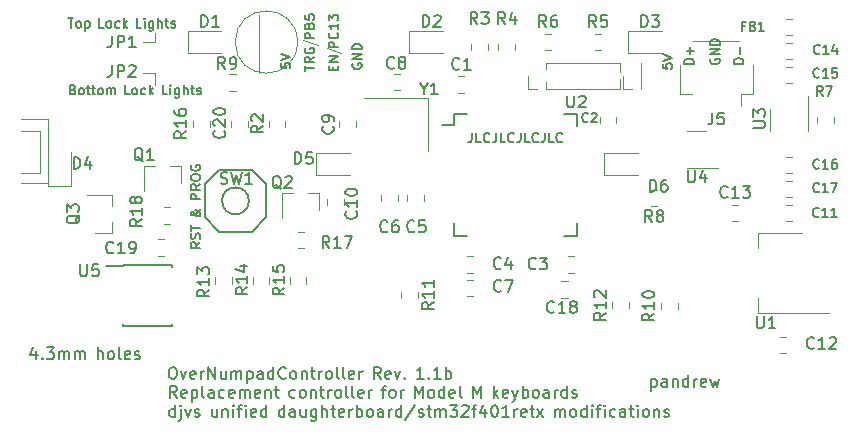
<source format=gbr>
%TF.GenerationSoftware,KiCad,Pcbnew,(6.99.0-5157-g987eb4b46a-dirty)*%
%TF.CreationDate,2022-12-28T16:32:46-05:00*%
%TF.ProjectId,controller,636f6e74-726f-46c6-9c65-722e6b696361,rev?*%
%TF.SameCoordinates,PX3cfccb0PYa197300*%
%TF.FileFunction,Legend,Top*%
%TF.FilePolarity,Positive*%
%FSLAX46Y46*%
G04 Gerber Fmt 4.6, Leading zero omitted, Abs format (unit mm)*
G04 Created by KiCad (PCBNEW (6.99.0-5157-g987eb4b46a-dirty)) date 2022-12-28 16:32:46*
%MOMM*%
%LPD*%
G01*
G04 APERTURE LIST*
%ADD10C,0.150000*%
%ADD11C,0.120000*%
G04 APERTURE END LIST*
D10*
X15203904Y17597620D02*
X14822952Y17330953D01*
X15203904Y17140477D02*
X14403904Y17140477D01*
X14403904Y17140477D02*
X14403904Y17445239D01*
X14403904Y17445239D02*
X14442000Y17521429D01*
X14442000Y17521429D02*
X14480095Y17559524D01*
X14480095Y17559524D02*
X14556285Y17597620D01*
X14556285Y17597620D02*
X14670571Y17597620D01*
X14670571Y17597620D02*
X14746761Y17559524D01*
X14746761Y17559524D02*
X14784857Y17521429D01*
X14784857Y17521429D02*
X14822952Y17445239D01*
X14822952Y17445239D02*
X14822952Y17140477D01*
X15165809Y17902381D02*
X15203904Y18016667D01*
X15203904Y18016667D02*
X15203904Y18207143D01*
X15203904Y18207143D02*
X15165809Y18283334D01*
X15165809Y18283334D02*
X15127714Y18321429D01*
X15127714Y18321429D02*
X15051523Y18359524D01*
X15051523Y18359524D02*
X14975333Y18359524D01*
X14975333Y18359524D02*
X14899142Y18321429D01*
X14899142Y18321429D02*
X14861047Y18283334D01*
X14861047Y18283334D02*
X14822952Y18207143D01*
X14822952Y18207143D02*
X14784857Y18054762D01*
X14784857Y18054762D02*
X14746761Y17978572D01*
X14746761Y17978572D02*
X14708666Y17940477D01*
X14708666Y17940477D02*
X14632476Y17902381D01*
X14632476Y17902381D02*
X14556285Y17902381D01*
X14556285Y17902381D02*
X14480095Y17940477D01*
X14480095Y17940477D02*
X14442000Y17978572D01*
X14442000Y17978572D02*
X14403904Y18054762D01*
X14403904Y18054762D02*
X14403904Y18245239D01*
X14403904Y18245239D02*
X14442000Y18359524D01*
X14403904Y18588096D02*
X14403904Y19045239D01*
X15203904Y18816667D02*
X14403904Y18816667D01*
X15203904Y20439525D02*
X15203904Y20401429D01*
X15203904Y20401429D02*
X15165809Y20325239D01*
X15165809Y20325239D02*
X15051523Y20210953D01*
X15051523Y20210953D02*
X14822952Y20020477D01*
X14822952Y20020477D02*
X14708666Y19944287D01*
X14708666Y19944287D02*
X14594380Y19906191D01*
X14594380Y19906191D02*
X14518190Y19906191D01*
X14518190Y19906191D02*
X14442000Y19944287D01*
X14442000Y19944287D02*
X14403904Y20020477D01*
X14403904Y20020477D02*
X14403904Y20058572D01*
X14403904Y20058572D02*
X14442000Y20134763D01*
X14442000Y20134763D02*
X14518190Y20172858D01*
X14518190Y20172858D02*
X14556285Y20172858D01*
X14556285Y20172858D02*
X14632476Y20134763D01*
X14632476Y20134763D02*
X14670571Y20096668D01*
X14670571Y20096668D02*
X14822952Y19868096D01*
X14822952Y19868096D02*
X14861047Y19830001D01*
X14861047Y19830001D02*
X14937238Y19791906D01*
X14937238Y19791906D02*
X15051523Y19791906D01*
X15051523Y19791906D02*
X15127714Y19830001D01*
X15127714Y19830001D02*
X15165809Y19868096D01*
X15165809Y19868096D02*
X15203904Y19944287D01*
X15203904Y19944287D02*
X15203904Y20058572D01*
X15203904Y20058572D02*
X15165809Y20134763D01*
X15165809Y20134763D02*
X15127714Y20172858D01*
X15127714Y20172858D02*
X14975333Y20287144D01*
X14975333Y20287144D02*
X14861047Y20325239D01*
X14861047Y20325239D02*
X14784857Y20325239D01*
X15203904Y21262382D02*
X14403904Y21262382D01*
X14403904Y21262382D02*
X14403904Y21567144D01*
X14403904Y21567144D02*
X14442000Y21643334D01*
X14442000Y21643334D02*
X14480095Y21681429D01*
X14480095Y21681429D02*
X14556285Y21719525D01*
X14556285Y21719525D02*
X14670571Y21719525D01*
X14670571Y21719525D02*
X14746761Y21681429D01*
X14746761Y21681429D02*
X14784857Y21643334D01*
X14784857Y21643334D02*
X14822952Y21567144D01*
X14822952Y21567144D02*
X14822952Y21262382D01*
X15203904Y22519525D02*
X14822952Y22252858D01*
X15203904Y22062382D02*
X14403904Y22062382D01*
X14403904Y22062382D02*
X14403904Y22367144D01*
X14403904Y22367144D02*
X14442000Y22443334D01*
X14442000Y22443334D02*
X14480095Y22481429D01*
X14480095Y22481429D02*
X14556285Y22519525D01*
X14556285Y22519525D02*
X14670571Y22519525D01*
X14670571Y22519525D02*
X14746761Y22481429D01*
X14746761Y22481429D02*
X14784857Y22443334D01*
X14784857Y22443334D02*
X14822952Y22367144D01*
X14822952Y22367144D02*
X14822952Y22062382D01*
X14403904Y23014763D02*
X14403904Y23167144D01*
X14403904Y23167144D02*
X14442000Y23243334D01*
X14442000Y23243334D02*
X14518190Y23319525D01*
X14518190Y23319525D02*
X14670571Y23357620D01*
X14670571Y23357620D02*
X14937238Y23357620D01*
X14937238Y23357620D02*
X15089619Y23319525D01*
X15089619Y23319525D02*
X15165809Y23243334D01*
X15165809Y23243334D02*
X15203904Y23167144D01*
X15203904Y23167144D02*
X15203904Y23014763D01*
X15203904Y23014763D02*
X15165809Y22938572D01*
X15165809Y22938572D02*
X15089619Y22862382D01*
X15089619Y22862382D02*
X14937238Y22824286D01*
X14937238Y22824286D02*
X14670571Y22824286D01*
X14670571Y22824286D02*
X14518190Y22862382D01*
X14518190Y22862382D02*
X14442000Y22938572D01*
X14442000Y22938572D02*
X14403904Y23014763D01*
X14442000Y24119524D02*
X14403904Y24043334D01*
X14403904Y24043334D02*
X14403904Y23929048D01*
X14403904Y23929048D02*
X14442000Y23814762D01*
X14442000Y23814762D02*
X14518190Y23738572D01*
X14518190Y23738572D02*
X14594380Y23700477D01*
X14594380Y23700477D02*
X14746761Y23662381D01*
X14746761Y23662381D02*
X14861047Y23662381D01*
X14861047Y23662381D02*
X15013428Y23700477D01*
X15013428Y23700477D02*
X15089619Y23738572D01*
X15089619Y23738572D02*
X15165809Y23814762D01*
X15165809Y23814762D02*
X15203904Y23929048D01*
X15203904Y23929048D02*
X15203904Y24005239D01*
X15203904Y24005239D02*
X15165809Y24119524D01*
X15165809Y24119524D02*
X15127714Y24157620D01*
X15127714Y24157620D02*
X14861047Y24157620D01*
X14861047Y24157620D02*
X14861047Y24005239D01*
X4022901Y36580856D02*
X4480044Y36580856D01*
X4251472Y35780856D02*
X4251472Y36580856D01*
X4860996Y35780856D02*
X4784806Y35818951D01*
X4784806Y35818951D02*
X4746711Y35857046D01*
X4746711Y35857046D02*
X4708615Y35933237D01*
X4708615Y35933237D02*
X4708615Y36161808D01*
X4708615Y36161808D02*
X4746711Y36237999D01*
X4746711Y36237999D02*
X4784806Y36276094D01*
X4784806Y36276094D02*
X4860996Y36314189D01*
X4860996Y36314189D02*
X4975282Y36314189D01*
X4975282Y36314189D02*
X5051473Y36276094D01*
X5051473Y36276094D02*
X5089568Y36237999D01*
X5089568Y36237999D02*
X5127663Y36161808D01*
X5127663Y36161808D02*
X5127663Y35933237D01*
X5127663Y35933237D02*
X5089568Y35857046D01*
X5089568Y35857046D02*
X5051473Y35818951D01*
X5051473Y35818951D02*
X4975282Y35780856D01*
X4975282Y35780856D02*
X4860996Y35780856D01*
X5470521Y36314189D02*
X5470521Y35514189D01*
X5470521Y36276094D02*
X5546711Y36314189D01*
X5546711Y36314189D02*
X5699092Y36314189D01*
X5699092Y36314189D02*
X5775283Y36276094D01*
X5775283Y36276094D02*
X5813378Y36237999D01*
X5813378Y36237999D02*
X5851473Y36161808D01*
X5851473Y36161808D02*
X5851473Y35933237D01*
X5851473Y35933237D02*
X5813378Y35857046D01*
X5813378Y35857046D02*
X5775283Y35818951D01*
X5775283Y35818951D02*
X5699092Y35780856D01*
X5699092Y35780856D02*
X5546711Y35780856D01*
X5546711Y35780856D02*
X5470521Y35818951D01*
X7055283Y35780856D02*
X6674331Y35780856D01*
X6674331Y35780856D02*
X6674331Y36580856D01*
X7436235Y35780856D02*
X7360045Y35818951D01*
X7360045Y35818951D02*
X7321950Y35857046D01*
X7321950Y35857046D02*
X7283854Y35933237D01*
X7283854Y35933237D02*
X7283854Y36161808D01*
X7283854Y36161808D02*
X7321950Y36237999D01*
X7321950Y36237999D02*
X7360045Y36276094D01*
X7360045Y36276094D02*
X7436235Y36314189D01*
X7436235Y36314189D02*
X7550521Y36314189D01*
X7550521Y36314189D02*
X7626712Y36276094D01*
X7626712Y36276094D02*
X7664807Y36237999D01*
X7664807Y36237999D02*
X7702902Y36161808D01*
X7702902Y36161808D02*
X7702902Y35933237D01*
X7702902Y35933237D02*
X7664807Y35857046D01*
X7664807Y35857046D02*
X7626712Y35818951D01*
X7626712Y35818951D02*
X7550521Y35780856D01*
X7550521Y35780856D02*
X7436235Y35780856D01*
X8388617Y35818951D02*
X8312426Y35780856D01*
X8312426Y35780856D02*
X8160045Y35780856D01*
X8160045Y35780856D02*
X8083855Y35818951D01*
X8083855Y35818951D02*
X8045760Y35857046D01*
X8045760Y35857046D02*
X8007664Y35933237D01*
X8007664Y35933237D02*
X8007664Y36161808D01*
X8007664Y36161808D02*
X8045760Y36237999D01*
X8045760Y36237999D02*
X8083855Y36276094D01*
X8083855Y36276094D02*
X8160045Y36314189D01*
X8160045Y36314189D02*
X8312426Y36314189D01*
X8312426Y36314189D02*
X8388617Y36276094D01*
X8731474Y35780856D02*
X8731474Y36580856D01*
X8807664Y36085618D02*
X9036236Y35780856D01*
X9036236Y36314189D02*
X8731474Y36009427D01*
X10240045Y35780856D02*
X9859093Y35780856D01*
X9859093Y35780856D02*
X9859093Y36580856D01*
X10506712Y35780856D02*
X10506712Y36314189D01*
X10506712Y36580856D02*
X10468616Y36542760D01*
X10468616Y36542760D02*
X10506712Y36504665D01*
X10506712Y36504665D02*
X10544807Y36542760D01*
X10544807Y36542760D02*
X10506712Y36580856D01*
X10506712Y36580856D02*
X10506712Y36504665D01*
X11230521Y36314189D02*
X11230521Y35666570D01*
X11230521Y35666570D02*
X11192426Y35590380D01*
X11192426Y35590380D02*
X11154330Y35552284D01*
X11154330Y35552284D02*
X11078140Y35514189D01*
X11078140Y35514189D02*
X10963854Y35514189D01*
X10963854Y35514189D02*
X10887664Y35552284D01*
X11230521Y35818951D02*
X11154330Y35780856D01*
X11154330Y35780856D02*
X11001949Y35780856D01*
X11001949Y35780856D02*
X10925759Y35818951D01*
X10925759Y35818951D02*
X10887664Y35857046D01*
X10887664Y35857046D02*
X10849568Y35933237D01*
X10849568Y35933237D02*
X10849568Y36161808D01*
X10849568Y36161808D02*
X10887664Y36237999D01*
X10887664Y36237999D02*
X10925759Y36276094D01*
X10925759Y36276094D02*
X11001949Y36314189D01*
X11001949Y36314189D02*
X11154330Y36314189D01*
X11154330Y36314189D02*
X11230521Y36276094D01*
X11611474Y35780856D02*
X11611474Y36580856D01*
X11954331Y35780856D02*
X11954331Y36199903D01*
X11954331Y36199903D02*
X11916236Y36276094D01*
X11916236Y36276094D02*
X11840045Y36314189D01*
X11840045Y36314189D02*
X11725759Y36314189D01*
X11725759Y36314189D02*
X11649569Y36276094D01*
X11649569Y36276094D02*
X11611474Y36237999D01*
X12220998Y36314189D02*
X12525760Y36314189D01*
X12335284Y36580856D02*
X12335284Y35895141D01*
X12335284Y35895141D02*
X12373379Y35818951D01*
X12373379Y35818951D02*
X12449569Y35780856D01*
X12449569Y35780856D02*
X12525760Y35780856D01*
X12754331Y35818951D02*
X12830522Y35780856D01*
X12830522Y35780856D02*
X12982903Y35780856D01*
X12982903Y35780856D02*
X13059093Y35818951D01*
X13059093Y35818951D02*
X13097189Y35895141D01*
X13097189Y35895141D02*
X13097189Y35933237D01*
X13097189Y35933237D02*
X13059093Y36009427D01*
X13059093Y36009427D02*
X12982903Y36047522D01*
X12982903Y36047522D02*
X12868617Y36047522D01*
X12868617Y36047522D02*
X12792427Y36085618D01*
X12792427Y36085618D02*
X12754331Y36161808D01*
X12754331Y36161808D02*
X12754331Y36199903D01*
X12754331Y36199903D02*
X12792427Y36276094D01*
X12792427Y36276094D02*
X12868617Y36314189D01*
X12868617Y36314189D02*
X12982903Y36314189D01*
X12982903Y36314189D02*
X13059093Y36276094D01*
X1312857Y8369286D02*
X1312857Y7702620D01*
X1074762Y8750239D02*
X836667Y8035953D01*
X836667Y8035953D02*
X1455714Y8035953D01*
X1836667Y7797858D02*
X1884286Y7750239D01*
X1884286Y7750239D02*
X1836667Y7702620D01*
X1836667Y7702620D02*
X1789048Y7750239D01*
X1789048Y7750239D02*
X1836667Y7797858D01*
X1836667Y7797858D02*
X1836667Y7702620D01*
X2217619Y8702620D02*
X2836666Y8702620D01*
X2836666Y8702620D02*
X2503333Y8321667D01*
X2503333Y8321667D02*
X2646190Y8321667D01*
X2646190Y8321667D02*
X2741428Y8274048D01*
X2741428Y8274048D02*
X2789047Y8226429D01*
X2789047Y8226429D02*
X2836666Y8131191D01*
X2836666Y8131191D02*
X2836666Y7893096D01*
X2836666Y7893096D02*
X2789047Y7797858D01*
X2789047Y7797858D02*
X2741428Y7750239D01*
X2741428Y7750239D02*
X2646190Y7702620D01*
X2646190Y7702620D02*
X2360476Y7702620D01*
X2360476Y7702620D02*
X2265238Y7750239D01*
X2265238Y7750239D02*
X2217619Y7797858D01*
X3265238Y7702620D02*
X3265238Y8369286D01*
X3265238Y8274048D02*
X3312857Y8321667D01*
X3312857Y8321667D02*
X3408095Y8369286D01*
X3408095Y8369286D02*
X3550952Y8369286D01*
X3550952Y8369286D02*
X3646190Y8321667D01*
X3646190Y8321667D02*
X3693809Y8226429D01*
X3693809Y8226429D02*
X3693809Y7702620D01*
X3693809Y8226429D02*
X3741428Y8321667D01*
X3741428Y8321667D02*
X3836666Y8369286D01*
X3836666Y8369286D02*
X3979523Y8369286D01*
X3979523Y8369286D02*
X4074762Y8321667D01*
X4074762Y8321667D02*
X4122381Y8226429D01*
X4122381Y8226429D02*
X4122381Y7702620D01*
X4598571Y7702620D02*
X4598571Y8369286D01*
X4598571Y8274048D02*
X4646190Y8321667D01*
X4646190Y8321667D02*
X4741428Y8369286D01*
X4741428Y8369286D02*
X4884285Y8369286D01*
X4884285Y8369286D02*
X4979523Y8321667D01*
X4979523Y8321667D02*
X5027142Y8226429D01*
X5027142Y8226429D02*
X5027142Y7702620D01*
X5027142Y8226429D02*
X5074761Y8321667D01*
X5074761Y8321667D02*
X5169999Y8369286D01*
X5169999Y8369286D02*
X5312856Y8369286D01*
X5312856Y8369286D02*
X5408095Y8321667D01*
X5408095Y8321667D02*
X5455714Y8226429D01*
X5455714Y8226429D02*
X5455714Y7702620D01*
X6531904Y7702620D02*
X6531904Y8702620D01*
X6960475Y7702620D02*
X6960475Y8226429D01*
X6960475Y8226429D02*
X6912856Y8321667D01*
X6912856Y8321667D02*
X6817618Y8369286D01*
X6817618Y8369286D02*
X6674761Y8369286D01*
X6674761Y8369286D02*
X6579523Y8321667D01*
X6579523Y8321667D02*
X6531904Y8274048D01*
X7579523Y7702620D02*
X7484285Y7750239D01*
X7484285Y7750239D02*
X7436666Y7797858D01*
X7436666Y7797858D02*
X7389047Y7893096D01*
X7389047Y7893096D02*
X7389047Y8178810D01*
X7389047Y8178810D02*
X7436666Y8274048D01*
X7436666Y8274048D02*
X7484285Y8321667D01*
X7484285Y8321667D02*
X7579523Y8369286D01*
X7579523Y8369286D02*
X7722380Y8369286D01*
X7722380Y8369286D02*
X7817618Y8321667D01*
X7817618Y8321667D02*
X7865237Y8274048D01*
X7865237Y8274048D02*
X7912856Y8178810D01*
X7912856Y8178810D02*
X7912856Y7893096D01*
X7912856Y7893096D02*
X7865237Y7797858D01*
X7865237Y7797858D02*
X7817618Y7750239D01*
X7817618Y7750239D02*
X7722380Y7702620D01*
X7722380Y7702620D02*
X7579523Y7702620D01*
X8484285Y7702620D02*
X8389047Y7750239D01*
X8389047Y7750239D02*
X8341428Y7845477D01*
X8341428Y7845477D02*
X8341428Y8702620D01*
X9246190Y7750239D02*
X9150952Y7702620D01*
X9150952Y7702620D02*
X8960476Y7702620D01*
X8960476Y7702620D02*
X8865238Y7750239D01*
X8865238Y7750239D02*
X8817619Y7845477D01*
X8817619Y7845477D02*
X8817619Y8226429D01*
X8817619Y8226429D02*
X8865238Y8321667D01*
X8865238Y8321667D02*
X8960476Y8369286D01*
X8960476Y8369286D02*
X9150952Y8369286D01*
X9150952Y8369286D02*
X9246190Y8321667D01*
X9246190Y8321667D02*
X9293809Y8226429D01*
X9293809Y8226429D02*
X9293809Y8131191D01*
X9293809Y8131191D02*
X8817619Y8035953D01*
X9674762Y7750239D02*
X9770000Y7702620D01*
X9770000Y7702620D02*
X9960476Y7702620D01*
X9960476Y7702620D02*
X10055714Y7750239D01*
X10055714Y7750239D02*
X10103333Y7845477D01*
X10103333Y7845477D02*
X10103333Y7893096D01*
X10103333Y7893096D02*
X10055714Y7988334D01*
X10055714Y7988334D02*
X9960476Y8035953D01*
X9960476Y8035953D02*
X9817619Y8035953D01*
X9817619Y8035953D02*
X9722381Y8083572D01*
X9722381Y8083572D02*
X9674762Y8178810D01*
X9674762Y8178810D02*
X9674762Y8226429D01*
X9674762Y8226429D02*
X9722381Y8321667D01*
X9722381Y8321667D02*
X9817619Y8369286D01*
X9817619Y8369286D02*
X9960476Y8369286D01*
X9960476Y8369286D02*
X10055714Y8321667D01*
D11*
X25932980Y34030060D02*
X27177580Y33600800D01*
X23931460Y34710780D02*
X25176060Y34281520D01*
D10*
X26887284Y34101157D02*
X26087284Y34101157D01*
X26087284Y34101157D02*
X26087284Y34405919D01*
X26087284Y34405919D02*
X26125380Y34482109D01*
X26125380Y34482109D02*
X26163475Y34520204D01*
X26163475Y34520204D02*
X26239665Y34558300D01*
X26239665Y34558300D02*
X26353951Y34558300D01*
X26353951Y34558300D02*
X26430141Y34520204D01*
X26430141Y34520204D02*
X26468237Y34482109D01*
X26468237Y34482109D02*
X26506332Y34405919D01*
X26506332Y34405919D02*
X26506332Y34101157D01*
X26811094Y35358300D02*
X26849189Y35320204D01*
X26849189Y35320204D02*
X26887284Y35205919D01*
X26887284Y35205919D02*
X26887284Y35129728D01*
X26887284Y35129728D02*
X26849189Y35015442D01*
X26849189Y35015442D02*
X26772999Y34939252D01*
X26772999Y34939252D02*
X26696808Y34901157D01*
X26696808Y34901157D02*
X26544427Y34863061D01*
X26544427Y34863061D02*
X26430141Y34863061D01*
X26430141Y34863061D02*
X26277760Y34901157D01*
X26277760Y34901157D02*
X26201570Y34939252D01*
X26201570Y34939252D02*
X26125380Y35015442D01*
X26125380Y35015442D02*
X26087284Y35129728D01*
X26087284Y35129728D02*
X26087284Y35205919D01*
X26087284Y35205919D02*
X26125380Y35320204D01*
X26125380Y35320204D02*
X26163475Y35358300D01*
X26887284Y36120204D02*
X26887284Y35663061D01*
X26887284Y35891633D02*
X26087284Y35891633D01*
X26087284Y35891633D02*
X26201570Y35815442D01*
X26201570Y35815442D02*
X26277760Y35739252D01*
X26277760Y35739252D02*
X26315856Y35663061D01*
X26087284Y36386871D02*
X26087284Y36882109D01*
X26087284Y36882109D02*
X26392046Y36615443D01*
X26392046Y36615443D02*
X26392046Y36729728D01*
X26392046Y36729728D02*
X26430141Y36805919D01*
X26430141Y36805919D02*
X26468237Y36844014D01*
X26468237Y36844014D02*
X26544427Y36882109D01*
X26544427Y36882109D02*
X26734903Y36882109D01*
X26734903Y36882109D02*
X26811094Y36844014D01*
X26811094Y36844014D02*
X26849189Y36805919D01*
X26849189Y36805919D02*
X26887284Y36729728D01*
X26887284Y36729728D02*
X26887284Y36501157D01*
X26887284Y36501157D02*
X26849189Y36424966D01*
X26849189Y36424966D02*
X26811094Y36386871D01*
X24885764Y34886017D02*
X24085764Y34886017D01*
X24085764Y34886017D02*
X24085764Y35190779D01*
X24085764Y35190779D02*
X24123860Y35266969D01*
X24123860Y35266969D02*
X24161955Y35305064D01*
X24161955Y35305064D02*
X24238145Y35343160D01*
X24238145Y35343160D02*
X24352431Y35343160D01*
X24352431Y35343160D02*
X24428621Y35305064D01*
X24428621Y35305064D02*
X24466717Y35266969D01*
X24466717Y35266969D02*
X24504812Y35190779D01*
X24504812Y35190779D02*
X24504812Y34886017D01*
X24466717Y35952683D02*
X24504812Y36066969D01*
X24504812Y36066969D02*
X24542907Y36105064D01*
X24542907Y36105064D02*
X24619098Y36143160D01*
X24619098Y36143160D02*
X24733383Y36143160D01*
X24733383Y36143160D02*
X24809574Y36105064D01*
X24809574Y36105064D02*
X24847669Y36066969D01*
X24847669Y36066969D02*
X24885764Y35990779D01*
X24885764Y35990779D02*
X24885764Y35686017D01*
X24885764Y35686017D02*
X24085764Y35686017D01*
X24085764Y35686017D02*
X24085764Y35952683D01*
X24085764Y35952683D02*
X24123860Y36028874D01*
X24123860Y36028874D02*
X24161955Y36066969D01*
X24161955Y36066969D02*
X24238145Y36105064D01*
X24238145Y36105064D02*
X24314336Y36105064D01*
X24314336Y36105064D02*
X24390526Y36066969D01*
X24390526Y36066969D02*
X24428621Y36028874D01*
X24428621Y36028874D02*
X24466717Y35952683D01*
X24466717Y35952683D02*
X24466717Y35686017D01*
X24085764Y36866969D02*
X24085764Y36486017D01*
X24085764Y36486017D02*
X24466717Y36447921D01*
X24466717Y36447921D02*
X24428621Y36486017D01*
X24428621Y36486017D02*
X24390526Y36562207D01*
X24390526Y36562207D02*
X24390526Y36752683D01*
X24390526Y36752683D02*
X24428621Y36828874D01*
X24428621Y36828874D02*
X24466717Y36866969D01*
X24466717Y36866969D02*
X24542907Y36905064D01*
X24542907Y36905064D02*
X24733383Y36905064D01*
X24733383Y36905064D02*
X24809574Y36866969D01*
X24809574Y36866969D02*
X24847669Y36828874D01*
X24847669Y36828874D02*
X24885764Y36752683D01*
X24885764Y36752683D02*
X24885764Y36562207D01*
X24885764Y36562207D02*
X24847669Y36486017D01*
X24847669Y36486017D02*
X24809574Y36447921D01*
D11*
X11387800Y31937100D02*
X10364180Y31937100D01*
X11387800Y30890620D02*
X11387800Y31937100D01*
X11387800Y34543140D02*
X11387800Y35358480D01*
X10364180Y34543140D02*
X11387800Y34543140D01*
D10*
X4428118Y30540783D02*
X4542404Y30502688D01*
X4542404Y30502688D02*
X4580499Y30464593D01*
X4580499Y30464593D02*
X4618595Y30388402D01*
X4618595Y30388402D02*
X4618595Y30274117D01*
X4618595Y30274117D02*
X4580499Y30197926D01*
X4580499Y30197926D02*
X4542404Y30159831D01*
X4542404Y30159831D02*
X4466214Y30121736D01*
X4466214Y30121736D02*
X4161452Y30121736D01*
X4161452Y30121736D02*
X4161452Y30921736D01*
X4161452Y30921736D02*
X4428118Y30921736D01*
X4428118Y30921736D02*
X4504309Y30883640D01*
X4504309Y30883640D02*
X4542404Y30845545D01*
X4542404Y30845545D02*
X4580499Y30769355D01*
X4580499Y30769355D02*
X4580499Y30693164D01*
X4580499Y30693164D02*
X4542404Y30616974D01*
X4542404Y30616974D02*
X4504309Y30578879D01*
X4504309Y30578879D02*
X4428118Y30540783D01*
X4428118Y30540783D02*
X4161452Y30540783D01*
X5075737Y30121736D02*
X4999547Y30159831D01*
X4999547Y30159831D02*
X4961452Y30197926D01*
X4961452Y30197926D02*
X4923356Y30274117D01*
X4923356Y30274117D02*
X4923356Y30502688D01*
X4923356Y30502688D02*
X4961452Y30578879D01*
X4961452Y30578879D02*
X4999547Y30616974D01*
X4999547Y30616974D02*
X5075737Y30655069D01*
X5075737Y30655069D02*
X5190023Y30655069D01*
X5190023Y30655069D02*
X5266214Y30616974D01*
X5266214Y30616974D02*
X5304309Y30578879D01*
X5304309Y30578879D02*
X5342404Y30502688D01*
X5342404Y30502688D02*
X5342404Y30274117D01*
X5342404Y30274117D02*
X5304309Y30197926D01*
X5304309Y30197926D02*
X5266214Y30159831D01*
X5266214Y30159831D02*
X5190023Y30121736D01*
X5190023Y30121736D02*
X5075737Y30121736D01*
X5570976Y30655069D02*
X5875738Y30655069D01*
X5685262Y30921736D02*
X5685262Y30236021D01*
X5685262Y30236021D02*
X5723357Y30159831D01*
X5723357Y30159831D02*
X5799547Y30121736D01*
X5799547Y30121736D02*
X5875738Y30121736D01*
X6028119Y30655069D02*
X6332881Y30655069D01*
X6142405Y30921736D02*
X6142405Y30236021D01*
X6142405Y30236021D02*
X6180500Y30159831D01*
X6180500Y30159831D02*
X6256690Y30121736D01*
X6256690Y30121736D02*
X6332881Y30121736D01*
X6713833Y30121736D02*
X6637643Y30159831D01*
X6637643Y30159831D02*
X6599548Y30197926D01*
X6599548Y30197926D02*
X6561452Y30274117D01*
X6561452Y30274117D02*
X6561452Y30502688D01*
X6561452Y30502688D02*
X6599548Y30578879D01*
X6599548Y30578879D02*
X6637643Y30616974D01*
X6637643Y30616974D02*
X6713833Y30655069D01*
X6713833Y30655069D02*
X6828119Y30655069D01*
X6828119Y30655069D02*
X6904310Y30616974D01*
X6904310Y30616974D02*
X6942405Y30578879D01*
X6942405Y30578879D02*
X6980500Y30502688D01*
X6980500Y30502688D02*
X6980500Y30274117D01*
X6980500Y30274117D02*
X6942405Y30197926D01*
X6942405Y30197926D02*
X6904310Y30159831D01*
X6904310Y30159831D02*
X6828119Y30121736D01*
X6828119Y30121736D02*
X6713833Y30121736D01*
X7323358Y30121736D02*
X7323358Y30655069D01*
X7323358Y30578879D02*
X7361453Y30616974D01*
X7361453Y30616974D02*
X7437643Y30655069D01*
X7437643Y30655069D02*
X7551929Y30655069D01*
X7551929Y30655069D02*
X7628120Y30616974D01*
X7628120Y30616974D02*
X7666215Y30540783D01*
X7666215Y30540783D02*
X7666215Y30121736D01*
X7666215Y30540783D02*
X7704310Y30616974D01*
X7704310Y30616974D02*
X7780501Y30655069D01*
X7780501Y30655069D02*
X7894786Y30655069D01*
X7894786Y30655069D02*
X7970977Y30616974D01*
X7970977Y30616974D02*
X8009072Y30540783D01*
X8009072Y30540783D02*
X8009072Y30121736D01*
X9250977Y30121736D02*
X8870025Y30121736D01*
X8870025Y30121736D02*
X8870025Y30921736D01*
X9631929Y30121736D02*
X9555739Y30159831D01*
X9555739Y30159831D02*
X9517644Y30197926D01*
X9517644Y30197926D02*
X9479548Y30274117D01*
X9479548Y30274117D02*
X9479548Y30502688D01*
X9479548Y30502688D02*
X9517644Y30578879D01*
X9517644Y30578879D02*
X9555739Y30616974D01*
X9555739Y30616974D02*
X9631929Y30655069D01*
X9631929Y30655069D02*
X9746215Y30655069D01*
X9746215Y30655069D02*
X9822406Y30616974D01*
X9822406Y30616974D02*
X9860501Y30578879D01*
X9860501Y30578879D02*
X9898596Y30502688D01*
X9898596Y30502688D02*
X9898596Y30274117D01*
X9898596Y30274117D02*
X9860501Y30197926D01*
X9860501Y30197926D02*
X9822406Y30159831D01*
X9822406Y30159831D02*
X9746215Y30121736D01*
X9746215Y30121736D02*
X9631929Y30121736D01*
X10584311Y30159831D02*
X10508120Y30121736D01*
X10508120Y30121736D02*
X10355739Y30121736D01*
X10355739Y30121736D02*
X10279549Y30159831D01*
X10279549Y30159831D02*
X10241454Y30197926D01*
X10241454Y30197926D02*
X10203358Y30274117D01*
X10203358Y30274117D02*
X10203358Y30502688D01*
X10203358Y30502688D02*
X10241454Y30578879D01*
X10241454Y30578879D02*
X10279549Y30616974D01*
X10279549Y30616974D02*
X10355739Y30655069D01*
X10355739Y30655069D02*
X10508120Y30655069D01*
X10508120Y30655069D02*
X10584311Y30616974D01*
X10927168Y30121736D02*
X10927168Y30921736D01*
X11003358Y30426498D02*
X11231930Y30121736D01*
X11231930Y30655069D02*
X10927168Y30350307D01*
X12435739Y30121736D02*
X12054787Y30121736D01*
X12054787Y30121736D02*
X12054787Y30921736D01*
X12702406Y30121736D02*
X12702406Y30655069D01*
X12702406Y30921736D02*
X12664310Y30883640D01*
X12664310Y30883640D02*
X12702406Y30845545D01*
X12702406Y30845545D02*
X12740501Y30883640D01*
X12740501Y30883640D02*
X12702406Y30921736D01*
X12702406Y30921736D02*
X12702406Y30845545D01*
X13426215Y30655069D02*
X13426215Y30007450D01*
X13426215Y30007450D02*
X13388120Y29931260D01*
X13388120Y29931260D02*
X13350024Y29893164D01*
X13350024Y29893164D02*
X13273834Y29855069D01*
X13273834Y29855069D02*
X13159548Y29855069D01*
X13159548Y29855069D02*
X13083358Y29893164D01*
X13426215Y30159831D02*
X13350024Y30121736D01*
X13350024Y30121736D02*
X13197643Y30121736D01*
X13197643Y30121736D02*
X13121453Y30159831D01*
X13121453Y30159831D02*
X13083358Y30197926D01*
X13083358Y30197926D02*
X13045262Y30274117D01*
X13045262Y30274117D02*
X13045262Y30502688D01*
X13045262Y30502688D02*
X13083358Y30578879D01*
X13083358Y30578879D02*
X13121453Y30616974D01*
X13121453Y30616974D02*
X13197643Y30655069D01*
X13197643Y30655069D02*
X13350024Y30655069D01*
X13350024Y30655069D02*
X13426215Y30616974D01*
X13807168Y30121736D02*
X13807168Y30921736D01*
X14150025Y30121736D02*
X14150025Y30540783D01*
X14150025Y30540783D02*
X14111930Y30616974D01*
X14111930Y30616974D02*
X14035739Y30655069D01*
X14035739Y30655069D02*
X13921453Y30655069D01*
X13921453Y30655069D02*
X13845263Y30616974D01*
X13845263Y30616974D02*
X13807168Y30578879D01*
X14416692Y30655069D02*
X14721454Y30655069D01*
X14530978Y30921736D02*
X14530978Y30236021D01*
X14530978Y30236021D02*
X14569073Y30159831D01*
X14569073Y30159831D02*
X14645263Y30121736D01*
X14645263Y30121736D02*
X14721454Y30121736D01*
X14950025Y30159831D02*
X15026216Y30121736D01*
X15026216Y30121736D02*
X15178597Y30121736D01*
X15178597Y30121736D02*
X15254787Y30159831D01*
X15254787Y30159831D02*
X15292883Y30236021D01*
X15292883Y30236021D02*
X15292883Y30274117D01*
X15292883Y30274117D02*
X15254787Y30350307D01*
X15254787Y30350307D02*
X15178597Y30388402D01*
X15178597Y30388402D02*
X15064311Y30388402D01*
X15064311Y30388402D02*
X14988121Y30426498D01*
X14988121Y30426498D02*
X14950025Y30502688D01*
X14950025Y30502688D02*
X14950025Y30540783D01*
X14950025Y30540783D02*
X14988121Y30616974D01*
X14988121Y30616974D02*
X15064311Y30655069D01*
X15064311Y30655069D02*
X15178597Y30655069D01*
X15178597Y30655069D02*
X15254787Y30616974D01*
X22061384Y32788020D02*
X22061384Y32407068D01*
X22061384Y32407068D02*
X22442337Y32368972D01*
X22442337Y32368972D02*
X22404241Y32407068D01*
X22404241Y32407068D02*
X22366146Y32483258D01*
X22366146Y32483258D02*
X22366146Y32673734D01*
X22366146Y32673734D02*
X22404241Y32749925D01*
X22404241Y32749925D02*
X22442337Y32788020D01*
X22442337Y32788020D02*
X22518527Y32826115D01*
X22518527Y32826115D02*
X22709003Y32826115D01*
X22709003Y32826115D02*
X22785194Y32788020D01*
X22785194Y32788020D02*
X22823289Y32749925D01*
X22823289Y32749925D02*
X22861384Y32673734D01*
X22861384Y32673734D02*
X22861384Y32483258D01*
X22861384Y32483258D02*
X22823289Y32407068D01*
X22823289Y32407068D02*
X22785194Y32368972D01*
X22061384Y33054687D02*
X22861384Y33321354D01*
X22861384Y33321354D02*
X22061384Y33588020D01*
X24085764Y32109811D02*
X24085764Y32566954D01*
X24885764Y32338382D02*
X24085764Y32338382D01*
X24885764Y33290764D02*
X24504812Y33024097D01*
X24885764Y32833621D02*
X24085764Y32833621D01*
X24085764Y32833621D02*
X24085764Y33138383D01*
X24085764Y33138383D02*
X24123860Y33214573D01*
X24123860Y33214573D02*
X24161955Y33252668D01*
X24161955Y33252668D02*
X24238145Y33290764D01*
X24238145Y33290764D02*
X24352431Y33290764D01*
X24352431Y33290764D02*
X24428621Y33252668D01*
X24428621Y33252668D02*
X24466717Y33214573D01*
X24466717Y33214573D02*
X24504812Y33138383D01*
X24504812Y33138383D02*
X24504812Y32833621D01*
X24123860Y34052668D02*
X24085764Y33976478D01*
X24085764Y33976478D02*
X24085764Y33862192D01*
X24085764Y33862192D02*
X24123860Y33747906D01*
X24123860Y33747906D02*
X24200050Y33671716D01*
X24200050Y33671716D02*
X24276240Y33633621D01*
X24276240Y33633621D02*
X24428621Y33595525D01*
X24428621Y33595525D02*
X24542907Y33595525D01*
X24542907Y33595525D02*
X24695288Y33633621D01*
X24695288Y33633621D02*
X24771479Y33671716D01*
X24771479Y33671716D02*
X24847669Y33747906D01*
X24847669Y33747906D02*
X24885764Y33862192D01*
X24885764Y33862192D02*
X24885764Y33938383D01*
X24885764Y33938383D02*
X24847669Y34052668D01*
X24847669Y34052668D02*
X24809574Y34090764D01*
X24809574Y34090764D02*
X24542907Y34090764D01*
X24542907Y34090764D02*
X24542907Y33938383D01*
X26468237Y32160597D02*
X26468237Y32427263D01*
X26887284Y32541549D02*
X26887284Y32160597D01*
X26887284Y32160597D02*
X26087284Y32160597D01*
X26087284Y32160597D02*
X26087284Y32541549D01*
X26887284Y32884407D02*
X26087284Y32884407D01*
X26087284Y32884407D02*
X26887284Y33341550D01*
X26887284Y33341550D02*
X26087284Y33341550D01*
X28124360Y32734737D02*
X28086264Y32658547D01*
X28086264Y32658547D02*
X28086264Y32544261D01*
X28086264Y32544261D02*
X28124360Y32429975D01*
X28124360Y32429975D02*
X28200550Y32353785D01*
X28200550Y32353785D02*
X28276740Y32315690D01*
X28276740Y32315690D02*
X28429121Y32277594D01*
X28429121Y32277594D02*
X28543407Y32277594D01*
X28543407Y32277594D02*
X28695788Y32315690D01*
X28695788Y32315690D02*
X28771979Y32353785D01*
X28771979Y32353785D02*
X28848169Y32429975D01*
X28848169Y32429975D02*
X28886264Y32544261D01*
X28886264Y32544261D02*
X28886264Y32620452D01*
X28886264Y32620452D02*
X28848169Y32734737D01*
X28848169Y32734737D02*
X28810074Y32772833D01*
X28810074Y32772833D02*
X28543407Y32772833D01*
X28543407Y32772833D02*
X28543407Y32620452D01*
X28886264Y33115690D02*
X28086264Y33115690D01*
X28086264Y33115690D02*
X28886264Y33572833D01*
X28886264Y33572833D02*
X28086264Y33572833D01*
X28886264Y33953785D02*
X28086264Y33953785D01*
X28086264Y33953785D02*
X28086264Y34144261D01*
X28086264Y34144261D02*
X28124360Y34258547D01*
X28124360Y34258547D02*
X28200550Y34334737D01*
X28200550Y34334737D02*
X28276740Y34372832D01*
X28276740Y34372832D02*
X28429121Y34410928D01*
X28429121Y34410928D02*
X28543407Y34410928D01*
X28543407Y34410928D02*
X28695788Y34372832D01*
X28695788Y34372832D02*
X28771979Y34334737D01*
X28771979Y34334737D02*
X28848169Y34258547D01*
X28848169Y34258547D02*
X28886264Y34144261D01*
X28886264Y34144261D02*
X28886264Y33953785D01*
X61195064Y32728399D02*
X60395064Y32728399D01*
X60395064Y32728399D02*
X60395064Y32918875D01*
X60395064Y32918875D02*
X60433160Y33033161D01*
X60433160Y33033161D02*
X60509350Y33109351D01*
X60509350Y33109351D02*
X60585540Y33147446D01*
X60585540Y33147446D02*
X60737921Y33185542D01*
X60737921Y33185542D02*
X60852207Y33185542D01*
X60852207Y33185542D02*
X61004588Y33147446D01*
X61004588Y33147446D02*
X61080779Y33109351D01*
X61080779Y33109351D02*
X61156969Y33033161D01*
X61156969Y33033161D02*
X61195064Y32918875D01*
X61195064Y32918875D02*
X61195064Y32728399D01*
X60890302Y33528399D02*
X60890302Y34137922D01*
X57014224Y32708079D02*
X56214224Y32708079D01*
X56214224Y32708079D02*
X56214224Y32898555D01*
X56214224Y32898555D02*
X56252320Y33012841D01*
X56252320Y33012841D02*
X56328510Y33089031D01*
X56328510Y33089031D02*
X56404700Y33127126D01*
X56404700Y33127126D02*
X56557081Y33165222D01*
X56557081Y33165222D02*
X56671367Y33165222D01*
X56671367Y33165222D02*
X56823748Y33127126D01*
X56823748Y33127126D02*
X56899939Y33089031D01*
X56899939Y33089031D02*
X56976129Y33012841D01*
X56976129Y33012841D02*
X57014224Y32898555D01*
X57014224Y32898555D02*
X57014224Y32708079D01*
X56709462Y33508079D02*
X56709462Y34117602D01*
X57014224Y33812841D02*
X56404700Y33812841D01*
X58424020Y33123357D02*
X58385924Y33047167D01*
X58385924Y33047167D02*
X58385924Y32932881D01*
X58385924Y32932881D02*
X58424020Y32818595D01*
X58424020Y32818595D02*
X58500210Y32742405D01*
X58500210Y32742405D02*
X58576400Y32704310D01*
X58576400Y32704310D02*
X58728781Y32666214D01*
X58728781Y32666214D02*
X58843067Y32666214D01*
X58843067Y32666214D02*
X58995448Y32704310D01*
X58995448Y32704310D02*
X59071639Y32742405D01*
X59071639Y32742405D02*
X59147829Y32818595D01*
X59147829Y32818595D02*
X59185924Y32932881D01*
X59185924Y32932881D02*
X59185924Y33009072D01*
X59185924Y33009072D02*
X59147829Y33123357D01*
X59147829Y33123357D02*
X59109734Y33161453D01*
X59109734Y33161453D02*
X58843067Y33161453D01*
X58843067Y33161453D02*
X58843067Y33009072D01*
X59185924Y33504310D02*
X58385924Y33504310D01*
X58385924Y33504310D02*
X59185924Y33961453D01*
X59185924Y33961453D02*
X58385924Y33961453D01*
X59185924Y34342405D02*
X58385924Y34342405D01*
X58385924Y34342405D02*
X58385924Y34532881D01*
X58385924Y34532881D02*
X58424020Y34647167D01*
X58424020Y34647167D02*
X58500210Y34723357D01*
X58500210Y34723357D02*
X58576400Y34761452D01*
X58576400Y34761452D02*
X58728781Y34799548D01*
X58728781Y34799548D02*
X58843067Y34799548D01*
X58843067Y34799548D02*
X58995448Y34761452D01*
X58995448Y34761452D02*
X59071639Y34723357D01*
X59071639Y34723357D02*
X59147829Y34647167D01*
X59147829Y34647167D02*
X59185924Y34532881D01*
X59185924Y34532881D02*
X59185924Y34342405D01*
X54360024Y32714360D02*
X54360024Y32333408D01*
X54360024Y32333408D02*
X54740977Y32295312D01*
X54740977Y32295312D02*
X54702881Y32333408D01*
X54702881Y32333408D02*
X54664786Y32409598D01*
X54664786Y32409598D02*
X54664786Y32600074D01*
X54664786Y32600074D02*
X54702881Y32676265D01*
X54702881Y32676265D02*
X54740977Y32714360D01*
X54740977Y32714360D02*
X54817167Y32752455D01*
X54817167Y32752455D02*
X55007643Y32752455D01*
X55007643Y32752455D02*
X55083834Y32714360D01*
X55083834Y32714360D02*
X55121929Y32676265D01*
X55121929Y32676265D02*
X55160024Y32600074D01*
X55160024Y32600074D02*
X55160024Y32409598D01*
X55160024Y32409598D02*
X55121929Y32333408D01*
X55121929Y32333408D02*
X55083834Y32295312D01*
X54360024Y32981027D02*
X55160024Y33247694D01*
X55160024Y33247694D02*
X54360024Y33514360D01*
D11*
X20160000Y36841840D02*
X20160000Y31947260D01*
D10*
X12797951Y7037640D02*
X12988427Y7037640D01*
X12988427Y7037640D02*
X13083665Y6990020D01*
X13083665Y6990020D02*
X13178903Y6894782D01*
X13178903Y6894782D02*
X13226522Y6704306D01*
X13226522Y6704306D02*
X13226522Y6370973D01*
X13226522Y6370973D02*
X13178903Y6180497D01*
X13178903Y6180497D02*
X13083665Y6085259D01*
X13083665Y6085259D02*
X12988427Y6037640D01*
X12988427Y6037640D02*
X12797951Y6037640D01*
X12797951Y6037640D02*
X12702713Y6085259D01*
X12702713Y6085259D02*
X12607475Y6180497D01*
X12607475Y6180497D02*
X12559856Y6370973D01*
X12559856Y6370973D02*
X12559856Y6704306D01*
X12559856Y6704306D02*
X12607475Y6894782D01*
X12607475Y6894782D02*
X12702713Y6990020D01*
X12702713Y6990020D02*
X12797951Y7037640D01*
X13559856Y6704306D02*
X13797951Y6037640D01*
X13797951Y6037640D02*
X14036046Y6704306D01*
X14797951Y6085259D02*
X14702713Y6037640D01*
X14702713Y6037640D02*
X14512237Y6037640D01*
X14512237Y6037640D02*
X14416999Y6085259D01*
X14416999Y6085259D02*
X14369380Y6180497D01*
X14369380Y6180497D02*
X14369380Y6561449D01*
X14369380Y6561449D02*
X14416999Y6656687D01*
X14416999Y6656687D02*
X14512237Y6704306D01*
X14512237Y6704306D02*
X14702713Y6704306D01*
X14702713Y6704306D02*
X14797951Y6656687D01*
X14797951Y6656687D02*
X14845570Y6561449D01*
X14845570Y6561449D02*
X14845570Y6466211D01*
X14845570Y6466211D02*
X14369380Y6370973D01*
X15274142Y6037640D02*
X15274142Y6704306D01*
X15274142Y6513830D02*
X15321761Y6609068D01*
X15321761Y6609068D02*
X15369380Y6656687D01*
X15369380Y6656687D02*
X15464618Y6704306D01*
X15464618Y6704306D02*
X15559856Y6704306D01*
X15893190Y6037640D02*
X15893190Y7037640D01*
X15893190Y7037640D02*
X16464618Y6037640D01*
X16464618Y6037640D02*
X16464618Y7037640D01*
X17369380Y6704306D02*
X17369380Y6037640D01*
X16940809Y6704306D02*
X16940809Y6180497D01*
X16940809Y6180497D02*
X16988428Y6085259D01*
X16988428Y6085259D02*
X17083666Y6037640D01*
X17083666Y6037640D02*
X17226523Y6037640D01*
X17226523Y6037640D02*
X17321761Y6085259D01*
X17321761Y6085259D02*
X17369380Y6132878D01*
X17845571Y6037640D02*
X17845571Y6704306D01*
X17845571Y6609068D02*
X17893190Y6656687D01*
X17893190Y6656687D02*
X17988428Y6704306D01*
X17988428Y6704306D02*
X18131285Y6704306D01*
X18131285Y6704306D02*
X18226523Y6656687D01*
X18226523Y6656687D02*
X18274142Y6561449D01*
X18274142Y6561449D02*
X18274142Y6037640D01*
X18274142Y6561449D02*
X18321761Y6656687D01*
X18321761Y6656687D02*
X18416999Y6704306D01*
X18416999Y6704306D02*
X18559856Y6704306D01*
X18559856Y6704306D02*
X18655095Y6656687D01*
X18655095Y6656687D02*
X18702714Y6561449D01*
X18702714Y6561449D02*
X18702714Y6037640D01*
X19178904Y6704306D02*
X19178904Y5704306D01*
X19178904Y6656687D02*
X19274142Y6704306D01*
X19274142Y6704306D02*
X19464618Y6704306D01*
X19464618Y6704306D02*
X19559856Y6656687D01*
X19559856Y6656687D02*
X19607475Y6609068D01*
X19607475Y6609068D02*
X19655094Y6513830D01*
X19655094Y6513830D02*
X19655094Y6228116D01*
X19655094Y6228116D02*
X19607475Y6132878D01*
X19607475Y6132878D02*
X19559856Y6085259D01*
X19559856Y6085259D02*
X19464618Y6037640D01*
X19464618Y6037640D02*
X19274142Y6037640D01*
X19274142Y6037640D02*
X19178904Y6085259D01*
X20512237Y6037640D02*
X20512237Y6561449D01*
X20512237Y6561449D02*
X20464618Y6656687D01*
X20464618Y6656687D02*
X20369380Y6704306D01*
X20369380Y6704306D02*
X20178904Y6704306D01*
X20178904Y6704306D02*
X20083666Y6656687D01*
X20512237Y6085259D02*
X20416999Y6037640D01*
X20416999Y6037640D02*
X20178904Y6037640D01*
X20178904Y6037640D02*
X20083666Y6085259D01*
X20083666Y6085259D02*
X20036047Y6180497D01*
X20036047Y6180497D02*
X20036047Y6275735D01*
X20036047Y6275735D02*
X20083666Y6370973D01*
X20083666Y6370973D02*
X20178904Y6418592D01*
X20178904Y6418592D02*
X20416999Y6418592D01*
X20416999Y6418592D02*
X20512237Y6466211D01*
X21416999Y6037640D02*
X21416999Y7037640D01*
X21416999Y6085259D02*
X21321761Y6037640D01*
X21321761Y6037640D02*
X21131285Y6037640D01*
X21131285Y6037640D02*
X21036047Y6085259D01*
X21036047Y6085259D02*
X20988428Y6132878D01*
X20988428Y6132878D02*
X20940809Y6228116D01*
X20940809Y6228116D02*
X20940809Y6513830D01*
X20940809Y6513830D02*
X20988428Y6609068D01*
X20988428Y6609068D02*
X21036047Y6656687D01*
X21036047Y6656687D02*
X21131285Y6704306D01*
X21131285Y6704306D02*
X21321761Y6704306D01*
X21321761Y6704306D02*
X21416999Y6656687D01*
X22464618Y6132878D02*
X22416999Y6085259D01*
X22416999Y6085259D02*
X22274142Y6037640D01*
X22274142Y6037640D02*
X22178904Y6037640D01*
X22178904Y6037640D02*
X22036047Y6085259D01*
X22036047Y6085259D02*
X21940809Y6180497D01*
X21940809Y6180497D02*
X21893190Y6275735D01*
X21893190Y6275735D02*
X21845571Y6466211D01*
X21845571Y6466211D02*
X21845571Y6609068D01*
X21845571Y6609068D02*
X21893190Y6799544D01*
X21893190Y6799544D02*
X21940809Y6894782D01*
X21940809Y6894782D02*
X22036047Y6990020D01*
X22036047Y6990020D02*
X22178904Y7037640D01*
X22178904Y7037640D02*
X22274142Y7037640D01*
X22274142Y7037640D02*
X22416999Y6990020D01*
X22416999Y6990020D02*
X22464618Y6942401D01*
X23036047Y6037640D02*
X22940809Y6085259D01*
X22940809Y6085259D02*
X22893190Y6132878D01*
X22893190Y6132878D02*
X22845571Y6228116D01*
X22845571Y6228116D02*
X22845571Y6513830D01*
X22845571Y6513830D02*
X22893190Y6609068D01*
X22893190Y6609068D02*
X22940809Y6656687D01*
X22940809Y6656687D02*
X23036047Y6704306D01*
X23036047Y6704306D02*
X23178904Y6704306D01*
X23178904Y6704306D02*
X23274142Y6656687D01*
X23274142Y6656687D02*
X23321761Y6609068D01*
X23321761Y6609068D02*
X23369380Y6513830D01*
X23369380Y6513830D02*
X23369380Y6228116D01*
X23369380Y6228116D02*
X23321761Y6132878D01*
X23321761Y6132878D02*
X23274142Y6085259D01*
X23274142Y6085259D02*
X23178904Y6037640D01*
X23178904Y6037640D02*
X23036047Y6037640D01*
X23797952Y6704306D02*
X23797952Y6037640D01*
X23797952Y6609068D02*
X23845571Y6656687D01*
X23845571Y6656687D02*
X23940809Y6704306D01*
X23940809Y6704306D02*
X24083666Y6704306D01*
X24083666Y6704306D02*
X24178904Y6656687D01*
X24178904Y6656687D02*
X24226523Y6561449D01*
X24226523Y6561449D02*
X24226523Y6037640D01*
X24559857Y6704306D02*
X24940809Y6704306D01*
X24702714Y7037640D02*
X24702714Y6180497D01*
X24702714Y6180497D02*
X24750333Y6085259D01*
X24750333Y6085259D02*
X24845571Y6037640D01*
X24845571Y6037640D02*
X24940809Y6037640D01*
X25274143Y6037640D02*
X25274143Y6704306D01*
X25274143Y6513830D02*
X25321762Y6609068D01*
X25321762Y6609068D02*
X25369381Y6656687D01*
X25369381Y6656687D02*
X25464619Y6704306D01*
X25464619Y6704306D02*
X25559857Y6704306D01*
X26036048Y6037640D02*
X25940810Y6085259D01*
X25940810Y6085259D02*
X25893191Y6132878D01*
X25893191Y6132878D02*
X25845572Y6228116D01*
X25845572Y6228116D02*
X25845572Y6513830D01*
X25845572Y6513830D02*
X25893191Y6609068D01*
X25893191Y6609068D02*
X25940810Y6656687D01*
X25940810Y6656687D02*
X26036048Y6704306D01*
X26036048Y6704306D02*
X26178905Y6704306D01*
X26178905Y6704306D02*
X26274143Y6656687D01*
X26274143Y6656687D02*
X26321762Y6609068D01*
X26321762Y6609068D02*
X26369381Y6513830D01*
X26369381Y6513830D02*
X26369381Y6228116D01*
X26369381Y6228116D02*
X26321762Y6132878D01*
X26321762Y6132878D02*
X26274143Y6085259D01*
X26274143Y6085259D02*
X26178905Y6037640D01*
X26178905Y6037640D02*
X26036048Y6037640D01*
X26940810Y6037640D02*
X26845572Y6085259D01*
X26845572Y6085259D02*
X26797953Y6180497D01*
X26797953Y6180497D02*
X26797953Y7037640D01*
X27464620Y6037640D02*
X27369382Y6085259D01*
X27369382Y6085259D02*
X27321763Y6180497D01*
X27321763Y6180497D02*
X27321763Y7037640D01*
X28226525Y6085259D02*
X28131287Y6037640D01*
X28131287Y6037640D02*
X27940811Y6037640D01*
X27940811Y6037640D02*
X27845573Y6085259D01*
X27845573Y6085259D02*
X27797954Y6180497D01*
X27797954Y6180497D02*
X27797954Y6561449D01*
X27797954Y6561449D02*
X27845573Y6656687D01*
X27845573Y6656687D02*
X27940811Y6704306D01*
X27940811Y6704306D02*
X28131287Y6704306D01*
X28131287Y6704306D02*
X28226525Y6656687D01*
X28226525Y6656687D02*
X28274144Y6561449D01*
X28274144Y6561449D02*
X28274144Y6466211D01*
X28274144Y6466211D02*
X27797954Y6370973D01*
X28702716Y6037640D02*
X28702716Y6704306D01*
X28702716Y6513830D02*
X28750335Y6609068D01*
X28750335Y6609068D02*
X28797954Y6656687D01*
X28797954Y6656687D02*
X28893192Y6704306D01*
X28893192Y6704306D02*
X28988430Y6704306D01*
X30493192Y6037640D02*
X30159859Y6513830D01*
X29921764Y6037640D02*
X29921764Y7037640D01*
X29921764Y7037640D02*
X30302716Y7037640D01*
X30302716Y7037640D02*
X30397954Y6990020D01*
X30397954Y6990020D02*
X30445573Y6942401D01*
X30445573Y6942401D02*
X30493192Y6847163D01*
X30493192Y6847163D02*
X30493192Y6704306D01*
X30493192Y6704306D02*
X30445573Y6609068D01*
X30445573Y6609068D02*
X30397954Y6561449D01*
X30397954Y6561449D02*
X30302716Y6513830D01*
X30302716Y6513830D02*
X29921764Y6513830D01*
X31302716Y6085259D02*
X31207478Y6037640D01*
X31207478Y6037640D02*
X31017002Y6037640D01*
X31017002Y6037640D02*
X30921764Y6085259D01*
X30921764Y6085259D02*
X30874145Y6180497D01*
X30874145Y6180497D02*
X30874145Y6561449D01*
X30874145Y6561449D02*
X30921764Y6656687D01*
X30921764Y6656687D02*
X31017002Y6704306D01*
X31017002Y6704306D02*
X31207478Y6704306D01*
X31207478Y6704306D02*
X31302716Y6656687D01*
X31302716Y6656687D02*
X31350335Y6561449D01*
X31350335Y6561449D02*
X31350335Y6466211D01*
X31350335Y6466211D02*
X30874145Y6370973D01*
X31683669Y6704306D02*
X31921764Y6037640D01*
X31921764Y6037640D02*
X32159859Y6704306D01*
X32540812Y6132878D02*
X32588431Y6085259D01*
X32588431Y6085259D02*
X32540812Y6037640D01*
X32540812Y6037640D02*
X32493193Y6085259D01*
X32493193Y6085259D02*
X32540812Y6132878D01*
X32540812Y6132878D02*
X32540812Y6037640D01*
X34140811Y6037640D02*
X33569383Y6037640D01*
X33855097Y6037640D02*
X33855097Y7037640D01*
X33855097Y7037640D02*
X33759859Y6894782D01*
X33759859Y6894782D02*
X33664621Y6799544D01*
X33664621Y6799544D02*
X33569383Y6751925D01*
X34569383Y6132878D02*
X34617002Y6085259D01*
X34617002Y6085259D02*
X34569383Y6037640D01*
X34569383Y6037640D02*
X34521764Y6085259D01*
X34521764Y6085259D02*
X34569383Y6132878D01*
X34569383Y6132878D02*
X34569383Y6037640D01*
X35569382Y6037640D02*
X34997954Y6037640D01*
X35283668Y6037640D02*
X35283668Y7037640D01*
X35283668Y7037640D02*
X35188430Y6894782D01*
X35188430Y6894782D02*
X35093192Y6799544D01*
X35093192Y6799544D02*
X34997954Y6751925D01*
X35997954Y6037640D02*
X35997954Y7037640D01*
X35997954Y6656687D02*
X36093192Y6704306D01*
X36093192Y6704306D02*
X36283668Y6704306D01*
X36283668Y6704306D02*
X36378906Y6656687D01*
X36378906Y6656687D02*
X36426525Y6609068D01*
X36426525Y6609068D02*
X36474144Y6513830D01*
X36474144Y6513830D02*
X36474144Y6228116D01*
X36474144Y6228116D02*
X36426525Y6132878D01*
X36426525Y6132878D02*
X36378906Y6085259D01*
X36378906Y6085259D02*
X36283668Y6037640D01*
X36283668Y6037640D02*
X36093192Y6037640D01*
X36093192Y6037640D02*
X35997954Y6085259D01*
X53416666Y6039286D02*
X53416666Y5039286D01*
X53416666Y5991667D02*
X53511904Y6039286D01*
X53511904Y6039286D02*
X53702380Y6039286D01*
X53702380Y6039286D02*
X53797618Y5991667D01*
X53797618Y5991667D02*
X53845237Y5944048D01*
X53845237Y5944048D02*
X53892856Y5848810D01*
X53892856Y5848810D02*
X53892856Y5563096D01*
X53892856Y5563096D02*
X53845237Y5467858D01*
X53845237Y5467858D02*
X53797618Y5420239D01*
X53797618Y5420239D02*
X53702380Y5372620D01*
X53702380Y5372620D02*
X53511904Y5372620D01*
X53511904Y5372620D02*
X53416666Y5420239D01*
X54749999Y5372620D02*
X54749999Y5896429D01*
X54749999Y5896429D02*
X54702380Y5991667D01*
X54702380Y5991667D02*
X54607142Y6039286D01*
X54607142Y6039286D02*
X54416666Y6039286D01*
X54416666Y6039286D02*
X54321428Y5991667D01*
X54749999Y5420239D02*
X54654761Y5372620D01*
X54654761Y5372620D02*
X54416666Y5372620D01*
X54416666Y5372620D02*
X54321428Y5420239D01*
X54321428Y5420239D02*
X54273809Y5515477D01*
X54273809Y5515477D02*
X54273809Y5610715D01*
X54273809Y5610715D02*
X54321428Y5705953D01*
X54321428Y5705953D02*
X54416666Y5753572D01*
X54416666Y5753572D02*
X54654761Y5753572D01*
X54654761Y5753572D02*
X54749999Y5801191D01*
X55226190Y6039286D02*
X55226190Y5372620D01*
X55226190Y5944048D02*
X55273809Y5991667D01*
X55273809Y5991667D02*
X55369047Y6039286D01*
X55369047Y6039286D02*
X55511904Y6039286D01*
X55511904Y6039286D02*
X55607142Y5991667D01*
X55607142Y5991667D02*
X55654761Y5896429D01*
X55654761Y5896429D02*
X55654761Y5372620D01*
X56559523Y5372620D02*
X56559523Y6372620D01*
X56559523Y5420239D02*
X56464285Y5372620D01*
X56464285Y5372620D02*
X56273809Y5372620D01*
X56273809Y5372620D02*
X56178571Y5420239D01*
X56178571Y5420239D02*
X56130952Y5467858D01*
X56130952Y5467858D02*
X56083333Y5563096D01*
X56083333Y5563096D02*
X56083333Y5848810D01*
X56083333Y5848810D02*
X56130952Y5944048D01*
X56130952Y5944048D02*
X56178571Y5991667D01*
X56178571Y5991667D02*
X56273809Y6039286D01*
X56273809Y6039286D02*
X56464285Y6039286D01*
X56464285Y6039286D02*
X56559523Y5991667D01*
X57035714Y5372620D02*
X57035714Y6039286D01*
X57035714Y5848810D02*
X57083333Y5944048D01*
X57083333Y5944048D02*
X57130952Y5991667D01*
X57130952Y5991667D02*
X57226190Y6039286D01*
X57226190Y6039286D02*
X57321428Y6039286D01*
X58035714Y5420239D02*
X57940476Y5372620D01*
X57940476Y5372620D02*
X57750000Y5372620D01*
X57750000Y5372620D02*
X57654762Y5420239D01*
X57654762Y5420239D02*
X57607143Y5515477D01*
X57607143Y5515477D02*
X57607143Y5896429D01*
X57607143Y5896429D02*
X57654762Y5991667D01*
X57654762Y5991667D02*
X57750000Y6039286D01*
X57750000Y6039286D02*
X57940476Y6039286D01*
X57940476Y6039286D02*
X58035714Y5991667D01*
X58035714Y5991667D02*
X58083333Y5896429D01*
X58083333Y5896429D02*
X58083333Y5801191D01*
X58083333Y5801191D02*
X57607143Y5705953D01*
X58416667Y6039286D02*
X58607143Y5372620D01*
X58607143Y5372620D02*
X58797619Y5848810D01*
X58797619Y5848810D02*
X58988095Y5372620D01*
X58988095Y5372620D02*
X59178571Y6039286D01*
X13219523Y4442620D02*
X12886190Y4918810D01*
X12648095Y4442620D02*
X12648095Y5442620D01*
X12648095Y5442620D02*
X13029047Y5442620D01*
X13029047Y5442620D02*
X13124285Y5395000D01*
X13124285Y5395000D02*
X13171904Y5347381D01*
X13171904Y5347381D02*
X13219523Y5252143D01*
X13219523Y5252143D02*
X13219523Y5109286D01*
X13219523Y5109286D02*
X13171904Y5014048D01*
X13171904Y5014048D02*
X13124285Y4966429D01*
X13124285Y4966429D02*
X13029047Y4918810D01*
X13029047Y4918810D02*
X12648095Y4918810D01*
X14029047Y4490239D02*
X13933809Y4442620D01*
X13933809Y4442620D02*
X13743333Y4442620D01*
X13743333Y4442620D02*
X13648095Y4490239D01*
X13648095Y4490239D02*
X13600476Y4585477D01*
X13600476Y4585477D02*
X13600476Y4966429D01*
X13600476Y4966429D02*
X13648095Y5061667D01*
X13648095Y5061667D02*
X13743333Y5109286D01*
X13743333Y5109286D02*
X13933809Y5109286D01*
X13933809Y5109286D02*
X14029047Y5061667D01*
X14029047Y5061667D02*
X14076666Y4966429D01*
X14076666Y4966429D02*
X14076666Y4871191D01*
X14076666Y4871191D02*
X13600476Y4775953D01*
X14505238Y5109286D02*
X14505238Y4109286D01*
X14505238Y5061667D02*
X14600476Y5109286D01*
X14600476Y5109286D02*
X14790952Y5109286D01*
X14790952Y5109286D02*
X14886190Y5061667D01*
X14886190Y5061667D02*
X14933809Y5014048D01*
X14933809Y5014048D02*
X14981428Y4918810D01*
X14981428Y4918810D02*
X14981428Y4633096D01*
X14981428Y4633096D02*
X14933809Y4537858D01*
X14933809Y4537858D02*
X14886190Y4490239D01*
X14886190Y4490239D02*
X14790952Y4442620D01*
X14790952Y4442620D02*
X14600476Y4442620D01*
X14600476Y4442620D02*
X14505238Y4490239D01*
X15552857Y4442620D02*
X15457619Y4490239D01*
X15457619Y4490239D02*
X15410000Y4585477D01*
X15410000Y4585477D02*
X15410000Y5442620D01*
X16362381Y4442620D02*
X16362381Y4966429D01*
X16362381Y4966429D02*
X16314762Y5061667D01*
X16314762Y5061667D02*
X16219524Y5109286D01*
X16219524Y5109286D02*
X16029048Y5109286D01*
X16029048Y5109286D02*
X15933810Y5061667D01*
X16362381Y4490239D02*
X16267143Y4442620D01*
X16267143Y4442620D02*
X16029048Y4442620D01*
X16029048Y4442620D02*
X15933810Y4490239D01*
X15933810Y4490239D02*
X15886191Y4585477D01*
X15886191Y4585477D02*
X15886191Y4680715D01*
X15886191Y4680715D02*
X15933810Y4775953D01*
X15933810Y4775953D02*
X16029048Y4823572D01*
X16029048Y4823572D02*
X16267143Y4823572D01*
X16267143Y4823572D02*
X16362381Y4871191D01*
X17267143Y4490239D02*
X17171905Y4442620D01*
X17171905Y4442620D02*
X16981429Y4442620D01*
X16981429Y4442620D02*
X16886191Y4490239D01*
X16886191Y4490239D02*
X16838572Y4537858D01*
X16838572Y4537858D02*
X16790953Y4633096D01*
X16790953Y4633096D02*
X16790953Y4918810D01*
X16790953Y4918810D02*
X16838572Y5014048D01*
X16838572Y5014048D02*
X16886191Y5061667D01*
X16886191Y5061667D02*
X16981429Y5109286D01*
X16981429Y5109286D02*
X17171905Y5109286D01*
X17171905Y5109286D02*
X17267143Y5061667D01*
X18076667Y4490239D02*
X17981429Y4442620D01*
X17981429Y4442620D02*
X17790953Y4442620D01*
X17790953Y4442620D02*
X17695715Y4490239D01*
X17695715Y4490239D02*
X17648096Y4585477D01*
X17648096Y4585477D02*
X17648096Y4966429D01*
X17648096Y4966429D02*
X17695715Y5061667D01*
X17695715Y5061667D02*
X17790953Y5109286D01*
X17790953Y5109286D02*
X17981429Y5109286D01*
X17981429Y5109286D02*
X18076667Y5061667D01*
X18076667Y5061667D02*
X18124286Y4966429D01*
X18124286Y4966429D02*
X18124286Y4871191D01*
X18124286Y4871191D02*
X17648096Y4775953D01*
X18552858Y4442620D02*
X18552858Y5109286D01*
X18552858Y5014048D02*
X18600477Y5061667D01*
X18600477Y5061667D02*
X18695715Y5109286D01*
X18695715Y5109286D02*
X18838572Y5109286D01*
X18838572Y5109286D02*
X18933810Y5061667D01*
X18933810Y5061667D02*
X18981429Y4966429D01*
X18981429Y4966429D02*
X18981429Y4442620D01*
X18981429Y4966429D02*
X19029048Y5061667D01*
X19029048Y5061667D02*
X19124286Y5109286D01*
X19124286Y5109286D02*
X19267143Y5109286D01*
X19267143Y5109286D02*
X19362382Y5061667D01*
X19362382Y5061667D02*
X19410001Y4966429D01*
X19410001Y4966429D02*
X19410001Y4442620D01*
X20267143Y4490239D02*
X20171905Y4442620D01*
X20171905Y4442620D02*
X19981429Y4442620D01*
X19981429Y4442620D02*
X19886191Y4490239D01*
X19886191Y4490239D02*
X19838572Y4585477D01*
X19838572Y4585477D02*
X19838572Y4966429D01*
X19838572Y4966429D02*
X19886191Y5061667D01*
X19886191Y5061667D02*
X19981429Y5109286D01*
X19981429Y5109286D02*
X20171905Y5109286D01*
X20171905Y5109286D02*
X20267143Y5061667D01*
X20267143Y5061667D02*
X20314762Y4966429D01*
X20314762Y4966429D02*
X20314762Y4871191D01*
X20314762Y4871191D02*
X19838572Y4775953D01*
X20743334Y5109286D02*
X20743334Y4442620D01*
X20743334Y5014048D02*
X20790953Y5061667D01*
X20790953Y5061667D02*
X20886191Y5109286D01*
X20886191Y5109286D02*
X21029048Y5109286D01*
X21029048Y5109286D02*
X21124286Y5061667D01*
X21124286Y5061667D02*
X21171905Y4966429D01*
X21171905Y4966429D02*
X21171905Y4442620D01*
X21505239Y5109286D02*
X21886191Y5109286D01*
X21648096Y5442620D02*
X21648096Y4585477D01*
X21648096Y4585477D02*
X21695715Y4490239D01*
X21695715Y4490239D02*
X21790953Y4442620D01*
X21790953Y4442620D02*
X21886191Y4442620D01*
X23248096Y4490239D02*
X23152858Y4442620D01*
X23152858Y4442620D02*
X22962382Y4442620D01*
X22962382Y4442620D02*
X22867144Y4490239D01*
X22867144Y4490239D02*
X22819525Y4537858D01*
X22819525Y4537858D02*
X22771906Y4633096D01*
X22771906Y4633096D02*
X22771906Y4918810D01*
X22771906Y4918810D02*
X22819525Y5014048D01*
X22819525Y5014048D02*
X22867144Y5061667D01*
X22867144Y5061667D02*
X22962382Y5109286D01*
X22962382Y5109286D02*
X23152858Y5109286D01*
X23152858Y5109286D02*
X23248096Y5061667D01*
X23819525Y4442620D02*
X23724287Y4490239D01*
X23724287Y4490239D02*
X23676668Y4537858D01*
X23676668Y4537858D02*
X23629049Y4633096D01*
X23629049Y4633096D02*
X23629049Y4918810D01*
X23629049Y4918810D02*
X23676668Y5014048D01*
X23676668Y5014048D02*
X23724287Y5061667D01*
X23724287Y5061667D02*
X23819525Y5109286D01*
X23819525Y5109286D02*
X23962382Y5109286D01*
X23962382Y5109286D02*
X24057620Y5061667D01*
X24057620Y5061667D02*
X24105239Y5014048D01*
X24105239Y5014048D02*
X24152858Y4918810D01*
X24152858Y4918810D02*
X24152858Y4633096D01*
X24152858Y4633096D02*
X24105239Y4537858D01*
X24105239Y4537858D02*
X24057620Y4490239D01*
X24057620Y4490239D02*
X23962382Y4442620D01*
X23962382Y4442620D02*
X23819525Y4442620D01*
X24581430Y5109286D02*
X24581430Y4442620D01*
X24581430Y5014048D02*
X24629049Y5061667D01*
X24629049Y5061667D02*
X24724287Y5109286D01*
X24724287Y5109286D02*
X24867144Y5109286D01*
X24867144Y5109286D02*
X24962382Y5061667D01*
X24962382Y5061667D02*
X25010001Y4966429D01*
X25010001Y4966429D02*
X25010001Y4442620D01*
X25343335Y5109286D02*
X25724287Y5109286D01*
X25486192Y5442620D02*
X25486192Y4585477D01*
X25486192Y4585477D02*
X25533811Y4490239D01*
X25533811Y4490239D02*
X25629049Y4442620D01*
X25629049Y4442620D02*
X25724287Y4442620D01*
X26057621Y4442620D02*
X26057621Y5109286D01*
X26057621Y4918810D02*
X26105240Y5014048D01*
X26105240Y5014048D02*
X26152859Y5061667D01*
X26152859Y5061667D02*
X26248097Y5109286D01*
X26248097Y5109286D02*
X26343335Y5109286D01*
X26819526Y4442620D02*
X26724288Y4490239D01*
X26724288Y4490239D02*
X26676669Y4537858D01*
X26676669Y4537858D02*
X26629050Y4633096D01*
X26629050Y4633096D02*
X26629050Y4918810D01*
X26629050Y4918810D02*
X26676669Y5014048D01*
X26676669Y5014048D02*
X26724288Y5061667D01*
X26724288Y5061667D02*
X26819526Y5109286D01*
X26819526Y5109286D02*
X26962383Y5109286D01*
X26962383Y5109286D02*
X27057621Y5061667D01*
X27057621Y5061667D02*
X27105240Y5014048D01*
X27105240Y5014048D02*
X27152859Y4918810D01*
X27152859Y4918810D02*
X27152859Y4633096D01*
X27152859Y4633096D02*
X27105240Y4537858D01*
X27105240Y4537858D02*
X27057621Y4490239D01*
X27057621Y4490239D02*
X26962383Y4442620D01*
X26962383Y4442620D02*
X26819526Y4442620D01*
X27724288Y4442620D02*
X27629050Y4490239D01*
X27629050Y4490239D02*
X27581431Y4585477D01*
X27581431Y4585477D02*
X27581431Y5442620D01*
X28248098Y4442620D02*
X28152860Y4490239D01*
X28152860Y4490239D02*
X28105241Y4585477D01*
X28105241Y4585477D02*
X28105241Y5442620D01*
X29010003Y4490239D02*
X28914765Y4442620D01*
X28914765Y4442620D02*
X28724289Y4442620D01*
X28724289Y4442620D02*
X28629051Y4490239D01*
X28629051Y4490239D02*
X28581432Y4585477D01*
X28581432Y4585477D02*
X28581432Y4966429D01*
X28581432Y4966429D02*
X28629051Y5061667D01*
X28629051Y5061667D02*
X28724289Y5109286D01*
X28724289Y5109286D02*
X28914765Y5109286D01*
X28914765Y5109286D02*
X29010003Y5061667D01*
X29010003Y5061667D02*
X29057622Y4966429D01*
X29057622Y4966429D02*
X29057622Y4871191D01*
X29057622Y4871191D02*
X28581432Y4775953D01*
X29486194Y4442620D02*
X29486194Y5109286D01*
X29486194Y4918810D02*
X29533813Y5014048D01*
X29533813Y5014048D02*
X29581432Y5061667D01*
X29581432Y5061667D02*
X29676670Y5109286D01*
X29676670Y5109286D02*
X29771908Y5109286D01*
X30562385Y5109286D02*
X30943337Y5109286D01*
X30705242Y4442620D02*
X30705242Y5299762D01*
X30705242Y5299762D02*
X30752861Y5395000D01*
X30752861Y5395000D02*
X30848099Y5442620D01*
X30848099Y5442620D02*
X30943337Y5442620D01*
X31419528Y4442620D02*
X31324290Y4490239D01*
X31324290Y4490239D02*
X31276671Y4537858D01*
X31276671Y4537858D02*
X31229052Y4633096D01*
X31229052Y4633096D02*
X31229052Y4918810D01*
X31229052Y4918810D02*
X31276671Y5014048D01*
X31276671Y5014048D02*
X31324290Y5061667D01*
X31324290Y5061667D02*
X31419528Y5109286D01*
X31419528Y5109286D02*
X31562385Y5109286D01*
X31562385Y5109286D02*
X31657623Y5061667D01*
X31657623Y5061667D02*
X31705242Y5014048D01*
X31705242Y5014048D02*
X31752861Y4918810D01*
X31752861Y4918810D02*
X31752861Y4633096D01*
X31752861Y4633096D02*
X31705242Y4537858D01*
X31705242Y4537858D02*
X31657623Y4490239D01*
X31657623Y4490239D02*
X31562385Y4442620D01*
X31562385Y4442620D02*
X31419528Y4442620D01*
X32181433Y4442620D02*
X32181433Y5109286D01*
X32181433Y4918810D02*
X32229052Y5014048D01*
X32229052Y5014048D02*
X32276671Y5061667D01*
X32276671Y5061667D02*
X32371909Y5109286D01*
X32371909Y5109286D02*
X32467147Y5109286D01*
X33400481Y4442620D02*
X33400481Y5442620D01*
X33400481Y5442620D02*
X33733814Y4728334D01*
X33733814Y4728334D02*
X34067147Y5442620D01*
X34067147Y5442620D02*
X34067147Y4442620D01*
X34686195Y4442620D02*
X34590957Y4490239D01*
X34590957Y4490239D02*
X34543338Y4537858D01*
X34543338Y4537858D02*
X34495719Y4633096D01*
X34495719Y4633096D02*
X34495719Y4918810D01*
X34495719Y4918810D02*
X34543338Y5014048D01*
X34543338Y5014048D02*
X34590957Y5061667D01*
X34590957Y5061667D02*
X34686195Y5109286D01*
X34686195Y5109286D02*
X34829052Y5109286D01*
X34829052Y5109286D02*
X34924290Y5061667D01*
X34924290Y5061667D02*
X34971909Y5014048D01*
X34971909Y5014048D02*
X35019528Y4918810D01*
X35019528Y4918810D02*
X35019528Y4633096D01*
X35019528Y4633096D02*
X34971909Y4537858D01*
X34971909Y4537858D02*
X34924290Y4490239D01*
X34924290Y4490239D02*
X34829052Y4442620D01*
X34829052Y4442620D02*
X34686195Y4442620D01*
X35876671Y4442620D02*
X35876671Y5442620D01*
X35876671Y4490239D02*
X35781433Y4442620D01*
X35781433Y4442620D02*
X35590957Y4442620D01*
X35590957Y4442620D02*
X35495719Y4490239D01*
X35495719Y4490239D02*
X35448100Y4537858D01*
X35448100Y4537858D02*
X35400481Y4633096D01*
X35400481Y4633096D02*
X35400481Y4918810D01*
X35400481Y4918810D02*
X35448100Y5014048D01*
X35448100Y5014048D02*
X35495719Y5061667D01*
X35495719Y5061667D02*
X35590957Y5109286D01*
X35590957Y5109286D02*
X35781433Y5109286D01*
X35781433Y5109286D02*
X35876671Y5061667D01*
X36733814Y4490239D02*
X36638576Y4442620D01*
X36638576Y4442620D02*
X36448100Y4442620D01*
X36448100Y4442620D02*
X36352862Y4490239D01*
X36352862Y4490239D02*
X36305243Y4585477D01*
X36305243Y4585477D02*
X36305243Y4966429D01*
X36305243Y4966429D02*
X36352862Y5061667D01*
X36352862Y5061667D02*
X36448100Y5109286D01*
X36448100Y5109286D02*
X36638576Y5109286D01*
X36638576Y5109286D02*
X36733814Y5061667D01*
X36733814Y5061667D02*
X36781433Y4966429D01*
X36781433Y4966429D02*
X36781433Y4871191D01*
X36781433Y4871191D02*
X36305243Y4775953D01*
X37352862Y4442620D02*
X37257624Y4490239D01*
X37257624Y4490239D02*
X37210005Y4585477D01*
X37210005Y4585477D02*
X37210005Y5442620D01*
X38333815Y4442620D02*
X38333815Y5442620D01*
X38333815Y5442620D02*
X38667148Y4728334D01*
X38667148Y4728334D02*
X39000481Y5442620D01*
X39000481Y5442620D02*
X39000481Y4442620D01*
X40076672Y4442620D02*
X40076672Y5442620D01*
X40171910Y4823572D02*
X40457624Y4442620D01*
X40457624Y5109286D02*
X40076672Y4728334D01*
X41267148Y4490239D02*
X41171910Y4442620D01*
X41171910Y4442620D02*
X40981434Y4442620D01*
X40981434Y4442620D02*
X40886196Y4490239D01*
X40886196Y4490239D02*
X40838577Y4585477D01*
X40838577Y4585477D02*
X40838577Y4966429D01*
X40838577Y4966429D02*
X40886196Y5061667D01*
X40886196Y5061667D02*
X40981434Y5109286D01*
X40981434Y5109286D02*
X41171910Y5109286D01*
X41171910Y5109286D02*
X41267148Y5061667D01*
X41267148Y5061667D02*
X41314767Y4966429D01*
X41314767Y4966429D02*
X41314767Y4871191D01*
X41314767Y4871191D02*
X40838577Y4775953D01*
X41648101Y5109286D02*
X41886196Y4442620D01*
X42124291Y5109286D02*
X41886196Y4442620D01*
X41886196Y4442620D02*
X41790958Y4204524D01*
X41790958Y4204524D02*
X41743339Y4156905D01*
X41743339Y4156905D02*
X41648101Y4109286D01*
X42505244Y4442620D02*
X42505244Y5442620D01*
X42505244Y5061667D02*
X42600482Y5109286D01*
X42600482Y5109286D02*
X42790958Y5109286D01*
X42790958Y5109286D02*
X42886196Y5061667D01*
X42886196Y5061667D02*
X42933815Y5014048D01*
X42933815Y5014048D02*
X42981434Y4918810D01*
X42981434Y4918810D02*
X42981434Y4633096D01*
X42981434Y4633096D02*
X42933815Y4537858D01*
X42933815Y4537858D02*
X42886196Y4490239D01*
X42886196Y4490239D02*
X42790958Y4442620D01*
X42790958Y4442620D02*
X42600482Y4442620D01*
X42600482Y4442620D02*
X42505244Y4490239D01*
X43552863Y4442620D02*
X43457625Y4490239D01*
X43457625Y4490239D02*
X43410006Y4537858D01*
X43410006Y4537858D02*
X43362387Y4633096D01*
X43362387Y4633096D02*
X43362387Y4918810D01*
X43362387Y4918810D02*
X43410006Y5014048D01*
X43410006Y5014048D02*
X43457625Y5061667D01*
X43457625Y5061667D02*
X43552863Y5109286D01*
X43552863Y5109286D02*
X43695720Y5109286D01*
X43695720Y5109286D02*
X43790958Y5061667D01*
X43790958Y5061667D02*
X43838577Y5014048D01*
X43838577Y5014048D02*
X43886196Y4918810D01*
X43886196Y4918810D02*
X43886196Y4633096D01*
X43886196Y4633096D02*
X43838577Y4537858D01*
X43838577Y4537858D02*
X43790958Y4490239D01*
X43790958Y4490239D02*
X43695720Y4442620D01*
X43695720Y4442620D02*
X43552863Y4442620D01*
X44743339Y4442620D02*
X44743339Y4966429D01*
X44743339Y4966429D02*
X44695720Y5061667D01*
X44695720Y5061667D02*
X44600482Y5109286D01*
X44600482Y5109286D02*
X44410006Y5109286D01*
X44410006Y5109286D02*
X44314768Y5061667D01*
X44743339Y4490239D02*
X44648101Y4442620D01*
X44648101Y4442620D02*
X44410006Y4442620D01*
X44410006Y4442620D02*
X44314768Y4490239D01*
X44314768Y4490239D02*
X44267149Y4585477D01*
X44267149Y4585477D02*
X44267149Y4680715D01*
X44267149Y4680715D02*
X44314768Y4775953D01*
X44314768Y4775953D02*
X44410006Y4823572D01*
X44410006Y4823572D02*
X44648101Y4823572D01*
X44648101Y4823572D02*
X44743339Y4871191D01*
X45219530Y4442620D02*
X45219530Y5109286D01*
X45219530Y4918810D02*
X45267149Y5014048D01*
X45267149Y5014048D02*
X45314768Y5061667D01*
X45314768Y5061667D02*
X45410006Y5109286D01*
X45410006Y5109286D02*
X45505244Y5109286D01*
X46267149Y4442620D02*
X46267149Y5442620D01*
X46267149Y4490239D02*
X46171911Y4442620D01*
X46171911Y4442620D02*
X45981435Y4442620D01*
X45981435Y4442620D02*
X45886197Y4490239D01*
X45886197Y4490239D02*
X45838578Y4537858D01*
X45838578Y4537858D02*
X45790959Y4633096D01*
X45790959Y4633096D02*
X45790959Y4918810D01*
X45790959Y4918810D02*
X45838578Y5014048D01*
X45838578Y5014048D02*
X45886197Y5061667D01*
X45886197Y5061667D02*
X45981435Y5109286D01*
X45981435Y5109286D02*
X46171911Y5109286D01*
X46171911Y5109286D02*
X46267149Y5061667D01*
X46695721Y4490239D02*
X46790959Y4442620D01*
X46790959Y4442620D02*
X46981435Y4442620D01*
X46981435Y4442620D02*
X47076673Y4490239D01*
X47076673Y4490239D02*
X47124292Y4585477D01*
X47124292Y4585477D02*
X47124292Y4633096D01*
X47124292Y4633096D02*
X47076673Y4728334D01*
X47076673Y4728334D02*
X46981435Y4775953D01*
X46981435Y4775953D02*
X46838578Y4775953D01*
X46838578Y4775953D02*
X46743340Y4823572D01*
X46743340Y4823572D02*
X46695721Y4918810D01*
X46695721Y4918810D02*
X46695721Y4966429D01*
X46695721Y4966429D02*
X46743340Y5061667D01*
X46743340Y5061667D02*
X46838578Y5109286D01*
X46838578Y5109286D02*
X46981435Y5109286D01*
X46981435Y5109286D02*
X47076673Y5061667D01*
X13076666Y2822620D02*
X13076666Y3822620D01*
X13076666Y2870239D02*
X12981428Y2822620D01*
X12981428Y2822620D02*
X12790952Y2822620D01*
X12790952Y2822620D02*
X12695714Y2870239D01*
X12695714Y2870239D02*
X12648095Y2917858D01*
X12648095Y2917858D02*
X12600476Y3013096D01*
X12600476Y3013096D02*
X12600476Y3298810D01*
X12600476Y3298810D02*
X12648095Y3394048D01*
X12648095Y3394048D02*
X12695714Y3441667D01*
X12695714Y3441667D02*
X12790952Y3489286D01*
X12790952Y3489286D02*
X12981428Y3489286D01*
X12981428Y3489286D02*
X13076666Y3441667D01*
X13552857Y3489286D02*
X13552857Y2632143D01*
X13552857Y2632143D02*
X13505238Y2536905D01*
X13505238Y2536905D02*
X13410000Y2489286D01*
X13410000Y2489286D02*
X13362381Y2489286D01*
X13552857Y3822620D02*
X13505238Y3775000D01*
X13505238Y3775000D02*
X13552857Y3727381D01*
X13552857Y3727381D02*
X13600476Y3775000D01*
X13600476Y3775000D02*
X13552857Y3822620D01*
X13552857Y3822620D02*
X13552857Y3727381D01*
X13933809Y3489286D02*
X14171904Y2822620D01*
X14171904Y2822620D02*
X14409999Y3489286D01*
X14743333Y2870239D02*
X14838571Y2822620D01*
X14838571Y2822620D02*
X15029047Y2822620D01*
X15029047Y2822620D02*
X15124285Y2870239D01*
X15124285Y2870239D02*
X15171904Y2965477D01*
X15171904Y2965477D02*
X15171904Y3013096D01*
X15171904Y3013096D02*
X15124285Y3108334D01*
X15124285Y3108334D02*
X15029047Y3155953D01*
X15029047Y3155953D02*
X14886190Y3155953D01*
X14886190Y3155953D02*
X14790952Y3203572D01*
X14790952Y3203572D02*
X14743333Y3298810D01*
X14743333Y3298810D02*
X14743333Y3346429D01*
X14743333Y3346429D02*
X14790952Y3441667D01*
X14790952Y3441667D02*
X14886190Y3489286D01*
X14886190Y3489286D02*
X15029047Y3489286D01*
X15029047Y3489286D02*
X15124285Y3441667D01*
X16629047Y3489286D02*
X16629047Y2822620D01*
X16200476Y3489286D02*
X16200476Y2965477D01*
X16200476Y2965477D02*
X16248095Y2870239D01*
X16248095Y2870239D02*
X16343333Y2822620D01*
X16343333Y2822620D02*
X16486190Y2822620D01*
X16486190Y2822620D02*
X16581428Y2870239D01*
X16581428Y2870239D02*
X16629047Y2917858D01*
X17105238Y3489286D02*
X17105238Y2822620D01*
X17105238Y3394048D02*
X17152857Y3441667D01*
X17152857Y3441667D02*
X17248095Y3489286D01*
X17248095Y3489286D02*
X17390952Y3489286D01*
X17390952Y3489286D02*
X17486190Y3441667D01*
X17486190Y3441667D02*
X17533809Y3346429D01*
X17533809Y3346429D02*
X17533809Y2822620D01*
X18010000Y2822620D02*
X18010000Y3489286D01*
X18010000Y3822620D02*
X17962381Y3775000D01*
X17962381Y3775000D02*
X18010000Y3727381D01*
X18010000Y3727381D02*
X18057619Y3775000D01*
X18057619Y3775000D02*
X18010000Y3822620D01*
X18010000Y3822620D02*
X18010000Y3727381D01*
X18343333Y3489286D02*
X18724285Y3489286D01*
X18486190Y2822620D02*
X18486190Y3679762D01*
X18486190Y3679762D02*
X18533809Y3775000D01*
X18533809Y3775000D02*
X18629047Y3822620D01*
X18629047Y3822620D02*
X18724285Y3822620D01*
X19057619Y2822620D02*
X19057619Y3489286D01*
X19057619Y3822620D02*
X19010000Y3775000D01*
X19010000Y3775000D02*
X19057619Y3727381D01*
X19057619Y3727381D02*
X19105238Y3775000D01*
X19105238Y3775000D02*
X19057619Y3822620D01*
X19057619Y3822620D02*
X19057619Y3727381D01*
X19914761Y2870239D02*
X19819523Y2822620D01*
X19819523Y2822620D02*
X19629047Y2822620D01*
X19629047Y2822620D02*
X19533809Y2870239D01*
X19533809Y2870239D02*
X19486190Y2965477D01*
X19486190Y2965477D02*
X19486190Y3346429D01*
X19486190Y3346429D02*
X19533809Y3441667D01*
X19533809Y3441667D02*
X19629047Y3489286D01*
X19629047Y3489286D02*
X19819523Y3489286D01*
X19819523Y3489286D02*
X19914761Y3441667D01*
X19914761Y3441667D02*
X19962380Y3346429D01*
X19962380Y3346429D02*
X19962380Y3251191D01*
X19962380Y3251191D02*
X19486190Y3155953D01*
X20819523Y2822620D02*
X20819523Y3822620D01*
X20819523Y2870239D02*
X20724285Y2822620D01*
X20724285Y2822620D02*
X20533809Y2822620D01*
X20533809Y2822620D02*
X20438571Y2870239D01*
X20438571Y2870239D02*
X20390952Y2917858D01*
X20390952Y2917858D02*
X20343333Y3013096D01*
X20343333Y3013096D02*
X20343333Y3298810D01*
X20343333Y3298810D02*
X20390952Y3394048D01*
X20390952Y3394048D02*
X20438571Y3441667D01*
X20438571Y3441667D02*
X20533809Y3489286D01*
X20533809Y3489286D02*
X20724285Y3489286D01*
X20724285Y3489286D02*
X20819523Y3441667D01*
X22324285Y2822620D02*
X22324285Y3822620D01*
X22324285Y2870239D02*
X22229047Y2822620D01*
X22229047Y2822620D02*
X22038571Y2822620D01*
X22038571Y2822620D02*
X21943333Y2870239D01*
X21943333Y2870239D02*
X21895714Y2917858D01*
X21895714Y2917858D02*
X21848095Y3013096D01*
X21848095Y3013096D02*
X21848095Y3298810D01*
X21848095Y3298810D02*
X21895714Y3394048D01*
X21895714Y3394048D02*
X21943333Y3441667D01*
X21943333Y3441667D02*
X22038571Y3489286D01*
X22038571Y3489286D02*
X22229047Y3489286D01*
X22229047Y3489286D02*
X22324285Y3441667D01*
X23229047Y2822620D02*
X23229047Y3346429D01*
X23229047Y3346429D02*
X23181428Y3441667D01*
X23181428Y3441667D02*
X23086190Y3489286D01*
X23086190Y3489286D02*
X22895714Y3489286D01*
X22895714Y3489286D02*
X22800476Y3441667D01*
X23229047Y2870239D02*
X23133809Y2822620D01*
X23133809Y2822620D02*
X22895714Y2822620D01*
X22895714Y2822620D02*
X22800476Y2870239D01*
X22800476Y2870239D02*
X22752857Y2965477D01*
X22752857Y2965477D02*
X22752857Y3060715D01*
X22752857Y3060715D02*
X22800476Y3155953D01*
X22800476Y3155953D02*
X22895714Y3203572D01*
X22895714Y3203572D02*
X23133809Y3203572D01*
X23133809Y3203572D02*
X23229047Y3251191D01*
X24133809Y3489286D02*
X24133809Y2822620D01*
X23705238Y3489286D02*
X23705238Y2965477D01*
X23705238Y2965477D02*
X23752857Y2870239D01*
X23752857Y2870239D02*
X23848095Y2822620D01*
X23848095Y2822620D02*
X23990952Y2822620D01*
X23990952Y2822620D02*
X24086190Y2870239D01*
X24086190Y2870239D02*
X24133809Y2917858D01*
X25038571Y3489286D02*
X25038571Y2679762D01*
X25038571Y2679762D02*
X24990952Y2584524D01*
X24990952Y2584524D02*
X24943333Y2536905D01*
X24943333Y2536905D02*
X24848095Y2489286D01*
X24848095Y2489286D02*
X24705238Y2489286D01*
X24705238Y2489286D02*
X24610000Y2536905D01*
X25038571Y2870239D02*
X24943333Y2822620D01*
X24943333Y2822620D02*
X24752857Y2822620D01*
X24752857Y2822620D02*
X24657619Y2870239D01*
X24657619Y2870239D02*
X24610000Y2917858D01*
X24610000Y2917858D02*
X24562381Y3013096D01*
X24562381Y3013096D02*
X24562381Y3298810D01*
X24562381Y3298810D02*
X24610000Y3394048D01*
X24610000Y3394048D02*
X24657619Y3441667D01*
X24657619Y3441667D02*
X24752857Y3489286D01*
X24752857Y3489286D02*
X24943333Y3489286D01*
X24943333Y3489286D02*
X25038571Y3441667D01*
X25514762Y2822620D02*
X25514762Y3822620D01*
X25943333Y2822620D02*
X25943333Y3346429D01*
X25943333Y3346429D02*
X25895714Y3441667D01*
X25895714Y3441667D02*
X25800476Y3489286D01*
X25800476Y3489286D02*
X25657619Y3489286D01*
X25657619Y3489286D02*
X25562381Y3441667D01*
X25562381Y3441667D02*
X25514762Y3394048D01*
X26276667Y3489286D02*
X26657619Y3489286D01*
X26419524Y3822620D02*
X26419524Y2965477D01*
X26419524Y2965477D02*
X26467143Y2870239D01*
X26467143Y2870239D02*
X26562381Y2822620D01*
X26562381Y2822620D02*
X26657619Y2822620D01*
X27371905Y2870239D02*
X27276667Y2822620D01*
X27276667Y2822620D02*
X27086191Y2822620D01*
X27086191Y2822620D02*
X26990953Y2870239D01*
X26990953Y2870239D02*
X26943334Y2965477D01*
X26943334Y2965477D02*
X26943334Y3346429D01*
X26943334Y3346429D02*
X26990953Y3441667D01*
X26990953Y3441667D02*
X27086191Y3489286D01*
X27086191Y3489286D02*
X27276667Y3489286D01*
X27276667Y3489286D02*
X27371905Y3441667D01*
X27371905Y3441667D02*
X27419524Y3346429D01*
X27419524Y3346429D02*
X27419524Y3251191D01*
X27419524Y3251191D02*
X26943334Y3155953D01*
X27848096Y2822620D02*
X27848096Y3489286D01*
X27848096Y3298810D02*
X27895715Y3394048D01*
X27895715Y3394048D02*
X27943334Y3441667D01*
X27943334Y3441667D02*
X28038572Y3489286D01*
X28038572Y3489286D02*
X28133810Y3489286D01*
X28467144Y2822620D02*
X28467144Y3822620D01*
X28467144Y3441667D02*
X28562382Y3489286D01*
X28562382Y3489286D02*
X28752858Y3489286D01*
X28752858Y3489286D02*
X28848096Y3441667D01*
X28848096Y3441667D02*
X28895715Y3394048D01*
X28895715Y3394048D02*
X28943334Y3298810D01*
X28943334Y3298810D02*
X28943334Y3013096D01*
X28943334Y3013096D02*
X28895715Y2917858D01*
X28895715Y2917858D02*
X28848096Y2870239D01*
X28848096Y2870239D02*
X28752858Y2822620D01*
X28752858Y2822620D02*
X28562382Y2822620D01*
X28562382Y2822620D02*
X28467144Y2870239D01*
X29514763Y2822620D02*
X29419525Y2870239D01*
X29419525Y2870239D02*
X29371906Y2917858D01*
X29371906Y2917858D02*
X29324287Y3013096D01*
X29324287Y3013096D02*
X29324287Y3298810D01*
X29324287Y3298810D02*
X29371906Y3394048D01*
X29371906Y3394048D02*
X29419525Y3441667D01*
X29419525Y3441667D02*
X29514763Y3489286D01*
X29514763Y3489286D02*
X29657620Y3489286D01*
X29657620Y3489286D02*
X29752858Y3441667D01*
X29752858Y3441667D02*
X29800477Y3394048D01*
X29800477Y3394048D02*
X29848096Y3298810D01*
X29848096Y3298810D02*
X29848096Y3013096D01*
X29848096Y3013096D02*
X29800477Y2917858D01*
X29800477Y2917858D02*
X29752858Y2870239D01*
X29752858Y2870239D02*
X29657620Y2822620D01*
X29657620Y2822620D02*
X29514763Y2822620D01*
X30705239Y2822620D02*
X30705239Y3346429D01*
X30705239Y3346429D02*
X30657620Y3441667D01*
X30657620Y3441667D02*
X30562382Y3489286D01*
X30562382Y3489286D02*
X30371906Y3489286D01*
X30371906Y3489286D02*
X30276668Y3441667D01*
X30705239Y2870239D02*
X30610001Y2822620D01*
X30610001Y2822620D02*
X30371906Y2822620D01*
X30371906Y2822620D02*
X30276668Y2870239D01*
X30276668Y2870239D02*
X30229049Y2965477D01*
X30229049Y2965477D02*
X30229049Y3060715D01*
X30229049Y3060715D02*
X30276668Y3155953D01*
X30276668Y3155953D02*
X30371906Y3203572D01*
X30371906Y3203572D02*
X30610001Y3203572D01*
X30610001Y3203572D02*
X30705239Y3251191D01*
X31181430Y2822620D02*
X31181430Y3489286D01*
X31181430Y3298810D02*
X31229049Y3394048D01*
X31229049Y3394048D02*
X31276668Y3441667D01*
X31276668Y3441667D02*
X31371906Y3489286D01*
X31371906Y3489286D02*
X31467144Y3489286D01*
X32229049Y2822620D02*
X32229049Y3822620D01*
X32229049Y2870239D02*
X32133811Y2822620D01*
X32133811Y2822620D02*
X31943335Y2822620D01*
X31943335Y2822620D02*
X31848097Y2870239D01*
X31848097Y2870239D02*
X31800478Y2917858D01*
X31800478Y2917858D02*
X31752859Y3013096D01*
X31752859Y3013096D02*
X31752859Y3298810D01*
X31752859Y3298810D02*
X31800478Y3394048D01*
X31800478Y3394048D02*
X31848097Y3441667D01*
X31848097Y3441667D02*
X31943335Y3489286D01*
X31943335Y3489286D02*
X32133811Y3489286D01*
X32133811Y3489286D02*
X32229049Y3441667D01*
X33419525Y3870239D02*
X32562383Y2584524D01*
X33705240Y2870239D02*
X33800478Y2822620D01*
X33800478Y2822620D02*
X33990954Y2822620D01*
X33990954Y2822620D02*
X34086192Y2870239D01*
X34086192Y2870239D02*
X34133811Y2965477D01*
X34133811Y2965477D02*
X34133811Y3013096D01*
X34133811Y3013096D02*
X34086192Y3108334D01*
X34086192Y3108334D02*
X33990954Y3155953D01*
X33990954Y3155953D02*
X33848097Y3155953D01*
X33848097Y3155953D02*
X33752859Y3203572D01*
X33752859Y3203572D02*
X33705240Y3298810D01*
X33705240Y3298810D02*
X33705240Y3346429D01*
X33705240Y3346429D02*
X33752859Y3441667D01*
X33752859Y3441667D02*
X33848097Y3489286D01*
X33848097Y3489286D02*
X33990954Y3489286D01*
X33990954Y3489286D02*
X34086192Y3441667D01*
X34419526Y3489286D02*
X34800478Y3489286D01*
X34562383Y3822620D02*
X34562383Y2965477D01*
X34562383Y2965477D02*
X34610002Y2870239D01*
X34610002Y2870239D02*
X34705240Y2822620D01*
X34705240Y2822620D02*
X34800478Y2822620D01*
X35133812Y2822620D02*
X35133812Y3489286D01*
X35133812Y3394048D02*
X35181431Y3441667D01*
X35181431Y3441667D02*
X35276669Y3489286D01*
X35276669Y3489286D02*
X35419526Y3489286D01*
X35419526Y3489286D02*
X35514764Y3441667D01*
X35514764Y3441667D02*
X35562383Y3346429D01*
X35562383Y3346429D02*
X35562383Y2822620D01*
X35562383Y3346429D02*
X35610002Y3441667D01*
X35610002Y3441667D02*
X35705240Y3489286D01*
X35705240Y3489286D02*
X35848097Y3489286D01*
X35848097Y3489286D02*
X35943336Y3441667D01*
X35943336Y3441667D02*
X35990955Y3346429D01*
X35990955Y3346429D02*
X35990955Y2822620D01*
X36371907Y3822620D02*
X36990954Y3822620D01*
X36990954Y3822620D02*
X36657621Y3441667D01*
X36657621Y3441667D02*
X36800478Y3441667D01*
X36800478Y3441667D02*
X36895716Y3394048D01*
X36895716Y3394048D02*
X36943335Y3346429D01*
X36943335Y3346429D02*
X36990954Y3251191D01*
X36990954Y3251191D02*
X36990954Y3013096D01*
X36990954Y3013096D02*
X36943335Y2917858D01*
X36943335Y2917858D02*
X36895716Y2870239D01*
X36895716Y2870239D02*
X36800478Y2822620D01*
X36800478Y2822620D02*
X36514764Y2822620D01*
X36514764Y2822620D02*
X36419526Y2870239D01*
X36419526Y2870239D02*
X36371907Y2917858D01*
X37371907Y3727381D02*
X37419526Y3775000D01*
X37419526Y3775000D02*
X37514764Y3822620D01*
X37514764Y3822620D02*
X37752859Y3822620D01*
X37752859Y3822620D02*
X37848097Y3775000D01*
X37848097Y3775000D02*
X37895716Y3727381D01*
X37895716Y3727381D02*
X37943335Y3632143D01*
X37943335Y3632143D02*
X37943335Y3536905D01*
X37943335Y3536905D02*
X37895716Y3394048D01*
X37895716Y3394048D02*
X37324288Y2822620D01*
X37324288Y2822620D02*
X37943335Y2822620D01*
X38229050Y3489286D02*
X38610002Y3489286D01*
X38371907Y2822620D02*
X38371907Y3679762D01*
X38371907Y3679762D02*
X38419526Y3775000D01*
X38419526Y3775000D02*
X38514764Y3822620D01*
X38514764Y3822620D02*
X38610002Y3822620D01*
X39371907Y3489286D02*
X39371907Y2822620D01*
X39133812Y3870239D02*
X38895717Y3155953D01*
X38895717Y3155953D02*
X39514764Y3155953D01*
X40086193Y3822620D02*
X40181431Y3822620D01*
X40181431Y3822620D02*
X40276669Y3775000D01*
X40276669Y3775000D02*
X40324288Y3727381D01*
X40324288Y3727381D02*
X40371907Y3632143D01*
X40371907Y3632143D02*
X40419526Y3441667D01*
X40419526Y3441667D02*
X40419526Y3203572D01*
X40419526Y3203572D02*
X40371907Y3013096D01*
X40371907Y3013096D02*
X40324288Y2917858D01*
X40324288Y2917858D02*
X40276669Y2870239D01*
X40276669Y2870239D02*
X40181431Y2822620D01*
X40181431Y2822620D02*
X40086193Y2822620D01*
X40086193Y2822620D02*
X39990955Y2870239D01*
X39990955Y2870239D02*
X39943336Y2917858D01*
X39943336Y2917858D02*
X39895717Y3013096D01*
X39895717Y3013096D02*
X39848098Y3203572D01*
X39848098Y3203572D02*
X39848098Y3441667D01*
X39848098Y3441667D02*
X39895717Y3632143D01*
X39895717Y3632143D02*
X39943336Y3727381D01*
X39943336Y3727381D02*
X39990955Y3775000D01*
X39990955Y3775000D02*
X40086193Y3822620D01*
X41371907Y2822620D02*
X40800479Y2822620D01*
X41086193Y2822620D02*
X41086193Y3822620D01*
X41086193Y3822620D02*
X40990955Y3679762D01*
X40990955Y3679762D02*
X40895717Y3584524D01*
X40895717Y3584524D02*
X40800479Y3536905D01*
X41800479Y2822620D02*
X41800479Y3489286D01*
X41800479Y3298810D02*
X41848098Y3394048D01*
X41848098Y3394048D02*
X41895717Y3441667D01*
X41895717Y3441667D02*
X41990955Y3489286D01*
X41990955Y3489286D02*
X42086193Y3489286D01*
X42800479Y2870239D02*
X42705241Y2822620D01*
X42705241Y2822620D02*
X42514765Y2822620D01*
X42514765Y2822620D02*
X42419527Y2870239D01*
X42419527Y2870239D02*
X42371908Y2965477D01*
X42371908Y2965477D02*
X42371908Y3346429D01*
X42371908Y3346429D02*
X42419527Y3441667D01*
X42419527Y3441667D02*
X42514765Y3489286D01*
X42514765Y3489286D02*
X42705241Y3489286D01*
X42705241Y3489286D02*
X42800479Y3441667D01*
X42800479Y3441667D02*
X42848098Y3346429D01*
X42848098Y3346429D02*
X42848098Y3251191D01*
X42848098Y3251191D02*
X42371908Y3155953D01*
X43133813Y3489286D02*
X43514765Y3489286D01*
X43276670Y3822620D02*
X43276670Y2965477D01*
X43276670Y2965477D02*
X43324289Y2870239D01*
X43324289Y2870239D02*
X43419527Y2822620D01*
X43419527Y2822620D02*
X43514765Y2822620D01*
X43752861Y2822620D02*
X44276670Y3489286D01*
X43752861Y3489286D02*
X44276670Y2822620D01*
X45257623Y2822620D02*
X45257623Y3489286D01*
X45257623Y3394048D02*
X45305242Y3441667D01*
X45305242Y3441667D02*
X45400480Y3489286D01*
X45400480Y3489286D02*
X45543337Y3489286D01*
X45543337Y3489286D02*
X45638575Y3441667D01*
X45638575Y3441667D02*
X45686194Y3346429D01*
X45686194Y3346429D02*
X45686194Y2822620D01*
X45686194Y3346429D02*
X45733813Y3441667D01*
X45733813Y3441667D02*
X45829051Y3489286D01*
X45829051Y3489286D02*
X45971908Y3489286D01*
X45971908Y3489286D02*
X46067147Y3441667D01*
X46067147Y3441667D02*
X46114766Y3346429D01*
X46114766Y3346429D02*
X46114766Y2822620D01*
X46733813Y2822620D02*
X46638575Y2870239D01*
X46638575Y2870239D02*
X46590956Y2917858D01*
X46590956Y2917858D02*
X46543337Y3013096D01*
X46543337Y3013096D02*
X46543337Y3298810D01*
X46543337Y3298810D02*
X46590956Y3394048D01*
X46590956Y3394048D02*
X46638575Y3441667D01*
X46638575Y3441667D02*
X46733813Y3489286D01*
X46733813Y3489286D02*
X46876670Y3489286D01*
X46876670Y3489286D02*
X46971908Y3441667D01*
X46971908Y3441667D02*
X47019527Y3394048D01*
X47019527Y3394048D02*
X47067146Y3298810D01*
X47067146Y3298810D02*
X47067146Y3013096D01*
X47067146Y3013096D02*
X47019527Y2917858D01*
X47019527Y2917858D02*
X46971908Y2870239D01*
X46971908Y2870239D02*
X46876670Y2822620D01*
X46876670Y2822620D02*
X46733813Y2822620D01*
X47924289Y2822620D02*
X47924289Y3822620D01*
X47924289Y2870239D02*
X47829051Y2822620D01*
X47829051Y2822620D02*
X47638575Y2822620D01*
X47638575Y2822620D02*
X47543337Y2870239D01*
X47543337Y2870239D02*
X47495718Y2917858D01*
X47495718Y2917858D02*
X47448099Y3013096D01*
X47448099Y3013096D02*
X47448099Y3298810D01*
X47448099Y3298810D02*
X47495718Y3394048D01*
X47495718Y3394048D02*
X47543337Y3441667D01*
X47543337Y3441667D02*
X47638575Y3489286D01*
X47638575Y3489286D02*
X47829051Y3489286D01*
X47829051Y3489286D02*
X47924289Y3441667D01*
X48400480Y2822620D02*
X48400480Y3489286D01*
X48400480Y3822620D02*
X48352861Y3775000D01*
X48352861Y3775000D02*
X48400480Y3727381D01*
X48400480Y3727381D02*
X48448099Y3775000D01*
X48448099Y3775000D02*
X48400480Y3822620D01*
X48400480Y3822620D02*
X48400480Y3727381D01*
X48733813Y3489286D02*
X49114765Y3489286D01*
X48876670Y2822620D02*
X48876670Y3679762D01*
X48876670Y3679762D02*
X48924289Y3775000D01*
X48924289Y3775000D02*
X49019527Y3822620D01*
X49019527Y3822620D02*
X49114765Y3822620D01*
X49448099Y2822620D02*
X49448099Y3489286D01*
X49448099Y3822620D02*
X49400480Y3775000D01*
X49400480Y3775000D02*
X49448099Y3727381D01*
X49448099Y3727381D02*
X49495718Y3775000D01*
X49495718Y3775000D02*
X49448099Y3822620D01*
X49448099Y3822620D02*
X49448099Y3727381D01*
X50352860Y2870239D02*
X50257622Y2822620D01*
X50257622Y2822620D02*
X50067146Y2822620D01*
X50067146Y2822620D02*
X49971908Y2870239D01*
X49971908Y2870239D02*
X49924289Y2917858D01*
X49924289Y2917858D02*
X49876670Y3013096D01*
X49876670Y3013096D02*
X49876670Y3298810D01*
X49876670Y3298810D02*
X49924289Y3394048D01*
X49924289Y3394048D02*
X49971908Y3441667D01*
X49971908Y3441667D02*
X50067146Y3489286D01*
X50067146Y3489286D02*
X50257622Y3489286D01*
X50257622Y3489286D02*
X50352860Y3441667D01*
X51210003Y2822620D02*
X51210003Y3346429D01*
X51210003Y3346429D02*
X51162384Y3441667D01*
X51162384Y3441667D02*
X51067146Y3489286D01*
X51067146Y3489286D02*
X50876670Y3489286D01*
X50876670Y3489286D02*
X50781432Y3441667D01*
X51210003Y2870239D02*
X51114765Y2822620D01*
X51114765Y2822620D02*
X50876670Y2822620D01*
X50876670Y2822620D02*
X50781432Y2870239D01*
X50781432Y2870239D02*
X50733813Y2965477D01*
X50733813Y2965477D02*
X50733813Y3060715D01*
X50733813Y3060715D02*
X50781432Y3155953D01*
X50781432Y3155953D02*
X50876670Y3203572D01*
X50876670Y3203572D02*
X51114765Y3203572D01*
X51114765Y3203572D02*
X51210003Y3251191D01*
X51543337Y3489286D02*
X51924289Y3489286D01*
X51686194Y3822620D02*
X51686194Y2965477D01*
X51686194Y2965477D02*
X51733813Y2870239D01*
X51733813Y2870239D02*
X51829051Y2822620D01*
X51829051Y2822620D02*
X51924289Y2822620D01*
X52257623Y2822620D02*
X52257623Y3489286D01*
X52257623Y3822620D02*
X52210004Y3775000D01*
X52210004Y3775000D02*
X52257623Y3727381D01*
X52257623Y3727381D02*
X52305242Y3775000D01*
X52305242Y3775000D02*
X52257623Y3822620D01*
X52257623Y3822620D02*
X52257623Y3727381D01*
X52876670Y2822620D02*
X52781432Y2870239D01*
X52781432Y2870239D02*
X52733813Y2917858D01*
X52733813Y2917858D02*
X52686194Y3013096D01*
X52686194Y3013096D02*
X52686194Y3298810D01*
X52686194Y3298810D02*
X52733813Y3394048D01*
X52733813Y3394048D02*
X52781432Y3441667D01*
X52781432Y3441667D02*
X52876670Y3489286D01*
X52876670Y3489286D02*
X53019527Y3489286D01*
X53019527Y3489286D02*
X53114765Y3441667D01*
X53114765Y3441667D02*
X53162384Y3394048D01*
X53162384Y3394048D02*
X53210003Y3298810D01*
X53210003Y3298810D02*
X53210003Y3013096D01*
X53210003Y3013096D02*
X53162384Y2917858D01*
X53162384Y2917858D02*
X53114765Y2870239D01*
X53114765Y2870239D02*
X53019527Y2822620D01*
X53019527Y2822620D02*
X52876670Y2822620D01*
X53638575Y3489286D02*
X53638575Y2822620D01*
X53638575Y3394048D02*
X53686194Y3441667D01*
X53686194Y3441667D02*
X53781432Y3489286D01*
X53781432Y3489286D02*
X53924289Y3489286D01*
X53924289Y3489286D02*
X54019527Y3441667D01*
X54019527Y3441667D02*
X54067146Y3346429D01*
X54067146Y3346429D02*
X54067146Y2822620D01*
X54495718Y2870239D02*
X54590956Y2822620D01*
X54590956Y2822620D02*
X54781432Y2822620D01*
X54781432Y2822620D02*
X54876670Y2870239D01*
X54876670Y2870239D02*
X54924289Y2965477D01*
X54924289Y2965477D02*
X54924289Y3013096D01*
X54924289Y3013096D02*
X54876670Y3108334D01*
X54876670Y3108334D02*
X54781432Y3155953D01*
X54781432Y3155953D02*
X54638575Y3155953D01*
X54638575Y3155953D02*
X54543337Y3203572D01*
X54543337Y3203572D02*
X54495718Y3298810D01*
X54495718Y3298810D02*
X54495718Y3346429D01*
X54495718Y3346429D02*
X54543337Y3441667D01*
X54543337Y3441667D02*
X54638575Y3489286D01*
X54638575Y3489286D02*
X54781432Y3489286D01*
X54781432Y3489286D02*
X54876670Y3441667D01*
X38221961Y26883136D02*
X38221961Y26311707D01*
X38221961Y26311707D02*
X38183866Y26197421D01*
X38183866Y26197421D02*
X38107675Y26121231D01*
X38107675Y26121231D02*
X37993390Y26083136D01*
X37993390Y26083136D02*
X37917199Y26083136D01*
X38983866Y26083136D02*
X38602914Y26083136D01*
X38602914Y26083136D02*
X38602914Y26883136D01*
X39707676Y26159326D02*
X39669580Y26121231D01*
X39669580Y26121231D02*
X39555295Y26083136D01*
X39555295Y26083136D02*
X39479104Y26083136D01*
X39479104Y26083136D02*
X39364818Y26121231D01*
X39364818Y26121231D02*
X39288628Y26197421D01*
X39288628Y26197421D02*
X39250533Y26273612D01*
X39250533Y26273612D02*
X39212437Y26425993D01*
X39212437Y26425993D02*
X39212437Y26540279D01*
X39212437Y26540279D02*
X39250533Y26692660D01*
X39250533Y26692660D02*
X39288628Y26768850D01*
X39288628Y26768850D02*
X39364818Y26845040D01*
X39364818Y26845040D02*
X39479104Y26883136D01*
X39479104Y26883136D02*
X39555295Y26883136D01*
X39555295Y26883136D02*
X39669580Y26845040D01*
X39669580Y26845040D02*
X39707676Y26806945D01*
X40279104Y26883136D02*
X40279104Y26311707D01*
X40279104Y26311707D02*
X40241009Y26197421D01*
X40241009Y26197421D02*
X40164818Y26121231D01*
X40164818Y26121231D02*
X40050533Y26083136D01*
X40050533Y26083136D02*
X39974342Y26083136D01*
X41041009Y26083136D02*
X40660057Y26083136D01*
X40660057Y26083136D02*
X40660057Y26883136D01*
X41764819Y26159326D02*
X41726723Y26121231D01*
X41726723Y26121231D02*
X41612438Y26083136D01*
X41612438Y26083136D02*
X41536247Y26083136D01*
X41536247Y26083136D02*
X41421961Y26121231D01*
X41421961Y26121231D02*
X41345771Y26197421D01*
X41345771Y26197421D02*
X41307676Y26273612D01*
X41307676Y26273612D02*
X41269580Y26425993D01*
X41269580Y26425993D02*
X41269580Y26540279D01*
X41269580Y26540279D02*
X41307676Y26692660D01*
X41307676Y26692660D02*
X41345771Y26768850D01*
X41345771Y26768850D02*
X41421961Y26845040D01*
X41421961Y26845040D02*
X41536247Y26883136D01*
X41536247Y26883136D02*
X41612438Y26883136D01*
X41612438Y26883136D02*
X41726723Y26845040D01*
X41726723Y26845040D02*
X41764819Y26806945D01*
X42336247Y26883136D02*
X42336247Y26311707D01*
X42336247Y26311707D02*
X42298152Y26197421D01*
X42298152Y26197421D02*
X42221961Y26121231D01*
X42221961Y26121231D02*
X42107676Y26083136D01*
X42107676Y26083136D02*
X42031485Y26083136D01*
X43098152Y26083136D02*
X42717200Y26083136D01*
X42717200Y26083136D02*
X42717200Y26883136D01*
X43821962Y26159326D02*
X43783866Y26121231D01*
X43783866Y26121231D02*
X43669581Y26083136D01*
X43669581Y26083136D02*
X43593390Y26083136D01*
X43593390Y26083136D02*
X43479104Y26121231D01*
X43479104Y26121231D02*
X43402914Y26197421D01*
X43402914Y26197421D02*
X43364819Y26273612D01*
X43364819Y26273612D02*
X43326723Y26425993D01*
X43326723Y26425993D02*
X43326723Y26540279D01*
X43326723Y26540279D02*
X43364819Y26692660D01*
X43364819Y26692660D02*
X43402914Y26768850D01*
X43402914Y26768850D02*
X43479104Y26845040D01*
X43479104Y26845040D02*
X43593390Y26883136D01*
X43593390Y26883136D02*
X43669581Y26883136D01*
X43669581Y26883136D02*
X43783866Y26845040D01*
X43783866Y26845040D02*
X43821962Y26806945D01*
X44393390Y26883136D02*
X44393390Y26311707D01*
X44393390Y26311707D02*
X44355295Y26197421D01*
X44355295Y26197421D02*
X44279104Y26121231D01*
X44279104Y26121231D02*
X44164819Y26083136D01*
X44164819Y26083136D02*
X44088628Y26083136D01*
X45155295Y26083136D02*
X44774343Y26083136D01*
X44774343Y26083136D02*
X44774343Y26883136D01*
X45879105Y26159326D02*
X45841009Y26121231D01*
X45841009Y26121231D02*
X45726724Y26083136D01*
X45726724Y26083136D02*
X45650533Y26083136D01*
X45650533Y26083136D02*
X45536247Y26121231D01*
X45536247Y26121231D02*
X45460057Y26197421D01*
X45460057Y26197421D02*
X45421962Y26273612D01*
X45421962Y26273612D02*
X45383866Y26425993D01*
X45383866Y26425993D02*
X45383866Y26540279D01*
X45383866Y26540279D02*
X45421962Y26692660D01*
X45421962Y26692660D02*
X45460057Y26768850D01*
X45460057Y26768850D02*
X45536247Y26845040D01*
X45536247Y26845040D02*
X45650533Y26883136D01*
X45650533Y26883136D02*
X45726724Y26883136D01*
X45726724Y26883136D02*
X45841009Y26845040D01*
X45841009Y26845040D02*
X45879105Y26806945D01*
D11*
X2320000Y22660000D02*
X60000Y22660000D01*
X2320000Y28060000D02*
X60000Y28060000D01*
X2320000Y28060000D02*
X2320000Y22660000D01*
X1630000Y27060000D02*
X1630000Y23460000D01*
X60000Y27060000D02*
X1630000Y27060000D01*
X60000Y23460000D02*
X1630000Y23460000D01*
X23451897Y34560000D02*
G75*
G03*
X23451897Y34560000I-2636897J0D01*
G01*
D10*
%TO.C,Y1*%
X34130889Y30603190D02*
X34130889Y30127000D01*
X33797556Y31127000D02*
X34130889Y30603190D01*
X34130889Y30603190D02*
X34464222Y31127000D01*
X35321365Y30127000D02*
X34749937Y30127000D01*
X35035651Y30127000D02*
X35035651Y31127000D01*
X35035651Y31127000D02*
X34940413Y30984142D01*
X34940413Y30984142D02*
X34845175Y30888904D01*
X34845175Y30888904D02*
X34749937Y30841285D01*
%TO.C,J5*%
X58576666Y28592620D02*
X58576666Y27878334D01*
X58576666Y27878334D02*
X58529047Y27735477D01*
X58529047Y27735477D02*
X58433809Y27640239D01*
X58433809Y27640239D02*
X58290952Y27592620D01*
X58290952Y27592620D02*
X58195714Y27592620D01*
X59529047Y28592620D02*
X59052857Y28592620D01*
X59052857Y28592620D02*
X59005238Y28116429D01*
X59005238Y28116429D02*
X59052857Y28164048D01*
X59052857Y28164048D02*
X59148095Y28211667D01*
X59148095Y28211667D02*
X59386190Y28211667D01*
X59386190Y28211667D02*
X59481428Y28164048D01*
X59481428Y28164048D02*
X59529047Y28116429D01*
X59529047Y28116429D02*
X59576666Y28021191D01*
X59576666Y28021191D02*
X59576666Y27783096D01*
X59576666Y27783096D02*
X59529047Y27687858D01*
X59529047Y27687858D02*
X59481428Y27640239D01*
X59481428Y27640239D02*
X59386190Y27592620D01*
X59386190Y27592620D02*
X59148095Y27592620D01*
X59148095Y27592620D02*
X59052857Y27640239D01*
X59052857Y27640239D02*
X59005238Y27687858D01*
%TO.C,U4*%
X56510595Y23702620D02*
X56510595Y22893096D01*
X56510595Y22893096D02*
X56558214Y22797858D01*
X56558214Y22797858D02*
X56605833Y22750239D01*
X56605833Y22750239D02*
X56701071Y22702620D01*
X56701071Y22702620D02*
X56891547Y22702620D01*
X56891547Y22702620D02*
X56986785Y22750239D01*
X56986785Y22750239D02*
X57034404Y22797858D01*
X57034404Y22797858D02*
X57082023Y22893096D01*
X57082023Y22893096D02*
X57082023Y23702620D01*
X57986785Y23369286D02*
X57986785Y22702620D01*
X57748690Y23750239D02*
X57510595Y23035953D01*
X57510595Y23035953D02*
X58129642Y23035953D01*
%TO.C,R18*%
X10278040Y19564523D02*
X9801850Y19231190D01*
X10278040Y18993095D02*
X9278040Y18993095D01*
X9278040Y18993095D02*
X9278040Y19374047D01*
X9278040Y19374047D02*
X9325660Y19469285D01*
X9325660Y19469285D02*
X9373279Y19516904D01*
X9373279Y19516904D02*
X9468517Y19564523D01*
X9468517Y19564523D02*
X9611374Y19564523D01*
X9611374Y19564523D02*
X9706612Y19516904D01*
X9706612Y19516904D02*
X9754231Y19469285D01*
X9754231Y19469285D02*
X9801850Y19374047D01*
X9801850Y19374047D02*
X9801850Y18993095D01*
X10278040Y20516904D02*
X10278040Y19945476D01*
X10278040Y20231190D02*
X9278040Y20231190D01*
X9278040Y20231190D02*
X9420898Y20135952D01*
X9420898Y20135952D02*
X9516136Y20040714D01*
X9516136Y20040714D02*
X9563755Y19945476D01*
X9706612Y21088333D02*
X9658993Y20993095D01*
X9658993Y20993095D02*
X9611374Y20945476D01*
X9611374Y20945476D02*
X9516136Y20897857D01*
X9516136Y20897857D02*
X9468517Y20897857D01*
X9468517Y20897857D02*
X9373279Y20945476D01*
X9373279Y20945476D02*
X9325660Y20993095D01*
X9325660Y20993095D02*
X9278040Y21088333D01*
X9278040Y21088333D02*
X9278040Y21278809D01*
X9278040Y21278809D02*
X9325660Y21374047D01*
X9325660Y21374047D02*
X9373279Y21421666D01*
X9373279Y21421666D02*
X9468517Y21469285D01*
X9468517Y21469285D02*
X9516136Y21469285D01*
X9516136Y21469285D02*
X9611374Y21421666D01*
X9611374Y21421666D02*
X9658993Y21374047D01*
X9658993Y21374047D02*
X9706612Y21278809D01*
X9706612Y21278809D02*
X9706612Y21088333D01*
X9706612Y21088333D02*
X9754231Y20993095D01*
X9754231Y20993095D02*
X9801850Y20945476D01*
X9801850Y20945476D02*
X9897088Y20897857D01*
X9897088Y20897857D02*
X10087564Y20897857D01*
X10087564Y20897857D02*
X10182802Y20945476D01*
X10182802Y20945476D02*
X10230421Y20993095D01*
X10230421Y20993095D02*
X10278040Y21088333D01*
X10278040Y21088333D02*
X10278040Y21278809D01*
X10278040Y21278809D02*
X10230421Y21374047D01*
X10230421Y21374047D02*
X10182802Y21421666D01*
X10182802Y21421666D02*
X10087564Y21469285D01*
X10087564Y21469285D02*
X9897088Y21469285D01*
X9897088Y21469285D02*
X9801850Y21421666D01*
X9801850Y21421666D02*
X9754231Y21374047D01*
X9754231Y21374047D02*
X9706612Y21278809D01*
%TO.C,R17*%
X26157142Y17132620D02*
X25823809Y17608810D01*
X25585714Y17132620D02*
X25585714Y18132620D01*
X25585714Y18132620D02*
X25966666Y18132620D01*
X25966666Y18132620D02*
X26061904Y18085000D01*
X26061904Y18085000D02*
X26109523Y18037381D01*
X26109523Y18037381D02*
X26157142Y17942143D01*
X26157142Y17942143D02*
X26157142Y17799286D01*
X26157142Y17799286D02*
X26109523Y17704048D01*
X26109523Y17704048D02*
X26061904Y17656429D01*
X26061904Y17656429D02*
X25966666Y17608810D01*
X25966666Y17608810D02*
X25585714Y17608810D01*
X27109523Y17132620D02*
X26538095Y17132620D01*
X26823809Y17132620D02*
X26823809Y18132620D01*
X26823809Y18132620D02*
X26728571Y17989762D01*
X26728571Y17989762D02*
X26633333Y17894524D01*
X26633333Y17894524D02*
X26538095Y17846905D01*
X27442857Y18132620D02*
X28109523Y18132620D01*
X28109523Y18132620D02*
X27680952Y17132620D01*
%TO.C,Q3*%
X5026579Y19916562D02*
X4978960Y19821324D01*
X4978960Y19821324D02*
X4883721Y19726086D01*
X4883721Y19726086D02*
X4740864Y19583229D01*
X4740864Y19583229D02*
X4693245Y19487991D01*
X4693245Y19487991D02*
X4693245Y19392753D01*
X4931340Y19440372D02*
X4883721Y19345134D01*
X4883721Y19345134D02*
X4788483Y19249896D01*
X4788483Y19249896D02*
X4598007Y19202277D01*
X4598007Y19202277D02*
X4264674Y19202277D01*
X4264674Y19202277D02*
X4074198Y19249896D01*
X4074198Y19249896D02*
X3978960Y19345134D01*
X3978960Y19345134D02*
X3931340Y19440372D01*
X3931340Y19440372D02*
X3931340Y19630848D01*
X3931340Y19630848D02*
X3978960Y19726086D01*
X3978960Y19726086D02*
X4074198Y19821324D01*
X4074198Y19821324D02*
X4264674Y19868943D01*
X4264674Y19868943D02*
X4598007Y19868943D01*
X4598007Y19868943D02*
X4788483Y19821324D01*
X4788483Y19821324D02*
X4883721Y19726086D01*
X4883721Y19726086D02*
X4931340Y19630848D01*
X4931340Y19630848D02*
X4931340Y19440372D01*
X3931340Y20202277D02*
X3931340Y20821324D01*
X3931340Y20821324D02*
X4312293Y20487991D01*
X4312293Y20487991D02*
X4312293Y20630848D01*
X4312293Y20630848D02*
X4359912Y20726086D01*
X4359912Y20726086D02*
X4407531Y20773705D01*
X4407531Y20773705D02*
X4502769Y20821324D01*
X4502769Y20821324D02*
X4740864Y20821324D01*
X4740864Y20821324D02*
X4836102Y20773705D01*
X4836102Y20773705D02*
X4883721Y20726086D01*
X4883721Y20726086D02*
X4931340Y20630848D01*
X4931340Y20630848D02*
X4931340Y20345134D01*
X4931340Y20345134D02*
X4883721Y20249896D01*
X4883721Y20249896D02*
X4836102Y20202277D01*
%TO.C,Q2*%
X22064761Y22117381D02*
X21969523Y22165000D01*
X21969523Y22165000D02*
X21874285Y22260239D01*
X21874285Y22260239D02*
X21731428Y22403096D01*
X21731428Y22403096D02*
X21636190Y22450715D01*
X21636190Y22450715D02*
X21540952Y22450715D01*
X21588571Y22212620D02*
X21493333Y22260239D01*
X21493333Y22260239D02*
X21398095Y22355477D01*
X21398095Y22355477D02*
X21350476Y22545953D01*
X21350476Y22545953D02*
X21350476Y22879286D01*
X21350476Y22879286D02*
X21398095Y23069762D01*
X21398095Y23069762D02*
X21493333Y23165000D01*
X21493333Y23165000D02*
X21588571Y23212620D01*
X21588571Y23212620D02*
X21779047Y23212620D01*
X21779047Y23212620D02*
X21874285Y23165000D01*
X21874285Y23165000D02*
X21969523Y23069762D01*
X21969523Y23069762D02*
X22017142Y22879286D01*
X22017142Y22879286D02*
X22017142Y22545953D01*
X22017142Y22545953D02*
X21969523Y22355477D01*
X21969523Y22355477D02*
X21874285Y22260239D01*
X21874285Y22260239D02*
X21779047Y22212620D01*
X21779047Y22212620D02*
X21588571Y22212620D01*
X22398095Y23117381D02*
X22445714Y23165000D01*
X22445714Y23165000D02*
X22540952Y23212620D01*
X22540952Y23212620D02*
X22779047Y23212620D01*
X22779047Y23212620D02*
X22874285Y23165000D01*
X22874285Y23165000D02*
X22921904Y23117381D01*
X22921904Y23117381D02*
X22969523Y23022143D01*
X22969523Y23022143D02*
X22969523Y22926905D01*
X22969523Y22926905D02*
X22921904Y22784048D01*
X22921904Y22784048D02*
X22350476Y22212620D01*
X22350476Y22212620D02*
X22969523Y22212620D01*
%TO.C,JP1*%
X7745226Y35097620D02*
X7745226Y34383334D01*
X7745226Y34383334D02*
X7697607Y34240477D01*
X7697607Y34240477D02*
X7602369Y34145239D01*
X7602369Y34145239D02*
X7459512Y34097620D01*
X7459512Y34097620D02*
X7364274Y34097620D01*
X8221417Y34097620D02*
X8221417Y35097620D01*
X8221417Y35097620D02*
X8602369Y35097620D01*
X8602369Y35097620D02*
X8697607Y35050000D01*
X8697607Y35050000D02*
X8745226Y35002381D01*
X8745226Y35002381D02*
X8792845Y34907143D01*
X8792845Y34907143D02*
X8792845Y34764286D01*
X8792845Y34764286D02*
X8745226Y34669048D01*
X8745226Y34669048D02*
X8697607Y34621429D01*
X8697607Y34621429D02*
X8602369Y34573810D01*
X8602369Y34573810D02*
X8221417Y34573810D01*
X9745226Y34097620D02*
X9173798Y34097620D01*
X9459512Y34097620D02*
X9459512Y35097620D01*
X9459512Y35097620D02*
X9364274Y34954762D01*
X9364274Y34954762D02*
X9269036Y34859524D01*
X9269036Y34859524D02*
X9173798Y34811905D01*
%TO.C,SW1*%
X16956667Y22600239D02*
X17099524Y22552620D01*
X17099524Y22552620D02*
X17337619Y22552620D01*
X17337619Y22552620D02*
X17432857Y22600239D01*
X17432857Y22600239D02*
X17480476Y22647858D01*
X17480476Y22647858D02*
X17528095Y22743096D01*
X17528095Y22743096D02*
X17528095Y22838334D01*
X17528095Y22838334D02*
X17480476Y22933572D01*
X17480476Y22933572D02*
X17432857Y22981191D01*
X17432857Y22981191D02*
X17337619Y23028810D01*
X17337619Y23028810D02*
X17147143Y23076429D01*
X17147143Y23076429D02*
X17051905Y23124048D01*
X17051905Y23124048D02*
X17004286Y23171667D01*
X17004286Y23171667D02*
X16956667Y23266905D01*
X16956667Y23266905D02*
X16956667Y23362143D01*
X16956667Y23362143D02*
X17004286Y23457381D01*
X17004286Y23457381D02*
X17051905Y23505000D01*
X17051905Y23505000D02*
X17147143Y23552620D01*
X17147143Y23552620D02*
X17385238Y23552620D01*
X17385238Y23552620D02*
X17528095Y23505000D01*
X17861429Y23552620D02*
X18099524Y22552620D01*
X18099524Y22552620D02*
X18290000Y23266905D01*
X18290000Y23266905D02*
X18480476Y22552620D01*
X18480476Y22552620D02*
X18718572Y23552620D01*
X19623333Y22552620D02*
X19051905Y22552620D01*
X19337619Y22552620D02*
X19337619Y23552620D01*
X19337619Y23552620D02*
X19242381Y23409762D01*
X19242381Y23409762D02*
X19147143Y23314524D01*
X19147143Y23314524D02*
X19051905Y23266905D01*
%TO.C,R16*%
X14027520Y26997143D02*
X13551330Y26663810D01*
X14027520Y26425715D02*
X13027520Y26425715D01*
X13027520Y26425715D02*
X13027520Y26806667D01*
X13027520Y26806667D02*
X13075140Y26901905D01*
X13075140Y26901905D02*
X13122759Y26949524D01*
X13122759Y26949524D02*
X13217997Y26997143D01*
X13217997Y26997143D02*
X13360854Y26997143D01*
X13360854Y26997143D02*
X13456092Y26949524D01*
X13456092Y26949524D02*
X13503711Y26901905D01*
X13503711Y26901905D02*
X13551330Y26806667D01*
X13551330Y26806667D02*
X13551330Y26425715D01*
X14027520Y27949524D02*
X14027520Y27378096D01*
X14027520Y27663810D02*
X13027520Y27663810D01*
X13027520Y27663810D02*
X13170378Y27568572D01*
X13170378Y27568572D02*
X13265616Y27473334D01*
X13265616Y27473334D02*
X13313235Y27378096D01*
X13027520Y28806667D02*
X13027520Y28616191D01*
X13027520Y28616191D02*
X13075140Y28520953D01*
X13075140Y28520953D02*
X13122759Y28473334D01*
X13122759Y28473334D02*
X13265616Y28378096D01*
X13265616Y28378096D02*
X13456092Y28330477D01*
X13456092Y28330477D02*
X13837044Y28330477D01*
X13837044Y28330477D02*
X13932282Y28378096D01*
X13932282Y28378096D02*
X13979901Y28425715D01*
X13979901Y28425715D02*
X14027520Y28520953D01*
X14027520Y28520953D02*
X14027520Y28711429D01*
X14027520Y28711429D02*
X13979901Y28806667D01*
X13979901Y28806667D02*
X13932282Y28854286D01*
X13932282Y28854286D02*
X13837044Y28901905D01*
X13837044Y28901905D02*
X13598949Y28901905D01*
X13598949Y28901905D02*
X13503711Y28854286D01*
X13503711Y28854286D02*
X13456092Y28806667D01*
X13456092Y28806667D02*
X13408473Y28711429D01*
X13408473Y28711429D02*
X13408473Y28520953D01*
X13408473Y28520953D02*
X13456092Y28425715D01*
X13456092Y28425715D02*
X13503711Y28378096D01*
X13503711Y28378096D02*
X13598949Y28330477D01*
%TO.C,Q1*%
X10376761Y24451381D02*
X10281523Y24499000D01*
X10281523Y24499000D02*
X10186285Y24594239D01*
X10186285Y24594239D02*
X10043428Y24737096D01*
X10043428Y24737096D02*
X9948190Y24784715D01*
X9948190Y24784715D02*
X9852952Y24784715D01*
X9900571Y24546620D02*
X9805333Y24594239D01*
X9805333Y24594239D02*
X9710095Y24689477D01*
X9710095Y24689477D02*
X9662476Y24879953D01*
X9662476Y24879953D02*
X9662476Y25213286D01*
X9662476Y25213286D02*
X9710095Y25403762D01*
X9710095Y25403762D02*
X9805333Y25499000D01*
X9805333Y25499000D02*
X9900571Y25546620D01*
X9900571Y25546620D02*
X10091047Y25546620D01*
X10091047Y25546620D02*
X10186285Y25499000D01*
X10186285Y25499000D02*
X10281523Y25403762D01*
X10281523Y25403762D02*
X10329142Y25213286D01*
X10329142Y25213286D02*
X10329142Y24879953D01*
X10329142Y24879953D02*
X10281523Y24689477D01*
X10281523Y24689477D02*
X10186285Y24594239D01*
X10186285Y24594239D02*
X10091047Y24546620D01*
X10091047Y24546620D02*
X9900571Y24546620D01*
X11281523Y24546620D02*
X10710095Y24546620D01*
X10995809Y24546620D02*
X10995809Y25546620D01*
X10995809Y25546620D02*
X10900571Y25403762D01*
X10900571Y25403762D02*
X10805333Y25308524D01*
X10805333Y25308524D02*
X10710095Y25260905D01*
%TO.C,C20*%
X17238362Y27065723D02*
X17285981Y27018104D01*
X17285981Y27018104D02*
X17333600Y26875247D01*
X17333600Y26875247D02*
X17333600Y26780009D01*
X17333600Y26780009D02*
X17285981Y26637152D01*
X17285981Y26637152D02*
X17190743Y26541914D01*
X17190743Y26541914D02*
X17095505Y26494295D01*
X17095505Y26494295D02*
X16905029Y26446676D01*
X16905029Y26446676D02*
X16762172Y26446676D01*
X16762172Y26446676D02*
X16571696Y26494295D01*
X16571696Y26494295D02*
X16476458Y26541914D01*
X16476458Y26541914D02*
X16381220Y26637152D01*
X16381220Y26637152D02*
X16333600Y26780009D01*
X16333600Y26780009D02*
X16333600Y26875247D01*
X16333600Y26875247D02*
X16381220Y27018104D01*
X16381220Y27018104D02*
X16428839Y27065723D01*
X16428839Y27446676D02*
X16381220Y27494295D01*
X16381220Y27494295D02*
X16333600Y27589533D01*
X16333600Y27589533D02*
X16333600Y27827628D01*
X16333600Y27827628D02*
X16381220Y27922866D01*
X16381220Y27922866D02*
X16428839Y27970485D01*
X16428839Y27970485D02*
X16524077Y28018104D01*
X16524077Y28018104D02*
X16619315Y28018104D01*
X16619315Y28018104D02*
X16762172Y27970485D01*
X16762172Y27970485D02*
X17333600Y27399057D01*
X17333600Y27399057D02*
X17333600Y28018104D01*
X16333600Y28637152D02*
X16333600Y28732390D01*
X16333600Y28732390D02*
X16381220Y28827628D01*
X16381220Y28827628D02*
X16428839Y28875247D01*
X16428839Y28875247D02*
X16524077Y28922866D01*
X16524077Y28922866D02*
X16714553Y28970485D01*
X16714553Y28970485D02*
X16952648Y28970485D01*
X16952648Y28970485D02*
X17143124Y28922866D01*
X17143124Y28922866D02*
X17238362Y28875247D01*
X17238362Y28875247D02*
X17285981Y28827628D01*
X17285981Y28827628D02*
X17333600Y28732390D01*
X17333600Y28732390D02*
X17333600Y28637152D01*
X17333600Y28637152D02*
X17285981Y28541914D01*
X17285981Y28541914D02*
X17238362Y28494295D01*
X17238362Y28494295D02*
X17143124Y28446676D01*
X17143124Y28446676D02*
X16952648Y28399057D01*
X16952648Y28399057D02*
X16714553Y28399057D01*
X16714553Y28399057D02*
X16524077Y28446676D01*
X16524077Y28446676D02*
X16428839Y28494295D01*
X16428839Y28494295D02*
X16381220Y28541914D01*
X16381220Y28541914D02*
X16333600Y28637152D01*
%TO.C,U5*%
X5059675Y15728420D02*
X5059675Y14918896D01*
X5059675Y14918896D02*
X5107294Y14823658D01*
X5107294Y14823658D02*
X5154913Y14776039D01*
X5154913Y14776039D02*
X5250151Y14728420D01*
X5250151Y14728420D02*
X5440627Y14728420D01*
X5440627Y14728420D02*
X5535865Y14776039D01*
X5535865Y14776039D02*
X5583484Y14823658D01*
X5583484Y14823658D02*
X5631103Y14918896D01*
X5631103Y14918896D02*
X5631103Y15728420D01*
X6583484Y15728420D02*
X6107294Y15728420D01*
X6107294Y15728420D02*
X6059675Y15252229D01*
X6059675Y15252229D02*
X6107294Y15299848D01*
X6107294Y15299848D02*
X6202532Y15347467D01*
X6202532Y15347467D02*
X6440627Y15347467D01*
X6440627Y15347467D02*
X6535865Y15299848D01*
X6535865Y15299848D02*
X6583484Y15252229D01*
X6583484Y15252229D02*
X6631103Y15156991D01*
X6631103Y15156991D02*
X6631103Y14918896D01*
X6631103Y14918896D02*
X6583484Y14823658D01*
X6583484Y14823658D02*
X6535865Y14776039D01*
X6535865Y14776039D02*
X6440627Y14728420D01*
X6440627Y14728420D02*
X6202532Y14728420D01*
X6202532Y14728420D02*
X6107294Y14776039D01*
X6107294Y14776039D02*
X6059675Y14823658D01*
%TO.C,R15*%
X22351760Y13759823D02*
X21875570Y13426490D01*
X22351760Y13188395D02*
X21351760Y13188395D01*
X21351760Y13188395D02*
X21351760Y13569347D01*
X21351760Y13569347D02*
X21399380Y13664585D01*
X21399380Y13664585D02*
X21446999Y13712204D01*
X21446999Y13712204D02*
X21542237Y13759823D01*
X21542237Y13759823D02*
X21685094Y13759823D01*
X21685094Y13759823D02*
X21780332Y13712204D01*
X21780332Y13712204D02*
X21827951Y13664585D01*
X21827951Y13664585D02*
X21875570Y13569347D01*
X21875570Y13569347D02*
X21875570Y13188395D01*
X22351760Y14712204D02*
X22351760Y14140776D01*
X22351760Y14426490D02*
X21351760Y14426490D01*
X21351760Y14426490D02*
X21494618Y14331252D01*
X21494618Y14331252D02*
X21589856Y14236014D01*
X21589856Y14236014D02*
X21637475Y14140776D01*
X21351760Y15616966D02*
X21351760Y15140776D01*
X21351760Y15140776D02*
X21827951Y15093157D01*
X21827951Y15093157D02*
X21780332Y15140776D01*
X21780332Y15140776D02*
X21732713Y15236014D01*
X21732713Y15236014D02*
X21732713Y15474109D01*
X21732713Y15474109D02*
X21780332Y15569347D01*
X21780332Y15569347D02*
X21827951Y15616966D01*
X21827951Y15616966D02*
X21923189Y15664585D01*
X21923189Y15664585D02*
X22161284Y15664585D01*
X22161284Y15664585D02*
X22256522Y15616966D01*
X22256522Y15616966D02*
X22304141Y15569347D01*
X22304141Y15569347D02*
X22351760Y15474109D01*
X22351760Y15474109D02*
X22351760Y15236014D01*
X22351760Y15236014D02*
X22304141Y15140776D01*
X22304141Y15140776D02*
X22256522Y15093157D01*
%TO.C,R14*%
X19219940Y13790303D02*
X18743750Y13456970D01*
X19219940Y13218875D02*
X18219940Y13218875D01*
X18219940Y13218875D02*
X18219940Y13599827D01*
X18219940Y13599827D02*
X18267560Y13695065D01*
X18267560Y13695065D02*
X18315179Y13742684D01*
X18315179Y13742684D02*
X18410417Y13790303D01*
X18410417Y13790303D02*
X18553274Y13790303D01*
X18553274Y13790303D02*
X18648512Y13742684D01*
X18648512Y13742684D02*
X18696131Y13695065D01*
X18696131Y13695065D02*
X18743750Y13599827D01*
X18743750Y13599827D02*
X18743750Y13218875D01*
X19219940Y14742684D02*
X19219940Y14171256D01*
X19219940Y14456970D02*
X18219940Y14456970D01*
X18219940Y14456970D02*
X18362798Y14361732D01*
X18362798Y14361732D02*
X18458036Y14266494D01*
X18458036Y14266494D02*
X18505655Y14171256D01*
X18553274Y15599827D02*
X19219940Y15599827D01*
X18172321Y15361732D02*
X18886607Y15123637D01*
X18886607Y15123637D02*
X18886607Y15742684D01*
%TO.C,R13*%
X15973820Y13599803D02*
X15497630Y13266470D01*
X15973820Y13028375D02*
X14973820Y13028375D01*
X14973820Y13028375D02*
X14973820Y13409327D01*
X14973820Y13409327D02*
X15021440Y13504565D01*
X15021440Y13504565D02*
X15069059Y13552184D01*
X15069059Y13552184D02*
X15164297Y13599803D01*
X15164297Y13599803D02*
X15307154Y13599803D01*
X15307154Y13599803D02*
X15402392Y13552184D01*
X15402392Y13552184D02*
X15450011Y13504565D01*
X15450011Y13504565D02*
X15497630Y13409327D01*
X15497630Y13409327D02*
X15497630Y13028375D01*
X15973820Y14552184D02*
X15973820Y13980756D01*
X15973820Y14266470D02*
X14973820Y14266470D01*
X14973820Y14266470D02*
X15116678Y14171232D01*
X15116678Y14171232D02*
X15211916Y14075994D01*
X15211916Y14075994D02*
X15259535Y13980756D01*
X14973820Y14885518D02*
X14973820Y15504565D01*
X14973820Y15504565D02*
X15354773Y15171232D01*
X15354773Y15171232D02*
X15354773Y15314089D01*
X15354773Y15314089D02*
X15402392Y15409327D01*
X15402392Y15409327D02*
X15450011Y15456946D01*
X15450011Y15456946D02*
X15545249Y15504565D01*
X15545249Y15504565D02*
X15783344Y15504565D01*
X15783344Y15504565D02*
X15878582Y15456946D01*
X15878582Y15456946D02*
X15926201Y15409327D01*
X15926201Y15409327D02*
X15973820Y15314089D01*
X15973820Y15314089D02*
X15973820Y15028375D01*
X15973820Y15028375D02*
X15926201Y14933137D01*
X15926201Y14933137D02*
X15878582Y14885518D01*
%TO.C,C19*%
X7870022Y16752318D02*
X7822403Y16704699D01*
X7822403Y16704699D02*
X7679546Y16657080D01*
X7679546Y16657080D02*
X7584308Y16657080D01*
X7584308Y16657080D02*
X7441451Y16704699D01*
X7441451Y16704699D02*
X7346213Y16799937D01*
X7346213Y16799937D02*
X7298594Y16895175D01*
X7298594Y16895175D02*
X7250975Y17085651D01*
X7250975Y17085651D02*
X7250975Y17228508D01*
X7250975Y17228508D02*
X7298594Y17418984D01*
X7298594Y17418984D02*
X7346213Y17514222D01*
X7346213Y17514222D02*
X7441451Y17609460D01*
X7441451Y17609460D02*
X7584308Y17657080D01*
X7584308Y17657080D02*
X7679546Y17657080D01*
X7679546Y17657080D02*
X7822403Y17609460D01*
X7822403Y17609460D02*
X7870022Y17561841D01*
X8822403Y16657080D02*
X8250975Y16657080D01*
X8536689Y16657080D02*
X8536689Y17657080D01*
X8536689Y17657080D02*
X8441451Y17514222D01*
X8441451Y17514222D02*
X8346213Y17418984D01*
X8346213Y17418984D02*
X8250975Y17371365D01*
X9298594Y16657080D02*
X9489070Y16657080D01*
X9489070Y16657080D02*
X9584308Y16704699D01*
X9584308Y16704699D02*
X9631927Y16752318D01*
X9631927Y16752318D02*
X9727165Y16895175D01*
X9727165Y16895175D02*
X9774784Y17085651D01*
X9774784Y17085651D02*
X9774784Y17466603D01*
X9774784Y17466603D02*
X9727165Y17561841D01*
X9727165Y17561841D02*
X9679546Y17609460D01*
X9679546Y17609460D02*
X9584308Y17657080D01*
X9584308Y17657080D02*
X9393832Y17657080D01*
X9393832Y17657080D02*
X9298594Y17609460D01*
X9298594Y17609460D02*
X9250975Y17561841D01*
X9250975Y17561841D02*
X9203356Y17466603D01*
X9203356Y17466603D02*
X9203356Y17228508D01*
X9203356Y17228508D02*
X9250975Y17133270D01*
X9250975Y17133270D02*
X9298594Y17085651D01*
X9298594Y17085651D02*
X9393832Y17038032D01*
X9393832Y17038032D02*
X9584308Y17038032D01*
X9584308Y17038032D02*
X9679546Y17085651D01*
X9679546Y17085651D02*
X9727165Y17133270D01*
X9727165Y17133270D02*
X9774784Y17228508D01*
%TO.C,R12*%
X49549980Y11624483D02*
X49073790Y11291150D01*
X49549980Y11053055D02*
X48549980Y11053055D01*
X48549980Y11053055D02*
X48549980Y11434007D01*
X48549980Y11434007D02*
X48597600Y11529245D01*
X48597600Y11529245D02*
X48645219Y11576864D01*
X48645219Y11576864D02*
X48740457Y11624483D01*
X48740457Y11624483D02*
X48883314Y11624483D01*
X48883314Y11624483D02*
X48978552Y11576864D01*
X48978552Y11576864D02*
X49026171Y11529245D01*
X49026171Y11529245D02*
X49073790Y11434007D01*
X49073790Y11434007D02*
X49073790Y11053055D01*
X49549980Y12576864D02*
X49549980Y12005436D01*
X49549980Y12291150D02*
X48549980Y12291150D01*
X48549980Y12291150D02*
X48692838Y12195912D01*
X48692838Y12195912D02*
X48788076Y12100674D01*
X48788076Y12100674D02*
X48835695Y12005436D01*
X48645219Y12957817D02*
X48597600Y13005436D01*
X48597600Y13005436D02*
X48549980Y13100674D01*
X48549980Y13100674D02*
X48549980Y13338769D01*
X48549980Y13338769D02*
X48597600Y13434007D01*
X48597600Y13434007D02*
X48645219Y13481626D01*
X48645219Y13481626D02*
X48740457Y13529245D01*
X48740457Y13529245D02*
X48835695Y13529245D01*
X48835695Y13529245D02*
X48978552Y13481626D01*
X48978552Y13481626D02*
X49549980Y12910198D01*
X49549980Y12910198D02*
X49549980Y13529245D01*
%TO.C,R11*%
X34978540Y12523643D02*
X34502350Y12190310D01*
X34978540Y11952215D02*
X33978540Y11952215D01*
X33978540Y11952215D02*
X33978540Y12333167D01*
X33978540Y12333167D02*
X34026160Y12428405D01*
X34026160Y12428405D02*
X34073779Y12476024D01*
X34073779Y12476024D02*
X34169017Y12523643D01*
X34169017Y12523643D02*
X34311874Y12523643D01*
X34311874Y12523643D02*
X34407112Y12476024D01*
X34407112Y12476024D02*
X34454731Y12428405D01*
X34454731Y12428405D02*
X34502350Y12333167D01*
X34502350Y12333167D02*
X34502350Y11952215D01*
X34978540Y13476024D02*
X34978540Y12904596D01*
X34978540Y13190310D02*
X33978540Y13190310D01*
X33978540Y13190310D02*
X34121398Y13095072D01*
X34121398Y13095072D02*
X34216636Y12999834D01*
X34216636Y12999834D02*
X34264255Y12904596D01*
X34978540Y14428405D02*
X34978540Y13856977D01*
X34978540Y14142691D02*
X33978540Y14142691D01*
X33978540Y14142691D02*
X34121398Y14047453D01*
X34121398Y14047453D02*
X34216636Y13952215D01*
X34216636Y13952215D02*
X34264255Y13856977D01*
%TO.C,R10*%
X53657160Y11571143D02*
X53180970Y11237810D01*
X53657160Y10999715D02*
X52657160Y10999715D01*
X52657160Y10999715D02*
X52657160Y11380667D01*
X52657160Y11380667D02*
X52704780Y11475905D01*
X52704780Y11475905D02*
X52752399Y11523524D01*
X52752399Y11523524D02*
X52847637Y11571143D01*
X52847637Y11571143D02*
X52990494Y11571143D01*
X52990494Y11571143D02*
X53085732Y11523524D01*
X53085732Y11523524D02*
X53133351Y11475905D01*
X53133351Y11475905D02*
X53180970Y11380667D01*
X53180970Y11380667D02*
X53180970Y10999715D01*
X53657160Y12523524D02*
X53657160Y11952096D01*
X53657160Y12237810D02*
X52657160Y12237810D01*
X52657160Y12237810D02*
X52800018Y12142572D01*
X52800018Y12142572D02*
X52895256Y12047334D01*
X52895256Y12047334D02*
X52942875Y11952096D01*
X52657160Y13142572D02*
X52657160Y13237810D01*
X52657160Y13237810D02*
X52704780Y13333048D01*
X52704780Y13333048D02*
X52752399Y13380667D01*
X52752399Y13380667D02*
X52847637Y13428286D01*
X52847637Y13428286D02*
X53038113Y13475905D01*
X53038113Y13475905D02*
X53276208Y13475905D01*
X53276208Y13475905D02*
X53466684Y13428286D01*
X53466684Y13428286D02*
X53561922Y13380667D01*
X53561922Y13380667D02*
X53609541Y13333048D01*
X53609541Y13333048D02*
X53657160Y13237810D01*
X53657160Y13237810D02*
X53657160Y13142572D01*
X53657160Y13142572D02*
X53609541Y13047334D01*
X53609541Y13047334D02*
X53561922Y12999715D01*
X53561922Y12999715D02*
X53466684Y12952096D01*
X53466684Y12952096D02*
X53276208Y12904477D01*
X53276208Y12904477D02*
X53038113Y12904477D01*
X53038113Y12904477D02*
X52847637Y12952096D01*
X52847637Y12952096D02*
X52752399Y12999715D01*
X52752399Y12999715D02*
X52704780Y13047334D01*
X52704780Y13047334D02*
X52657160Y13142572D01*
%TO.C,R9*%
X17320813Y32283460D02*
X16987480Y32759650D01*
X16749385Y32283460D02*
X16749385Y33283460D01*
X16749385Y33283460D02*
X17130337Y33283460D01*
X17130337Y33283460D02*
X17225575Y33235840D01*
X17225575Y33235840D02*
X17273194Y33188221D01*
X17273194Y33188221D02*
X17320813Y33092983D01*
X17320813Y33092983D02*
X17320813Y32950126D01*
X17320813Y32950126D02*
X17273194Y32854888D01*
X17273194Y32854888D02*
X17225575Y32807269D01*
X17225575Y32807269D02*
X17130337Y32759650D01*
X17130337Y32759650D02*
X16749385Y32759650D01*
X17797004Y32283460D02*
X17987480Y32283460D01*
X17987480Y32283460D02*
X18082718Y32331079D01*
X18082718Y32331079D02*
X18130337Y32378698D01*
X18130337Y32378698D02*
X18225575Y32521555D01*
X18225575Y32521555D02*
X18273194Y32712031D01*
X18273194Y32712031D02*
X18273194Y33092983D01*
X18273194Y33092983D02*
X18225575Y33188221D01*
X18225575Y33188221D02*
X18177956Y33235840D01*
X18177956Y33235840D02*
X18082718Y33283460D01*
X18082718Y33283460D02*
X17892242Y33283460D01*
X17892242Y33283460D02*
X17797004Y33235840D01*
X17797004Y33235840D02*
X17749385Y33188221D01*
X17749385Y33188221D02*
X17701766Y33092983D01*
X17701766Y33092983D02*
X17701766Y32854888D01*
X17701766Y32854888D02*
X17749385Y32759650D01*
X17749385Y32759650D02*
X17797004Y32712031D01*
X17797004Y32712031D02*
X17892242Y32664412D01*
X17892242Y32664412D02*
X18082718Y32664412D01*
X18082718Y32664412D02*
X18177956Y32712031D01*
X18177956Y32712031D02*
X18225575Y32759650D01*
X18225575Y32759650D02*
X18273194Y32854888D01*
%TO.C,R6*%
X44514053Y35842620D02*
X44180720Y36318810D01*
X43942625Y35842620D02*
X43942625Y36842620D01*
X43942625Y36842620D02*
X44323577Y36842620D01*
X44323577Y36842620D02*
X44418815Y36795000D01*
X44418815Y36795000D02*
X44466434Y36747381D01*
X44466434Y36747381D02*
X44514053Y36652143D01*
X44514053Y36652143D02*
X44514053Y36509286D01*
X44514053Y36509286D02*
X44466434Y36414048D01*
X44466434Y36414048D02*
X44418815Y36366429D01*
X44418815Y36366429D02*
X44323577Y36318810D01*
X44323577Y36318810D02*
X43942625Y36318810D01*
X45371196Y36842620D02*
X45180720Y36842620D01*
X45180720Y36842620D02*
X45085482Y36795000D01*
X45085482Y36795000D02*
X45037863Y36747381D01*
X45037863Y36747381D02*
X44942625Y36604524D01*
X44942625Y36604524D02*
X44895006Y36414048D01*
X44895006Y36414048D02*
X44895006Y36033096D01*
X44895006Y36033096D02*
X44942625Y35937858D01*
X44942625Y35937858D02*
X44990244Y35890239D01*
X44990244Y35890239D02*
X45085482Y35842620D01*
X45085482Y35842620D02*
X45275958Y35842620D01*
X45275958Y35842620D02*
X45371196Y35890239D01*
X45371196Y35890239D02*
X45418815Y35937858D01*
X45418815Y35937858D02*
X45466434Y36033096D01*
X45466434Y36033096D02*
X45466434Y36271191D01*
X45466434Y36271191D02*
X45418815Y36366429D01*
X45418815Y36366429D02*
X45371196Y36414048D01*
X45371196Y36414048D02*
X45275958Y36461667D01*
X45275958Y36461667D02*
X45085482Y36461667D01*
X45085482Y36461667D02*
X44990244Y36414048D01*
X44990244Y36414048D02*
X44942625Y36366429D01*
X44942625Y36366429D02*
X44895006Y36271191D01*
%TO.C,C18*%
X45175782Y11731038D02*
X45128163Y11683419D01*
X45128163Y11683419D02*
X44985306Y11635800D01*
X44985306Y11635800D02*
X44890068Y11635800D01*
X44890068Y11635800D02*
X44747211Y11683419D01*
X44747211Y11683419D02*
X44651973Y11778657D01*
X44651973Y11778657D02*
X44604354Y11873895D01*
X44604354Y11873895D02*
X44556735Y12064371D01*
X44556735Y12064371D02*
X44556735Y12207228D01*
X44556735Y12207228D02*
X44604354Y12397704D01*
X44604354Y12397704D02*
X44651973Y12492942D01*
X44651973Y12492942D02*
X44747211Y12588180D01*
X44747211Y12588180D02*
X44890068Y12635800D01*
X44890068Y12635800D02*
X44985306Y12635800D01*
X44985306Y12635800D02*
X45128163Y12588180D01*
X45128163Y12588180D02*
X45175782Y12540561D01*
X46128163Y11635800D02*
X45556735Y11635800D01*
X45842449Y11635800D02*
X45842449Y12635800D01*
X45842449Y12635800D02*
X45747211Y12492942D01*
X45747211Y12492942D02*
X45651973Y12397704D01*
X45651973Y12397704D02*
X45556735Y12350085D01*
X46699592Y12207228D02*
X46604354Y12254847D01*
X46604354Y12254847D02*
X46556735Y12302466D01*
X46556735Y12302466D02*
X46509116Y12397704D01*
X46509116Y12397704D02*
X46509116Y12445323D01*
X46509116Y12445323D02*
X46556735Y12540561D01*
X46556735Y12540561D02*
X46604354Y12588180D01*
X46604354Y12588180D02*
X46699592Y12635800D01*
X46699592Y12635800D02*
X46890068Y12635800D01*
X46890068Y12635800D02*
X46985306Y12588180D01*
X46985306Y12588180D02*
X47032925Y12540561D01*
X47032925Y12540561D02*
X47080544Y12445323D01*
X47080544Y12445323D02*
X47080544Y12397704D01*
X47080544Y12397704D02*
X47032925Y12302466D01*
X47032925Y12302466D02*
X46985306Y12254847D01*
X46985306Y12254847D02*
X46890068Y12207228D01*
X46890068Y12207228D02*
X46699592Y12207228D01*
X46699592Y12207228D02*
X46604354Y12159609D01*
X46604354Y12159609D02*
X46556735Y12111990D01*
X46556735Y12111990D02*
X46509116Y12016752D01*
X46509116Y12016752D02*
X46509116Y11826276D01*
X46509116Y11826276D02*
X46556735Y11731038D01*
X46556735Y11731038D02*
X46604354Y11683419D01*
X46604354Y11683419D02*
X46699592Y11635800D01*
X46699592Y11635800D02*
X46890068Y11635800D01*
X46890068Y11635800D02*
X46985306Y11683419D01*
X46985306Y11683419D02*
X47032925Y11731038D01*
X47032925Y11731038D02*
X47080544Y11826276D01*
X47080544Y11826276D02*
X47080544Y12016752D01*
X47080544Y12016752D02*
X47032925Y12111990D01*
X47032925Y12111990D02*
X46985306Y12159609D01*
X46985306Y12159609D02*
X46890068Y12207228D01*
%TO.C,U2*%
X46288635Y30029720D02*
X46288635Y29220196D01*
X46288635Y29220196D02*
X46336254Y29124958D01*
X46336254Y29124958D02*
X46383873Y29077339D01*
X46383873Y29077339D02*
X46479111Y29029720D01*
X46479111Y29029720D02*
X46669587Y29029720D01*
X46669587Y29029720D02*
X46764825Y29077339D01*
X46764825Y29077339D02*
X46812444Y29124958D01*
X46812444Y29124958D02*
X46860063Y29220196D01*
X46860063Y29220196D02*
X46860063Y30029720D01*
X47288635Y29934481D02*
X47336254Y29982100D01*
X47336254Y29982100D02*
X47431492Y30029720D01*
X47431492Y30029720D02*
X47669587Y30029720D01*
X47669587Y30029720D02*
X47764825Y29982100D01*
X47764825Y29982100D02*
X47812444Y29934481D01*
X47812444Y29934481D02*
X47860063Y29839243D01*
X47860063Y29839243D02*
X47860063Y29744005D01*
X47860063Y29744005D02*
X47812444Y29601148D01*
X47812444Y29601148D02*
X47241016Y29029720D01*
X47241016Y29029720D02*
X47860063Y29029720D01*
%TO.C,JP2*%
X7745226Y32605280D02*
X7745226Y31890994D01*
X7745226Y31890994D02*
X7697607Y31748137D01*
X7697607Y31748137D02*
X7602369Y31652899D01*
X7602369Y31652899D02*
X7459512Y31605280D01*
X7459512Y31605280D02*
X7364274Y31605280D01*
X8221417Y31605280D02*
X8221417Y32605280D01*
X8221417Y32605280D02*
X8602369Y32605280D01*
X8602369Y32605280D02*
X8697607Y32557660D01*
X8697607Y32557660D02*
X8745226Y32510041D01*
X8745226Y32510041D02*
X8792845Y32414803D01*
X8792845Y32414803D02*
X8792845Y32271946D01*
X8792845Y32271946D02*
X8745226Y32176708D01*
X8745226Y32176708D02*
X8697607Y32129089D01*
X8697607Y32129089D02*
X8602369Y32081470D01*
X8602369Y32081470D02*
X8221417Y32081470D01*
X9173798Y32510041D02*
X9221417Y32557660D01*
X9221417Y32557660D02*
X9316655Y32605280D01*
X9316655Y32605280D02*
X9554750Y32605280D01*
X9554750Y32605280D02*
X9649988Y32557660D01*
X9649988Y32557660D02*
X9697607Y32510041D01*
X9697607Y32510041D02*
X9745226Y32414803D01*
X9745226Y32414803D02*
X9745226Y32319565D01*
X9745226Y32319565D02*
X9697607Y32176708D01*
X9697607Y32176708D02*
X9126179Y31605280D01*
X9126179Y31605280D02*
X9745226Y31605280D01*
%TO.C,D6*%
X53265225Y21898920D02*
X53265225Y22898920D01*
X53265225Y22898920D02*
X53503320Y22898920D01*
X53503320Y22898920D02*
X53646177Y22851300D01*
X53646177Y22851300D02*
X53741415Y22756062D01*
X53741415Y22756062D02*
X53789034Y22660824D01*
X53789034Y22660824D02*
X53836653Y22470348D01*
X53836653Y22470348D02*
X53836653Y22327491D01*
X53836653Y22327491D02*
X53789034Y22137015D01*
X53789034Y22137015D02*
X53741415Y22041777D01*
X53741415Y22041777D02*
X53646177Y21946539D01*
X53646177Y21946539D02*
X53503320Y21898920D01*
X53503320Y21898920D02*
X53265225Y21898920D01*
X54693796Y22898920D02*
X54503320Y22898920D01*
X54503320Y22898920D02*
X54408082Y22851300D01*
X54408082Y22851300D02*
X54360463Y22803681D01*
X54360463Y22803681D02*
X54265225Y22660824D01*
X54265225Y22660824D02*
X54217606Y22470348D01*
X54217606Y22470348D02*
X54217606Y22089396D01*
X54217606Y22089396D02*
X54265225Y21994158D01*
X54265225Y21994158D02*
X54312844Y21946539D01*
X54312844Y21946539D02*
X54408082Y21898920D01*
X54408082Y21898920D02*
X54598558Y21898920D01*
X54598558Y21898920D02*
X54693796Y21946539D01*
X54693796Y21946539D02*
X54741415Y21994158D01*
X54741415Y21994158D02*
X54789034Y22089396D01*
X54789034Y22089396D02*
X54789034Y22327491D01*
X54789034Y22327491D02*
X54741415Y22422729D01*
X54741415Y22422729D02*
X54693796Y22470348D01*
X54693796Y22470348D02*
X54598558Y22517967D01*
X54598558Y22517967D02*
X54408082Y22517967D01*
X54408082Y22517967D02*
X54312844Y22470348D01*
X54312844Y22470348D02*
X54265225Y22422729D01*
X54265225Y22422729D02*
X54217606Y22327491D01*
%TO.C,D5*%
X23221305Y24241820D02*
X23221305Y25241820D01*
X23221305Y25241820D02*
X23459400Y25241820D01*
X23459400Y25241820D02*
X23602257Y25194200D01*
X23602257Y25194200D02*
X23697495Y25098962D01*
X23697495Y25098962D02*
X23745114Y25003724D01*
X23745114Y25003724D02*
X23792733Y24813248D01*
X23792733Y24813248D02*
X23792733Y24670391D01*
X23792733Y24670391D02*
X23745114Y24479915D01*
X23745114Y24479915D02*
X23697495Y24384677D01*
X23697495Y24384677D02*
X23602257Y24289439D01*
X23602257Y24289439D02*
X23459400Y24241820D01*
X23459400Y24241820D02*
X23221305Y24241820D01*
X24697495Y25241820D02*
X24221305Y25241820D01*
X24221305Y25241820D02*
X24173686Y24765629D01*
X24173686Y24765629D02*
X24221305Y24813248D01*
X24221305Y24813248D02*
X24316543Y24860867D01*
X24316543Y24860867D02*
X24554638Y24860867D01*
X24554638Y24860867D02*
X24649876Y24813248D01*
X24649876Y24813248D02*
X24697495Y24765629D01*
X24697495Y24765629D02*
X24745114Y24670391D01*
X24745114Y24670391D02*
X24745114Y24432296D01*
X24745114Y24432296D02*
X24697495Y24337058D01*
X24697495Y24337058D02*
X24649876Y24289439D01*
X24649876Y24289439D02*
X24554638Y24241820D01*
X24554638Y24241820D02*
X24316543Y24241820D01*
X24316543Y24241820D02*
X24221305Y24289439D01*
X24221305Y24289439D02*
X24173686Y24337058D01*
%TO.C,D4*%
X4496425Y23830340D02*
X4496425Y24830340D01*
X4496425Y24830340D02*
X4734520Y24830340D01*
X4734520Y24830340D02*
X4877377Y24782720D01*
X4877377Y24782720D02*
X4972615Y24687482D01*
X4972615Y24687482D02*
X5020234Y24592244D01*
X5020234Y24592244D02*
X5067853Y24401768D01*
X5067853Y24401768D02*
X5067853Y24258911D01*
X5067853Y24258911D02*
X5020234Y24068435D01*
X5020234Y24068435D02*
X4972615Y23973197D01*
X4972615Y23973197D02*
X4877377Y23877959D01*
X4877377Y23877959D02*
X4734520Y23830340D01*
X4734520Y23830340D02*
X4496425Y23830340D01*
X5924996Y24497006D02*
X5924996Y23830340D01*
X5686901Y24877959D02*
X5448806Y24163673D01*
X5448806Y24163673D02*
X6067853Y24163673D01*
%TO.C,U3*%
X62031300Y27291536D02*
X62840824Y27291536D01*
X62840824Y27291536D02*
X62936062Y27339155D01*
X62936062Y27339155D02*
X62983681Y27386774D01*
X62983681Y27386774D02*
X63031300Y27482012D01*
X63031300Y27482012D02*
X63031300Y27672488D01*
X63031300Y27672488D02*
X62983681Y27767726D01*
X62983681Y27767726D02*
X62936062Y27815345D01*
X62936062Y27815345D02*
X62840824Y27862964D01*
X62840824Y27862964D02*
X62031300Y27862964D01*
X62031300Y28243917D02*
X62031300Y28862964D01*
X62031300Y28862964D02*
X62412253Y28529631D01*
X62412253Y28529631D02*
X62412253Y28672488D01*
X62412253Y28672488D02*
X62459872Y28767726D01*
X62459872Y28767726D02*
X62507491Y28815345D01*
X62507491Y28815345D02*
X62602729Y28862964D01*
X62602729Y28862964D02*
X62840824Y28862964D01*
X62840824Y28862964D02*
X62936062Y28815345D01*
X62936062Y28815345D02*
X62983681Y28767726D01*
X62983681Y28767726D02*
X63031300Y28672488D01*
X63031300Y28672488D02*
X63031300Y28386774D01*
X63031300Y28386774D02*
X62983681Y28291536D01*
X62983681Y28291536D02*
X62936062Y28243917D01*
%TO.C,U1*%
X62338895Y11322620D02*
X62338895Y10513096D01*
X62338895Y10513096D02*
X62386514Y10417858D01*
X62386514Y10417858D02*
X62434133Y10370239D01*
X62434133Y10370239D02*
X62529371Y10322620D01*
X62529371Y10322620D02*
X62719847Y10322620D01*
X62719847Y10322620D02*
X62815085Y10370239D01*
X62815085Y10370239D02*
X62862704Y10417858D01*
X62862704Y10417858D02*
X62910323Y10513096D01*
X62910323Y10513096D02*
X62910323Y11322620D01*
X63910323Y10322620D02*
X63338895Y10322620D01*
X63624609Y10322620D02*
X63624609Y11322620D01*
X63624609Y11322620D02*
X63529371Y11179762D01*
X63529371Y11179762D02*
X63434133Y11084524D01*
X63434133Y11084524D02*
X63338895Y11036905D01*
%TO.C,R8*%
X53485333Y19340620D02*
X53152000Y19816810D01*
X52913905Y19340620D02*
X52913905Y20340620D01*
X52913905Y20340620D02*
X53294857Y20340620D01*
X53294857Y20340620D02*
X53390095Y20293000D01*
X53390095Y20293000D02*
X53437714Y20245381D01*
X53437714Y20245381D02*
X53485333Y20150143D01*
X53485333Y20150143D02*
X53485333Y20007286D01*
X53485333Y20007286D02*
X53437714Y19912048D01*
X53437714Y19912048D02*
X53390095Y19864429D01*
X53390095Y19864429D02*
X53294857Y19816810D01*
X53294857Y19816810D02*
X52913905Y19816810D01*
X54056762Y19912048D02*
X53961524Y19959667D01*
X53961524Y19959667D02*
X53913905Y20007286D01*
X53913905Y20007286D02*
X53866286Y20102524D01*
X53866286Y20102524D02*
X53866286Y20150143D01*
X53866286Y20150143D02*
X53913905Y20245381D01*
X53913905Y20245381D02*
X53961524Y20293000D01*
X53961524Y20293000D02*
X54056762Y20340620D01*
X54056762Y20340620D02*
X54247238Y20340620D01*
X54247238Y20340620D02*
X54342476Y20293000D01*
X54342476Y20293000D02*
X54390095Y20245381D01*
X54390095Y20245381D02*
X54437714Y20150143D01*
X54437714Y20150143D02*
X54437714Y20102524D01*
X54437714Y20102524D02*
X54390095Y20007286D01*
X54390095Y20007286D02*
X54342476Y19959667D01*
X54342476Y19959667D02*
X54247238Y19912048D01*
X54247238Y19912048D02*
X54056762Y19912048D01*
X54056762Y19912048D02*
X53961524Y19864429D01*
X53961524Y19864429D02*
X53913905Y19816810D01*
X53913905Y19816810D02*
X53866286Y19721572D01*
X53866286Y19721572D02*
X53866286Y19531096D01*
X53866286Y19531096D02*
X53913905Y19435858D01*
X53913905Y19435858D02*
X53961524Y19388239D01*
X53961524Y19388239D02*
X54056762Y19340620D01*
X54056762Y19340620D02*
X54247238Y19340620D01*
X54247238Y19340620D02*
X54342476Y19388239D01*
X54342476Y19388239D02*
X54390095Y19435858D01*
X54390095Y19435858D02*
X54437714Y19531096D01*
X54437714Y19531096D02*
X54437714Y19721572D01*
X54437714Y19721572D02*
X54390095Y19816810D01*
X54390095Y19816810D02*
X54342476Y19864429D01*
X54342476Y19864429D02*
X54247238Y19912048D01*
%TO.C,R7*%
X67916667Y30017596D02*
X67650000Y30398548D01*
X67459524Y30017596D02*
X67459524Y30817596D01*
X67459524Y30817596D02*
X67764286Y30817596D01*
X67764286Y30817596D02*
X67840476Y30779500D01*
X67840476Y30779500D02*
X67878571Y30741405D01*
X67878571Y30741405D02*
X67916667Y30665215D01*
X67916667Y30665215D02*
X67916667Y30550929D01*
X67916667Y30550929D02*
X67878571Y30474739D01*
X67878571Y30474739D02*
X67840476Y30436643D01*
X67840476Y30436643D02*
X67764286Y30398548D01*
X67764286Y30398548D02*
X67459524Y30398548D01*
X68183333Y30817596D02*
X68716667Y30817596D01*
X68716667Y30817596D02*
X68373809Y30017596D01*
%TO.C,R5*%
X48743153Y35842620D02*
X48409820Y36318810D01*
X48171725Y35842620D02*
X48171725Y36842620D01*
X48171725Y36842620D02*
X48552677Y36842620D01*
X48552677Y36842620D02*
X48647915Y36795000D01*
X48647915Y36795000D02*
X48695534Y36747381D01*
X48695534Y36747381D02*
X48743153Y36652143D01*
X48743153Y36652143D02*
X48743153Y36509286D01*
X48743153Y36509286D02*
X48695534Y36414048D01*
X48695534Y36414048D02*
X48647915Y36366429D01*
X48647915Y36366429D02*
X48552677Y36318810D01*
X48552677Y36318810D02*
X48171725Y36318810D01*
X49647915Y36842620D02*
X49171725Y36842620D01*
X49171725Y36842620D02*
X49124106Y36366429D01*
X49124106Y36366429D02*
X49171725Y36414048D01*
X49171725Y36414048D02*
X49266963Y36461667D01*
X49266963Y36461667D02*
X49505058Y36461667D01*
X49505058Y36461667D02*
X49600296Y36414048D01*
X49600296Y36414048D02*
X49647915Y36366429D01*
X49647915Y36366429D02*
X49695534Y36271191D01*
X49695534Y36271191D02*
X49695534Y36033096D01*
X49695534Y36033096D02*
X49647915Y35937858D01*
X49647915Y35937858D02*
X49600296Y35890239D01*
X49600296Y35890239D02*
X49505058Y35842620D01*
X49505058Y35842620D02*
X49266963Y35842620D01*
X49266963Y35842620D02*
X49171725Y35890239D01*
X49171725Y35890239D02*
X49124106Y35937858D01*
%TO.C,R4*%
X41039333Y36093460D02*
X40706000Y36569650D01*
X40467905Y36093460D02*
X40467905Y37093460D01*
X40467905Y37093460D02*
X40848857Y37093460D01*
X40848857Y37093460D02*
X40944095Y37045840D01*
X40944095Y37045840D02*
X40991714Y36998221D01*
X40991714Y36998221D02*
X41039333Y36902983D01*
X41039333Y36902983D02*
X41039333Y36760126D01*
X41039333Y36760126D02*
X40991714Y36664888D01*
X40991714Y36664888D02*
X40944095Y36617269D01*
X40944095Y36617269D02*
X40848857Y36569650D01*
X40848857Y36569650D02*
X40467905Y36569650D01*
X41896476Y36760126D02*
X41896476Y36093460D01*
X41658381Y37141079D02*
X41420286Y36426793D01*
X41420286Y36426793D02*
X42039333Y36426793D01*
%TO.C,R3*%
X38684753Y36093460D02*
X38351420Y36569650D01*
X38113325Y36093460D02*
X38113325Y37093460D01*
X38113325Y37093460D02*
X38494277Y37093460D01*
X38494277Y37093460D02*
X38589515Y37045840D01*
X38589515Y37045840D02*
X38637134Y36998221D01*
X38637134Y36998221D02*
X38684753Y36902983D01*
X38684753Y36902983D02*
X38684753Y36760126D01*
X38684753Y36760126D02*
X38637134Y36664888D01*
X38637134Y36664888D02*
X38589515Y36617269D01*
X38589515Y36617269D02*
X38494277Y36569650D01*
X38494277Y36569650D02*
X38113325Y36569650D01*
X39018087Y37093460D02*
X39637134Y37093460D01*
X39637134Y37093460D02*
X39303801Y36712507D01*
X39303801Y36712507D02*
X39446658Y36712507D01*
X39446658Y36712507D02*
X39541896Y36664888D01*
X39541896Y36664888D02*
X39589515Y36617269D01*
X39589515Y36617269D02*
X39637134Y36522031D01*
X39637134Y36522031D02*
X39637134Y36283936D01*
X39637134Y36283936D02*
X39589515Y36188698D01*
X39589515Y36188698D02*
X39541896Y36141079D01*
X39541896Y36141079D02*
X39446658Y36093460D01*
X39446658Y36093460D02*
X39160944Y36093460D01*
X39160944Y36093460D02*
X39065706Y36141079D01*
X39065706Y36141079D02*
X39018087Y36188698D01*
%TO.C,R2*%
X20528920Y27473334D02*
X20052730Y27140001D01*
X20528920Y26901906D02*
X19528920Y26901906D01*
X19528920Y26901906D02*
X19528920Y27282858D01*
X19528920Y27282858D02*
X19576540Y27378096D01*
X19576540Y27378096D02*
X19624159Y27425715D01*
X19624159Y27425715D02*
X19719397Y27473334D01*
X19719397Y27473334D02*
X19862254Y27473334D01*
X19862254Y27473334D02*
X19957492Y27425715D01*
X19957492Y27425715D02*
X20005111Y27378096D01*
X20005111Y27378096D02*
X20052730Y27282858D01*
X20052730Y27282858D02*
X20052730Y26901906D01*
X19624159Y27854287D02*
X19576540Y27901906D01*
X19576540Y27901906D02*
X19528920Y27997144D01*
X19528920Y27997144D02*
X19528920Y28235239D01*
X19528920Y28235239D02*
X19576540Y28330477D01*
X19576540Y28330477D02*
X19624159Y28378096D01*
X19624159Y28378096D02*
X19719397Y28425715D01*
X19719397Y28425715D02*
X19814635Y28425715D01*
X19814635Y28425715D02*
X19957492Y28378096D01*
X19957492Y28378096D02*
X20528920Y27806668D01*
X20528920Y27806668D02*
X20528920Y28425715D01*
%TO.C,FB1*%
X61313993Y35910343D02*
X61047327Y35910343D01*
X61047327Y35491296D02*
X61047327Y36291296D01*
X61047327Y36291296D02*
X61428279Y36291296D01*
X61999707Y35910343D02*
X62113993Y35872248D01*
X62113993Y35872248D02*
X62152088Y35834153D01*
X62152088Y35834153D02*
X62190184Y35757962D01*
X62190184Y35757962D02*
X62190184Y35643677D01*
X62190184Y35643677D02*
X62152088Y35567486D01*
X62152088Y35567486D02*
X62113993Y35529391D01*
X62113993Y35529391D02*
X62037803Y35491296D01*
X62037803Y35491296D02*
X61733041Y35491296D01*
X61733041Y35491296D02*
X61733041Y36291296D01*
X61733041Y36291296D02*
X61999707Y36291296D01*
X61999707Y36291296D02*
X62075898Y36253200D01*
X62075898Y36253200D02*
X62113993Y36215105D01*
X62113993Y36215105D02*
X62152088Y36138915D01*
X62152088Y36138915D02*
X62152088Y36062724D01*
X62152088Y36062724D02*
X62113993Y35986534D01*
X62113993Y35986534D02*
X62075898Y35948439D01*
X62075898Y35948439D02*
X61999707Y35910343D01*
X61999707Y35910343D02*
X61733041Y35910343D01*
X62952088Y35491296D02*
X62494945Y35491296D01*
X62723517Y35491296D02*
X62723517Y36291296D01*
X62723517Y36291296D02*
X62647326Y36177010D01*
X62647326Y36177010D02*
X62571136Y36100820D01*
X62571136Y36100820D02*
X62494945Y36062724D01*
%TO.C,D3*%
X52541905Y35842620D02*
X52541905Y36842620D01*
X52541905Y36842620D02*
X52780000Y36842620D01*
X52780000Y36842620D02*
X52922857Y36795000D01*
X52922857Y36795000D02*
X53018095Y36699762D01*
X53018095Y36699762D02*
X53065714Y36604524D01*
X53065714Y36604524D02*
X53113333Y36414048D01*
X53113333Y36414048D02*
X53113333Y36271191D01*
X53113333Y36271191D02*
X53065714Y36080715D01*
X53065714Y36080715D02*
X53018095Y35985477D01*
X53018095Y35985477D02*
X52922857Y35890239D01*
X52922857Y35890239D02*
X52780000Y35842620D01*
X52780000Y35842620D02*
X52541905Y35842620D01*
X53446667Y36842620D02*
X54065714Y36842620D01*
X54065714Y36842620D02*
X53732381Y36461667D01*
X53732381Y36461667D02*
X53875238Y36461667D01*
X53875238Y36461667D02*
X53970476Y36414048D01*
X53970476Y36414048D02*
X54018095Y36366429D01*
X54018095Y36366429D02*
X54065714Y36271191D01*
X54065714Y36271191D02*
X54065714Y36033096D01*
X54065714Y36033096D02*
X54018095Y35937858D01*
X54018095Y35937858D02*
X53970476Y35890239D01*
X53970476Y35890239D02*
X53875238Y35842620D01*
X53875238Y35842620D02*
X53589524Y35842620D01*
X53589524Y35842620D02*
X53494286Y35890239D01*
X53494286Y35890239D02*
X53446667Y35937858D01*
%TO.C,D2*%
X34056905Y35842620D02*
X34056905Y36842620D01*
X34056905Y36842620D02*
X34295000Y36842620D01*
X34295000Y36842620D02*
X34437857Y36795000D01*
X34437857Y36795000D02*
X34533095Y36699762D01*
X34533095Y36699762D02*
X34580714Y36604524D01*
X34580714Y36604524D02*
X34628333Y36414048D01*
X34628333Y36414048D02*
X34628333Y36271191D01*
X34628333Y36271191D02*
X34580714Y36080715D01*
X34580714Y36080715D02*
X34533095Y35985477D01*
X34533095Y35985477D02*
X34437857Y35890239D01*
X34437857Y35890239D02*
X34295000Y35842620D01*
X34295000Y35842620D02*
X34056905Y35842620D01*
X35009286Y36747381D02*
X35056905Y36795000D01*
X35056905Y36795000D02*
X35152143Y36842620D01*
X35152143Y36842620D02*
X35390238Y36842620D01*
X35390238Y36842620D02*
X35485476Y36795000D01*
X35485476Y36795000D02*
X35533095Y36747381D01*
X35533095Y36747381D02*
X35580714Y36652143D01*
X35580714Y36652143D02*
X35580714Y36556905D01*
X35580714Y36556905D02*
X35533095Y36414048D01*
X35533095Y36414048D02*
X34961667Y35842620D01*
X34961667Y35842620D02*
X35580714Y35842620D01*
%TO.C,D1*%
X15276905Y35842620D02*
X15276905Y36842620D01*
X15276905Y36842620D02*
X15515000Y36842620D01*
X15515000Y36842620D02*
X15657857Y36795000D01*
X15657857Y36795000D02*
X15753095Y36699762D01*
X15753095Y36699762D02*
X15800714Y36604524D01*
X15800714Y36604524D02*
X15848333Y36414048D01*
X15848333Y36414048D02*
X15848333Y36271191D01*
X15848333Y36271191D02*
X15800714Y36080715D01*
X15800714Y36080715D02*
X15753095Y35985477D01*
X15753095Y35985477D02*
X15657857Y35890239D01*
X15657857Y35890239D02*
X15515000Y35842620D01*
X15515000Y35842620D02*
X15276905Y35842620D01*
X16800714Y35842620D02*
X16229286Y35842620D01*
X16515000Y35842620D02*
X16515000Y36842620D01*
X16515000Y36842620D02*
X16419762Y36699762D01*
X16419762Y36699762D02*
X16324524Y36604524D01*
X16324524Y36604524D02*
X16229286Y36556905D01*
%TO.C,C17*%
X67608094Y21932766D02*
X67569998Y21894671D01*
X67569998Y21894671D02*
X67455713Y21856576D01*
X67455713Y21856576D02*
X67379522Y21856576D01*
X67379522Y21856576D02*
X67265236Y21894671D01*
X67265236Y21894671D02*
X67189046Y21970861D01*
X67189046Y21970861D02*
X67150951Y22047052D01*
X67150951Y22047052D02*
X67112855Y22199433D01*
X67112855Y22199433D02*
X67112855Y22313719D01*
X67112855Y22313719D02*
X67150951Y22466100D01*
X67150951Y22466100D02*
X67189046Y22542290D01*
X67189046Y22542290D02*
X67265236Y22618480D01*
X67265236Y22618480D02*
X67379522Y22656576D01*
X67379522Y22656576D02*
X67455713Y22656576D01*
X67455713Y22656576D02*
X67569998Y22618480D01*
X67569998Y22618480D02*
X67608094Y22580385D01*
X68369998Y21856576D02*
X67912855Y21856576D01*
X68141427Y21856576D02*
X68141427Y22656576D01*
X68141427Y22656576D02*
X68065236Y22542290D01*
X68065236Y22542290D02*
X67989046Y22466100D01*
X67989046Y22466100D02*
X67912855Y22428004D01*
X68636665Y22656576D02*
X69169999Y22656576D01*
X69169999Y22656576D02*
X68827141Y21856576D01*
%TO.C,C16*%
X67608094Y23901266D02*
X67569998Y23863171D01*
X67569998Y23863171D02*
X67455713Y23825076D01*
X67455713Y23825076D02*
X67379522Y23825076D01*
X67379522Y23825076D02*
X67265236Y23863171D01*
X67265236Y23863171D02*
X67189046Y23939361D01*
X67189046Y23939361D02*
X67150951Y24015552D01*
X67150951Y24015552D02*
X67112855Y24167933D01*
X67112855Y24167933D02*
X67112855Y24282219D01*
X67112855Y24282219D02*
X67150951Y24434600D01*
X67150951Y24434600D02*
X67189046Y24510790D01*
X67189046Y24510790D02*
X67265236Y24586980D01*
X67265236Y24586980D02*
X67379522Y24625076D01*
X67379522Y24625076D02*
X67455713Y24625076D01*
X67455713Y24625076D02*
X67569998Y24586980D01*
X67569998Y24586980D02*
X67608094Y24548885D01*
X68369998Y23825076D02*
X67912855Y23825076D01*
X68141427Y23825076D02*
X68141427Y24625076D01*
X68141427Y24625076D02*
X68065236Y24510790D01*
X68065236Y24510790D02*
X67989046Y24434600D01*
X67989046Y24434600D02*
X67912855Y24396504D01*
X69055713Y24625076D02*
X68903332Y24625076D01*
X68903332Y24625076D02*
X68827141Y24586980D01*
X68827141Y24586980D02*
X68789046Y24548885D01*
X68789046Y24548885D02*
X68712856Y24434600D01*
X68712856Y24434600D02*
X68674760Y24282219D01*
X68674760Y24282219D02*
X68674760Y23977457D01*
X68674760Y23977457D02*
X68712856Y23901266D01*
X68712856Y23901266D02*
X68750951Y23863171D01*
X68750951Y23863171D02*
X68827141Y23825076D01*
X68827141Y23825076D02*
X68979522Y23825076D01*
X68979522Y23825076D02*
X69055713Y23863171D01*
X69055713Y23863171D02*
X69093808Y23901266D01*
X69093808Y23901266D02*
X69131903Y23977457D01*
X69131903Y23977457D02*
X69131903Y24167933D01*
X69131903Y24167933D02*
X69093808Y24244123D01*
X69093808Y24244123D02*
X69055713Y24282219D01*
X69055713Y24282219D02*
X68979522Y24320314D01*
X68979522Y24320314D02*
X68827141Y24320314D01*
X68827141Y24320314D02*
X68750951Y24282219D01*
X68750951Y24282219D02*
X68712856Y24244123D01*
X68712856Y24244123D02*
X68674760Y24167933D01*
%TO.C,C15*%
X67633494Y31630486D02*
X67595398Y31592391D01*
X67595398Y31592391D02*
X67481113Y31554296D01*
X67481113Y31554296D02*
X67404922Y31554296D01*
X67404922Y31554296D02*
X67290636Y31592391D01*
X67290636Y31592391D02*
X67214446Y31668581D01*
X67214446Y31668581D02*
X67176351Y31744772D01*
X67176351Y31744772D02*
X67138255Y31897153D01*
X67138255Y31897153D02*
X67138255Y32011439D01*
X67138255Y32011439D02*
X67176351Y32163820D01*
X67176351Y32163820D02*
X67214446Y32240010D01*
X67214446Y32240010D02*
X67290636Y32316200D01*
X67290636Y32316200D02*
X67404922Y32354296D01*
X67404922Y32354296D02*
X67481113Y32354296D01*
X67481113Y32354296D02*
X67595398Y32316200D01*
X67595398Y32316200D02*
X67633494Y32278105D01*
X68395398Y31554296D02*
X67938255Y31554296D01*
X68166827Y31554296D02*
X68166827Y32354296D01*
X68166827Y32354296D02*
X68090636Y32240010D01*
X68090636Y32240010D02*
X68014446Y32163820D01*
X68014446Y32163820D02*
X67938255Y32125724D01*
X69119208Y32354296D02*
X68738256Y32354296D01*
X68738256Y32354296D02*
X68700160Y31973343D01*
X68700160Y31973343D02*
X68738256Y32011439D01*
X68738256Y32011439D02*
X68814446Y32049534D01*
X68814446Y32049534D02*
X69004922Y32049534D01*
X69004922Y32049534D02*
X69081113Y32011439D01*
X69081113Y32011439D02*
X69119208Y31973343D01*
X69119208Y31973343D02*
X69157303Y31897153D01*
X69157303Y31897153D02*
X69157303Y31706677D01*
X69157303Y31706677D02*
X69119208Y31630486D01*
X69119208Y31630486D02*
X69081113Y31592391D01*
X69081113Y31592391D02*
X69004922Y31554296D01*
X69004922Y31554296D02*
X68814446Y31554296D01*
X68814446Y31554296D02*
X68738256Y31592391D01*
X68738256Y31592391D02*
X68700160Y31630486D01*
%TO.C,C14*%
X67661434Y33616766D02*
X67623338Y33578671D01*
X67623338Y33578671D02*
X67509053Y33540576D01*
X67509053Y33540576D02*
X67432862Y33540576D01*
X67432862Y33540576D02*
X67318576Y33578671D01*
X67318576Y33578671D02*
X67242386Y33654861D01*
X67242386Y33654861D02*
X67204291Y33731052D01*
X67204291Y33731052D02*
X67166195Y33883433D01*
X67166195Y33883433D02*
X67166195Y33997719D01*
X67166195Y33997719D02*
X67204291Y34150100D01*
X67204291Y34150100D02*
X67242386Y34226290D01*
X67242386Y34226290D02*
X67318576Y34302480D01*
X67318576Y34302480D02*
X67432862Y34340576D01*
X67432862Y34340576D02*
X67509053Y34340576D01*
X67509053Y34340576D02*
X67623338Y34302480D01*
X67623338Y34302480D02*
X67661434Y34264385D01*
X68423338Y33540576D02*
X67966195Y33540576D01*
X68194767Y33540576D02*
X68194767Y34340576D01*
X68194767Y34340576D02*
X68118576Y34226290D01*
X68118576Y34226290D02*
X68042386Y34150100D01*
X68042386Y34150100D02*
X67966195Y34112004D01*
X69109053Y34073909D02*
X69109053Y33540576D01*
X68918577Y34378671D02*
X68728100Y33807242D01*
X68728100Y33807242D02*
X69223339Y33807242D01*
%TO.C,C13*%
X59867142Y21465858D02*
X59819523Y21418239D01*
X59819523Y21418239D02*
X59676666Y21370620D01*
X59676666Y21370620D02*
X59581428Y21370620D01*
X59581428Y21370620D02*
X59438571Y21418239D01*
X59438571Y21418239D02*
X59343333Y21513477D01*
X59343333Y21513477D02*
X59295714Y21608715D01*
X59295714Y21608715D02*
X59248095Y21799191D01*
X59248095Y21799191D02*
X59248095Y21942048D01*
X59248095Y21942048D02*
X59295714Y22132524D01*
X59295714Y22132524D02*
X59343333Y22227762D01*
X59343333Y22227762D02*
X59438571Y22323000D01*
X59438571Y22323000D02*
X59581428Y22370620D01*
X59581428Y22370620D02*
X59676666Y22370620D01*
X59676666Y22370620D02*
X59819523Y22323000D01*
X59819523Y22323000D02*
X59867142Y22275381D01*
X60819523Y21370620D02*
X60248095Y21370620D01*
X60533809Y21370620D02*
X60533809Y22370620D01*
X60533809Y22370620D02*
X60438571Y22227762D01*
X60438571Y22227762D02*
X60343333Y22132524D01*
X60343333Y22132524D02*
X60248095Y22084905D01*
X61152857Y22370620D02*
X61771904Y22370620D01*
X61771904Y22370620D02*
X61438571Y21989667D01*
X61438571Y21989667D02*
X61581428Y21989667D01*
X61581428Y21989667D02*
X61676666Y21942048D01*
X61676666Y21942048D02*
X61724285Y21894429D01*
X61724285Y21894429D02*
X61771904Y21799191D01*
X61771904Y21799191D02*
X61771904Y21561096D01*
X61771904Y21561096D02*
X61724285Y21465858D01*
X61724285Y21465858D02*
X61676666Y21418239D01*
X61676666Y21418239D02*
X61581428Y21370620D01*
X61581428Y21370620D02*
X61295714Y21370620D01*
X61295714Y21370620D02*
X61200476Y21418239D01*
X61200476Y21418239D02*
X61152857Y21465858D01*
%TO.C,C12*%
X67177262Y8675418D02*
X67129643Y8627799D01*
X67129643Y8627799D02*
X66986786Y8580180D01*
X66986786Y8580180D02*
X66891548Y8580180D01*
X66891548Y8580180D02*
X66748691Y8627799D01*
X66748691Y8627799D02*
X66653453Y8723037D01*
X66653453Y8723037D02*
X66605834Y8818275D01*
X66605834Y8818275D02*
X66558215Y9008751D01*
X66558215Y9008751D02*
X66558215Y9151608D01*
X66558215Y9151608D02*
X66605834Y9342084D01*
X66605834Y9342084D02*
X66653453Y9437322D01*
X66653453Y9437322D02*
X66748691Y9532560D01*
X66748691Y9532560D02*
X66891548Y9580180D01*
X66891548Y9580180D02*
X66986786Y9580180D01*
X66986786Y9580180D02*
X67129643Y9532560D01*
X67129643Y9532560D02*
X67177262Y9484941D01*
X68129643Y8580180D02*
X67558215Y8580180D01*
X67843929Y8580180D02*
X67843929Y9580180D01*
X67843929Y9580180D02*
X67748691Y9437322D01*
X67748691Y9437322D02*
X67653453Y9342084D01*
X67653453Y9342084D02*
X67558215Y9294465D01*
X68510596Y9484941D02*
X68558215Y9532560D01*
X68558215Y9532560D02*
X68653453Y9580180D01*
X68653453Y9580180D02*
X68891548Y9580180D01*
X68891548Y9580180D02*
X68986786Y9532560D01*
X68986786Y9532560D02*
X69034405Y9484941D01*
X69034405Y9484941D02*
X69082024Y9389703D01*
X69082024Y9389703D02*
X69082024Y9294465D01*
X69082024Y9294465D02*
X69034405Y9151608D01*
X69034405Y9151608D02*
X68462977Y8580180D01*
X68462977Y8580180D02*
X69082024Y8580180D01*
%TO.C,C11*%
X67595394Y19822026D02*
X67557298Y19783931D01*
X67557298Y19783931D02*
X67443013Y19745836D01*
X67443013Y19745836D02*
X67366822Y19745836D01*
X67366822Y19745836D02*
X67252536Y19783931D01*
X67252536Y19783931D02*
X67176346Y19860121D01*
X67176346Y19860121D02*
X67138251Y19936312D01*
X67138251Y19936312D02*
X67100155Y20088693D01*
X67100155Y20088693D02*
X67100155Y20202979D01*
X67100155Y20202979D02*
X67138251Y20355360D01*
X67138251Y20355360D02*
X67176346Y20431550D01*
X67176346Y20431550D02*
X67252536Y20507740D01*
X67252536Y20507740D02*
X67366822Y20545836D01*
X67366822Y20545836D02*
X67443013Y20545836D01*
X67443013Y20545836D02*
X67557298Y20507740D01*
X67557298Y20507740D02*
X67595394Y20469645D01*
X68357298Y19745836D02*
X67900155Y19745836D01*
X68128727Y19745836D02*
X68128727Y20545836D01*
X68128727Y20545836D02*
X68052536Y20431550D01*
X68052536Y20431550D02*
X67976346Y20355360D01*
X67976346Y20355360D02*
X67900155Y20317264D01*
X69119203Y19745836D02*
X68662060Y19745836D01*
X68890632Y19745836D02*
X68890632Y20545836D01*
X68890632Y20545836D02*
X68814441Y20431550D01*
X68814441Y20431550D02*
X68738251Y20355360D01*
X68738251Y20355360D02*
X68662060Y20317264D01*
%TO.C,C10*%
X28412142Y20227143D02*
X28459761Y20179524D01*
X28459761Y20179524D02*
X28507380Y20036667D01*
X28507380Y20036667D02*
X28507380Y19941429D01*
X28507380Y19941429D02*
X28459761Y19798572D01*
X28459761Y19798572D02*
X28364523Y19703334D01*
X28364523Y19703334D02*
X28269285Y19655715D01*
X28269285Y19655715D02*
X28078809Y19608096D01*
X28078809Y19608096D02*
X27935952Y19608096D01*
X27935952Y19608096D02*
X27745476Y19655715D01*
X27745476Y19655715D02*
X27650238Y19703334D01*
X27650238Y19703334D02*
X27555000Y19798572D01*
X27555000Y19798572D02*
X27507380Y19941429D01*
X27507380Y19941429D02*
X27507380Y20036667D01*
X27507380Y20036667D02*
X27555000Y20179524D01*
X27555000Y20179524D02*
X27602619Y20227143D01*
X28507380Y21179524D02*
X28507380Y20608096D01*
X28507380Y20893810D02*
X27507380Y20893810D01*
X27507380Y20893810D02*
X27650238Y20798572D01*
X27650238Y20798572D02*
X27745476Y20703334D01*
X27745476Y20703334D02*
X27793095Y20608096D01*
X27507380Y21798572D02*
X27507380Y21893810D01*
X27507380Y21893810D02*
X27555000Y21989048D01*
X27555000Y21989048D02*
X27602619Y22036667D01*
X27602619Y22036667D02*
X27697857Y22084286D01*
X27697857Y22084286D02*
X27888333Y22131905D01*
X27888333Y22131905D02*
X28126428Y22131905D01*
X28126428Y22131905D02*
X28316904Y22084286D01*
X28316904Y22084286D02*
X28412142Y22036667D01*
X28412142Y22036667D02*
X28459761Y21989048D01*
X28459761Y21989048D02*
X28507380Y21893810D01*
X28507380Y21893810D02*
X28507380Y21798572D01*
X28507380Y21798572D02*
X28459761Y21703334D01*
X28459761Y21703334D02*
X28412142Y21655715D01*
X28412142Y21655715D02*
X28316904Y21608096D01*
X28316904Y21608096D02*
X28126428Y21560477D01*
X28126428Y21560477D02*
X27888333Y21560477D01*
X27888333Y21560477D02*
X27697857Y21608096D01*
X27697857Y21608096D02*
X27602619Y21655715D01*
X27602619Y21655715D02*
X27555000Y21703334D01*
X27555000Y21703334D02*
X27507380Y21798572D01*
%TO.C,C9*%
X26431182Y27432114D02*
X26478801Y27384495D01*
X26478801Y27384495D02*
X26526420Y27241638D01*
X26526420Y27241638D02*
X26526420Y27146400D01*
X26526420Y27146400D02*
X26478801Y27003543D01*
X26478801Y27003543D02*
X26383563Y26908305D01*
X26383563Y26908305D02*
X26288325Y26860686D01*
X26288325Y26860686D02*
X26097849Y26813067D01*
X26097849Y26813067D02*
X25954992Y26813067D01*
X25954992Y26813067D02*
X25764516Y26860686D01*
X25764516Y26860686D02*
X25669278Y26908305D01*
X25669278Y26908305D02*
X25574040Y27003543D01*
X25574040Y27003543D02*
X25526420Y27146400D01*
X25526420Y27146400D02*
X25526420Y27241638D01*
X25526420Y27241638D02*
X25574040Y27384495D01*
X25574040Y27384495D02*
X25621659Y27432114D01*
X26526420Y27908305D02*
X26526420Y28098781D01*
X26526420Y28098781D02*
X26478801Y28194019D01*
X26478801Y28194019D02*
X26431182Y28241638D01*
X26431182Y28241638D02*
X26288325Y28336876D01*
X26288325Y28336876D02*
X26097849Y28384495D01*
X26097849Y28384495D02*
X25716897Y28384495D01*
X25716897Y28384495D02*
X25621659Y28336876D01*
X25621659Y28336876D02*
X25574040Y28289257D01*
X25574040Y28289257D02*
X25526420Y28194019D01*
X25526420Y28194019D02*
X25526420Y28003543D01*
X25526420Y28003543D02*
X25574040Y27908305D01*
X25574040Y27908305D02*
X25621659Y27860686D01*
X25621659Y27860686D02*
X25716897Y27813067D01*
X25716897Y27813067D02*
X25954992Y27813067D01*
X25954992Y27813067D02*
X26050230Y27860686D01*
X26050230Y27860686D02*
X26097849Y27908305D01*
X26097849Y27908305D02*
X26145468Y28003543D01*
X26145468Y28003543D02*
X26145468Y28194019D01*
X26145468Y28194019D02*
X26097849Y28289257D01*
X26097849Y28289257D02*
X26050230Y28336876D01*
X26050230Y28336876D02*
X25954992Y28384495D01*
%TO.C,C8*%
X31646413Y32399018D02*
X31598794Y32351399D01*
X31598794Y32351399D02*
X31455937Y32303780D01*
X31455937Y32303780D02*
X31360699Y32303780D01*
X31360699Y32303780D02*
X31217842Y32351399D01*
X31217842Y32351399D02*
X31122604Y32446637D01*
X31122604Y32446637D02*
X31074985Y32541875D01*
X31074985Y32541875D02*
X31027366Y32732351D01*
X31027366Y32732351D02*
X31027366Y32875208D01*
X31027366Y32875208D02*
X31074985Y33065684D01*
X31074985Y33065684D02*
X31122604Y33160922D01*
X31122604Y33160922D02*
X31217842Y33256160D01*
X31217842Y33256160D02*
X31360699Y33303780D01*
X31360699Y33303780D02*
X31455937Y33303780D01*
X31455937Y33303780D02*
X31598794Y33256160D01*
X31598794Y33256160D02*
X31646413Y33208541D01*
X32217842Y32875208D02*
X32122604Y32922827D01*
X32122604Y32922827D02*
X32074985Y32970446D01*
X32074985Y32970446D02*
X32027366Y33065684D01*
X32027366Y33065684D02*
X32027366Y33113303D01*
X32027366Y33113303D02*
X32074985Y33208541D01*
X32074985Y33208541D02*
X32122604Y33256160D01*
X32122604Y33256160D02*
X32217842Y33303780D01*
X32217842Y33303780D02*
X32408318Y33303780D01*
X32408318Y33303780D02*
X32503556Y33256160D01*
X32503556Y33256160D02*
X32551175Y33208541D01*
X32551175Y33208541D02*
X32598794Y33113303D01*
X32598794Y33113303D02*
X32598794Y33065684D01*
X32598794Y33065684D02*
X32551175Y32970446D01*
X32551175Y32970446D02*
X32503556Y32922827D01*
X32503556Y32922827D02*
X32408318Y32875208D01*
X32408318Y32875208D02*
X32217842Y32875208D01*
X32217842Y32875208D02*
X32122604Y32827589D01*
X32122604Y32827589D02*
X32074985Y32779970D01*
X32074985Y32779970D02*
X32027366Y32684732D01*
X32027366Y32684732D02*
X32027366Y32494256D01*
X32027366Y32494256D02*
X32074985Y32399018D01*
X32074985Y32399018D02*
X32122604Y32351399D01*
X32122604Y32351399D02*
X32217842Y32303780D01*
X32217842Y32303780D02*
X32408318Y32303780D01*
X32408318Y32303780D02*
X32503556Y32351399D01*
X32503556Y32351399D02*
X32551175Y32399018D01*
X32551175Y32399018D02*
X32598794Y32494256D01*
X32598794Y32494256D02*
X32598794Y32684732D01*
X32598794Y32684732D02*
X32551175Y32779970D01*
X32551175Y32779970D02*
X32503556Y32827589D01*
X32503556Y32827589D02*
X32408318Y32875208D01*
%TO.C,C7*%
X40681193Y13514118D02*
X40633574Y13466499D01*
X40633574Y13466499D02*
X40490717Y13418880D01*
X40490717Y13418880D02*
X40395479Y13418880D01*
X40395479Y13418880D02*
X40252622Y13466499D01*
X40252622Y13466499D02*
X40157384Y13561737D01*
X40157384Y13561737D02*
X40109765Y13656975D01*
X40109765Y13656975D02*
X40062146Y13847451D01*
X40062146Y13847451D02*
X40062146Y13990308D01*
X40062146Y13990308D02*
X40109765Y14180784D01*
X40109765Y14180784D02*
X40157384Y14276022D01*
X40157384Y14276022D02*
X40252622Y14371260D01*
X40252622Y14371260D02*
X40395479Y14418880D01*
X40395479Y14418880D02*
X40490717Y14418880D01*
X40490717Y14418880D02*
X40633574Y14371260D01*
X40633574Y14371260D02*
X40681193Y14323641D01*
X41014527Y14418880D02*
X41681193Y14418880D01*
X41681193Y14418880D02*
X41252622Y13418880D01*
%TO.C,C6*%
X31069833Y18548398D02*
X31022214Y18500779D01*
X31022214Y18500779D02*
X30879357Y18453160D01*
X30879357Y18453160D02*
X30784119Y18453160D01*
X30784119Y18453160D02*
X30641262Y18500779D01*
X30641262Y18500779D02*
X30546024Y18596017D01*
X30546024Y18596017D02*
X30498405Y18691255D01*
X30498405Y18691255D02*
X30450786Y18881731D01*
X30450786Y18881731D02*
X30450786Y19024588D01*
X30450786Y19024588D02*
X30498405Y19215064D01*
X30498405Y19215064D02*
X30546024Y19310302D01*
X30546024Y19310302D02*
X30641262Y19405540D01*
X30641262Y19405540D02*
X30784119Y19453160D01*
X30784119Y19453160D02*
X30879357Y19453160D01*
X30879357Y19453160D02*
X31022214Y19405540D01*
X31022214Y19405540D02*
X31069833Y19357921D01*
X31926976Y19453160D02*
X31736500Y19453160D01*
X31736500Y19453160D02*
X31641262Y19405540D01*
X31641262Y19405540D02*
X31593643Y19357921D01*
X31593643Y19357921D02*
X31498405Y19215064D01*
X31498405Y19215064D02*
X31450786Y19024588D01*
X31450786Y19024588D02*
X31450786Y18643636D01*
X31450786Y18643636D02*
X31498405Y18548398D01*
X31498405Y18548398D02*
X31546024Y18500779D01*
X31546024Y18500779D02*
X31641262Y18453160D01*
X31641262Y18453160D02*
X31831738Y18453160D01*
X31831738Y18453160D02*
X31926976Y18500779D01*
X31926976Y18500779D02*
X31974595Y18548398D01*
X31974595Y18548398D02*
X32022214Y18643636D01*
X32022214Y18643636D02*
X32022214Y18881731D01*
X32022214Y18881731D02*
X31974595Y18976969D01*
X31974595Y18976969D02*
X31926976Y19024588D01*
X31926976Y19024588D02*
X31831738Y19072207D01*
X31831738Y19072207D02*
X31641262Y19072207D01*
X31641262Y19072207D02*
X31546024Y19024588D01*
X31546024Y19024588D02*
X31498405Y18976969D01*
X31498405Y18976969D02*
X31450786Y18881731D01*
%TO.C,C5*%
X33348213Y18556018D02*
X33300594Y18508399D01*
X33300594Y18508399D02*
X33157737Y18460780D01*
X33157737Y18460780D02*
X33062499Y18460780D01*
X33062499Y18460780D02*
X32919642Y18508399D01*
X32919642Y18508399D02*
X32824404Y18603637D01*
X32824404Y18603637D02*
X32776785Y18698875D01*
X32776785Y18698875D02*
X32729166Y18889351D01*
X32729166Y18889351D02*
X32729166Y19032208D01*
X32729166Y19032208D02*
X32776785Y19222684D01*
X32776785Y19222684D02*
X32824404Y19317922D01*
X32824404Y19317922D02*
X32919642Y19413160D01*
X32919642Y19413160D02*
X33062499Y19460780D01*
X33062499Y19460780D02*
X33157737Y19460780D01*
X33157737Y19460780D02*
X33300594Y19413160D01*
X33300594Y19413160D02*
X33348213Y19365541D01*
X34252975Y19460780D02*
X33776785Y19460780D01*
X33776785Y19460780D02*
X33729166Y18984589D01*
X33729166Y18984589D02*
X33776785Y19032208D01*
X33776785Y19032208D02*
X33872023Y19079827D01*
X33872023Y19079827D02*
X34110118Y19079827D01*
X34110118Y19079827D02*
X34205356Y19032208D01*
X34205356Y19032208D02*
X34252975Y18984589D01*
X34252975Y18984589D02*
X34300594Y18889351D01*
X34300594Y18889351D02*
X34300594Y18651256D01*
X34300594Y18651256D02*
X34252975Y18556018D01*
X34252975Y18556018D02*
X34205356Y18508399D01*
X34205356Y18508399D02*
X34110118Y18460780D01*
X34110118Y18460780D02*
X33872023Y18460780D01*
X33872023Y18460780D02*
X33776785Y18508399D01*
X33776785Y18508399D02*
X33729166Y18556018D01*
%TO.C,C4*%
X40671033Y15424198D02*
X40623414Y15376579D01*
X40623414Y15376579D02*
X40480557Y15328960D01*
X40480557Y15328960D02*
X40385319Y15328960D01*
X40385319Y15328960D02*
X40242462Y15376579D01*
X40242462Y15376579D02*
X40147224Y15471817D01*
X40147224Y15471817D02*
X40099605Y15567055D01*
X40099605Y15567055D02*
X40051986Y15757531D01*
X40051986Y15757531D02*
X40051986Y15900388D01*
X40051986Y15900388D02*
X40099605Y16090864D01*
X40099605Y16090864D02*
X40147224Y16186102D01*
X40147224Y16186102D02*
X40242462Y16281340D01*
X40242462Y16281340D02*
X40385319Y16328960D01*
X40385319Y16328960D02*
X40480557Y16328960D01*
X40480557Y16328960D02*
X40623414Y16281340D01*
X40623414Y16281340D02*
X40671033Y16233721D01*
X41528176Y15995626D02*
X41528176Y15328960D01*
X41290081Y16376579D02*
X41051986Y15662293D01*
X41051986Y15662293D02*
X41671033Y15662293D01*
%TO.C,C3*%
X43633333Y15404198D02*
X43585714Y15356579D01*
X43585714Y15356579D02*
X43442857Y15308960D01*
X43442857Y15308960D02*
X43347619Y15308960D01*
X43347619Y15308960D02*
X43204762Y15356579D01*
X43204762Y15356579D02*
X43109524Y15451817D01*
X43109524Y15451817D02*
X43061905Y15547055D01*
X43061905Y15547055D02*
X43014286Y15737531D01*
X43014286Y15737531D02*
X43014286Y15880388D01*
X43014286Y15880388D02*
X43061905Y16070864D01*
X43061905Y16070864D02*
X43109524Y16166102D01*
X43109524Y16166102D02*
X43204762Y16261340D01*
X43204762Y16261340D02*
X43347619Y16308960D01*
X43347619Y16308960D02*
X43442857Y16308960D01*
X43442857Y16308960D02*
X43585714Y16261340D01*
X43585714Y16261340D02*
X43633333Y16213721D01*
X43966667Y16308960D02*
X44585714Y16308960D01*
X44585714Y16308960D02*
X44252381Y15928007D01*
X44252381Y15928007D02*
X44395238Y15928007D01*
X44395238Y15928007D02*
X44490476Y15880388D01*
X44490476Y15880388D02*
X44538095Y15832769D01*
X44538095Y15832769D02*
X44585714Y15737531D01*
X44585714Y15737531D02*
X44585714Y15499436D01*
X44585714Y15499436D02*
X44538095Y15404198D01*
X44538095Y15404198D02*
X44490476Y15356579D01*
X44490476Y15356579D02*
X44395238Y15308960D01*
X44395238Y15308960D02*
X44109524Y15308960D01*
X44109524Y15308960D02*
X44014286Y15356579D01*
X44014286Y15356579D02*
X43966667Y15404198D01*
%TO.C,C2*%
X48044967Y27853506D02*
X48006871Y27815411D01*
X48006871Y27815411D02*
X47892586Y27777316D01*
X47892586Y27777316D02*
X47816395Y27777316D01*
X47816395Y27777316D02*
X47702109Y27815411D01*
X47702109Y27815411D02*
X47625919Y27891601D01*
X47625919Y27891601D02*
X47587824Y27967792D01*
X47587824Y27967792D02*
X47549728Y28120173D01*
X47549728Y28120173D02*
X47549728Y28234459D01*
X47549728Y28234459D02*
X47587824Y28386840D01*
X47587824Y28386840D02*
X47625919Y28463030D01*
X47625919Y28463030D02*
X47702109Y28539220D01*
X47702109Y28539220D02*
X47816395Y28577316D01*
X47816395Y28577316D02*
X47892586Y28577316D01*
X47892586Y28577316D02*
X48006871Y28539220D01*
X48006871Y28539220D02*
X48044967Y28501125D01*
X48349728Y28501125D02*
X48387824Y28539220D01*
X48387824Y28539220D02*
X48464014Y28577316D01*
X48464014Y28577316D02*
X48654490Y28577316D01*
X48654490Y28577316D02*
X48730681Y28539220D01*
X48730681Y28539220D02*
X48768776Y28501125D01*
X48768776Y28501125D02*
X48806871Y28424935D01*
X48806871Y28424935D02*
X48806871Y28348744D01*
X48806871Y28348744D02*
X48768776Y28234459D01*
X48768776Y28234459D02*
X48311633Y27777316D01*
X48311633Y27777316D02*
X48806871Y27777316D01*
%TO.C,C1*%
X37163333Y32317858D02*
X37115714Y32270239D01*
X37115714Y32270239D02*
X36972857Y32222620D01*
X36972857Y32222620D02*
X36877619Y32222620D01*
X36877619Y32222620D02*
X36734762Y32270239D01*
X36734762Y32270239D02*
X36639524Y32365477D01*
X36639524Y32365477D02*
X36591905Y32460715D01*
X36591905Y32460715D02*
X36544286Y32651191D01*
X36544286Y32651191D02*
X36544286Y32794048D01*
X36544286Y32794048D02*
X36591905Y32984524D01*
X36591905Y32984524D02*
X36639524Y33079762D01*
X36639524Y33079762D02*
X36734762Y33175000D01*
X36734762Y33175000D02*
X36877619Y33222620D01*
X36877619Y33222620D02*
X36972857Y33222620D01*
X36972857Y33222620D02*
X37115714Y33175000D01*
X37115714Y33175000D02*
X37163333Y33127381D01*
X38115714Y32222620D02*
X37544286Y32222620D01*
X37830000Y32222620D02*
X37830000Y33222620D01*
X37830000Y33222620D02*
X37734762Y33079762D01*
X37734762Y33079762D02*
X37639524Y32984524D01*
X37639524Y32984524D02*
X37544286Y32936905D01*
D11*
%TO.C,Y1*%
X34510000Y29850000D02*
X29110000Y29850000D01*
X34510000Y25350000D02*
X34510000Y29850000D01*
%TO.C,J5*%
X60850000Y34625000D02*
X56970000Y34625000D01*
X62020000Y32655000D02*
X62020000Y30155000D01*
X55800000Y32655000D02*
X55800000Y30155000D01*
X62020000Y30155000D02*
X60970000Y30155000D01*
X55800000Y30155000D02*
X56850000Y30155000D01*
X60970000Y30155000D02*
X60970000Y29165000D01*
%TO.C,U4*%
X57272500Y27030000D02*
X58072500Y27030000D01*
X57272500Y23910000D02*
X56472500Y23910000D01*
X57272500Y27030000D02*
X56472500Y27030000D01*
X57272500Y23910000D02*
X59072500Y23910000D01*
%TO.C,R18*%
X12113748Y19155000D02*
X12636252Y19155000D01*
X12113748Y20575000D02*
X12636252Y20575000D01*
%TO.C,R17*%
X23986252Y18500000D02*
X23463748Y18500000D01*
X23986252Y17080000D02*
X23463748Y17080000D01*
%TO.C,Q3*%
X7785000Y18410000D02*
X6325000Y18410000D01*
X7785000Y21570000D02*
X5625000Y21570000D01*
X7785000Y21570000D02*
X7785000Y20640000D01*
X7785000Y18410000D02*
X7785000Y19340000D01*
%TO.C,Q2*%
X25305000Y21800000D02*
X25305000Y20340000D01*
X22145000Y21800000D02*
X22145000Y19640000D01*
X22145000Y21800000D02*
X23075000Y21800000D01*
X25305000Y21800000D02*
X24375000Y21800000D01*
D10*
%TO.C,SW1*%
X19335752Y21115000D02*
G75*
G03*
X19335752Y21115000I-1135752J0D01*
G01*
X15600000Y22509750D02*
X16805250Y23715000D01*
X15600000Y19720250D02*
X16805250Y18515000D01*
X20800000Y22509750D02*
X19594750Y23715000D01*
X20800000Y19720250D02*
X19594750Y18515000D01*
X16805250Y23715000D02*
X19594750Y23715000D01*
X15600000Y19720250D02*
X15600000Y22509750D01*
X19594750Y18515000D02*
X16805250Y18515000D01*
X20800000Y22509750D02*
X20800000Y19720250D01*
D11*
%TO.C,J4*%
X52561660Y30593420D02*
X52561660Y32813420D01*
X52561660Y30593420D02*
X52496660Y30593420D01*
X52561660Y32813420D02*
X52496660Y32813420D01*
X52561660Y30593420D02*
X52561660Y31139949D01*
X52561660Y32266891D02*
X52561660Y32813420D01*
X51801660Y30593420D02*
X51041660Y30593420D01*
X51041660Y30593420D02*
X51041660Y31703420D01*
%TO.C,R16*%
X16020140Y27378748D02*
X16020140Y27901252D01*
X14600140Y27378748D02*
X14600140Y27901252D01*
%TO.C,Q1*%
X13626800Y24099200D02*
X13626800Y22639200D01*
X10466800Y24099200D02*
X10466800Y21939200D01*
X10466800Y24099200D02*
X11396800Y24099200D01*
X13626800Y24099200D02*
X12696800Y24099200D01*
%TO.C,C20*%
X17806890Y27901252D02*
X17806890Y27378748D01*
X19226890Y27901252D02*
X19226890Y27378748D01*
D10*
%TO.C,U5*%
X8646240Y15619280D02*
X7246240Y15619280D01*
X8646240Y10519280D02*
X12796240Y10519280D01*
X8646240Y15669280D02*
X12796240Y15669280D01*
X8646240Y10519280D02*
X8646240Y10664280D01*
X12796240Y10519280D02*
X12796240Y10664280D01*
X12796240Y15669280D02*
X12796240Y15524280D01*
X8646240Y15669280D02*
X8646240Y15619280D01*
D11*
%TO.C,R15*%
X22795840Y14633452D02*
X22795840Y14110948D01*
X24215840Y14633452D02*
X24215840Y14110948D01*
%TO.C,R14*%
X19651320Y14633452D02*
X19651320Y14110948D01*
X21071320Y14633452D02*
X21071320Y14110948D01*
%TO.C,R13*%
X16506800Y14633452D02*
X16506800Y14110948D01*
X17926800Y14633452D02*
X17926800Y14110948D01*
%TO.C,C19*%
X12152332Y17904640D02*
X11629828Y17904640D01*
X12152332Y16484640D02*
X11629828Y16484640D01*
%TO.C,R12*%
X51542600Y12006088D02*
X51542600Y12528592D01*
X50122600Y12006088D02*
X50122600Y12528592D01*
%TO.C,R11*%
X32251160Y13427752D02*
X32251160Y12905248D01*
X33671160Y13427752D02*
X33671160Y12905248D01*
%TO.C,R10*%
X55649780Y11952748D02*
X55649780Y12475252D01*
X54229780Y11952748D02*
X54229780Y12475252D01*
%TO.C,R9*%
X17693588Y30406680D02*
X18216092Y30406680D01*
X17693588Y31826680D02*
X18216092Y31826680D01*
%TO.C,R6*%
X44924192Y35270000D02*
X44401688Y35270000D01*
X44924192Y33850000D02*
X44401688Y33850000D01*
%TO.C,C18*%
X45796148Y12888300D02*
X46318652Y12888300D01*
X45796148Y14308300D02*
X46318652Y14308300D01*
%TO.C,J6*%
X42968220Y30593420D02*
X42968220Y31703420D01*
X43728220Y30593420D02*
X42968220Y30593420D01*
X44488220Y32266891D02*
X44488220Y32813420D01*
X44488220Y30593420D02*
X44488220Y31139949D01*
X44488220Y32813420D02*
X50773220Y32813420D01*
X44488220Y30593420D02*
X50773220Y30593420D01*
X50773220Y32010950D02*
X50773220Y32813420D01*
X50773220Y30593420D02*
X50773220Y31395890D01*
D10*
%TO.C,U2*%
X36745000Y27505000D02*
X35720000Y27505000D01*
X47095000Y28505000D02*
X46020000Y28505000D01*
X47095000Y18155000D02*
X46020000Y18155000D01*
X36745000Y18155000D02*
X37820000Y18155000D01*
X36745000Y28505000D02*
X37820000Y28505000D01*
X36745000Y18155000D02*
X36745000Y19230000D01*
X47095000Y18155000D02*
X47095000Y19230000D01*
X47095000Y28505000D02*
X47095000Y27430000D01*
X36745000Y28505000D02*
X36745000Y27505000D01*
D11*
%TO.C,D6*%
X49430000Y23260000D02*
X52290000Y23260000D01*
X49430000Y25180000D02*
X49430000Y23260000D01*
X52290000Y25180000D02*
X49430000Y25180000D01*
%TO.C,D5*%
X25015000Y23260000D02*
X27875000Y23260000D01*
X25015000Y25180000D02*
X25015000Y23260000D01*
X27875000Y25180000D02*
X25015000Y25180000D01*
%TO.C,D4*%
X4240000Y22360000D02*
X4240000Y25220000D01*
X2320000Y22360000D02*
X4240000Y22360000D01*
X2320000Y25220000D02*
X2320000Y22360000D01*
%TO.C,U3*%
X66692000Y27062000D02*
X66692000Y30012000D01*
X63472000Y28862000D02*
X63472000Y27062000D01*
%TO.C,U1*%
X68420000Y11598000D02*
X62410000Y11598000D01*
X66170000Y18418000D02*
X62410000Y18418000D01*
X62410000Y11598000D02*
X62410000Y12858000D01*
X62410000Y18418000D02*
X62410000Y17158000D01*
%TO.C,R8*%
X53913252Y22068000D02*
X53390748Y22068000D01*
X53913252Y20648000D02*
X53390748Y20648000D01*
%TO.C,R7*%
X68840000Y27700748D02*
X68840000Y28223252D01*
X67420000Y27700748D02*
X67420000Y28223252D01*
%TO.C,R5*%
X49135512Y35270000D02*
X48613008Y35270000D01*
X49135512Y33850000D02*
X48613008Y33850000D01*
%TO.C,R4*%
X40437580Y34433552D02*
X40437580Y33911048D01*
X41857580Y34433552D02*
X41857580Y33911048D01*
%TO.C,R3*%
X38176980Y34433552D02*
X38176980Y33911048D01*
X39596980Y34433552D02*
X39596980Y33911048D01*
%TO.C,R2*%
X21013640Y27901252D02*
X21013640Y27378748D01*
X22433640Y27901252D02*
X22433640Y27378748D01*
%TO.C,FB1*%
X65343252Y36546000D02*
X64820748Y36546000D01*
X65343252Y35126000D02*
X64820748Y35126000D01*
%TO.C,D3*%
X51420000Y33600000D02*
X54280000Y33600000D01*
X51420000Y35520000D02*
X51420000Y33600000D01*
X54280000Y35520000D02*
X51420000Y35520000D01*
%TO.C,D2*%
X32935000Y33600000D02*
X35795000Y33600000D01*
X32935000Y35520000D02*
X32935000Y33600000D01*
X35795000Y35520000D02*
X32935000Y35520000D01*
%TO.C,D1*%
X14155000Y33600000D02*
X17015000Y33600000D01*
X14155000Y35520000D02*
X14155000Y33600000D01*
X17015000Y35520000D02*
X14155000Y35520000D01*
%TO.C,C17*%
X65343252Y22830000D02*
X64820748Y22830000D01*
X65343252Y21410000D02*
X64820748Y21410000D01*
%TO.C,C16*%
X65343252Y24862000D02*
X64820748Y24862000D01*
X65343252Y23442000D02*
X64820748Y23442000D01*
%TO.C,C15*%
X65343252Y32482000D02*
X64820748Y32482000D01*
X65343252Y31062000D02*
X64820748Y31062000D01*
%TO.C,C14*%
X65343252Y34514000D02*
X64820748Y34514000D01*
X65343252Y33094000D02*
X64820748Y33094000D01*
%TO.C,C13*%
X60248748Y19378000D02*
X60771252Y19378000D01*
X60248748Y20798000D02*
X60771252Y20798000D01*
%TO.C,C12*%
X64312748Y8202000D02*
X64835252Y8202000D01*
X64312748Y9622000D02*
X64835252Y9622000D01*
%TO.C,C11*%
X65343252Y20798000D02*
X64820748Y20798000D01*
X65343252Y19378000D02*
X64820748Y19378000D01*
%TO.C,C10*%
X27410000Y20753748D02*
X27410000Y21276252D01*
X25990000Y20753748D02*
X25990000Y21276252D01*
%TO.C,C9*%
X28410000Y27378748D02*
X28410000Y27901252D01*
X26990000Y27378748D02*
X26990000Y27901252D01*
%TO.C,C8*%
X32151252Y31880000D02*
X31628748Y31880000D01*
X32151252Y30460000D02*
X31628748Y30460000D01*
%TO.C,C7*%
X38311252Y14448000D02*
X37788748Y14448000D01*
X38311252Y13028000D02*
X37788748Y13028000D01*
%TO.C,C6*%
X31950000Y21098748D02*
X31950000Y21621252D01*
X30530000Y21098748D02*
X30530000Y21621252D01*
%TO.C,C5*%
X34180000Y21098748D02*
X34180000Y21621252D01*
X32760000Y21098748D02*
X32760000Y21621252D01*
%TO.C,C4*%
X38311252Y16420000D02*
X37788748Y16420000D01*
X38311252Y15000000D02*
X37788748Y15000000D01*
%TO.C,C3*%
X46846252Y16420000D02*
X46323748Y16420000D01*
X46846252Y15000000D02*
X46323748Y15000000D01*
%TO.C,C2*%
X49040000Y28221252D02*
X49040000Y27698748D01*
X50460000Y28221252D02*
X50460000Y27698748D01*
%TO.C,C1*%
X37068748Y30230000D02*
X37591252Y30230000D01*
X37068748Y31650000D02*
X37591252Y31650000D01*
%TD*%
M02*

</source>
